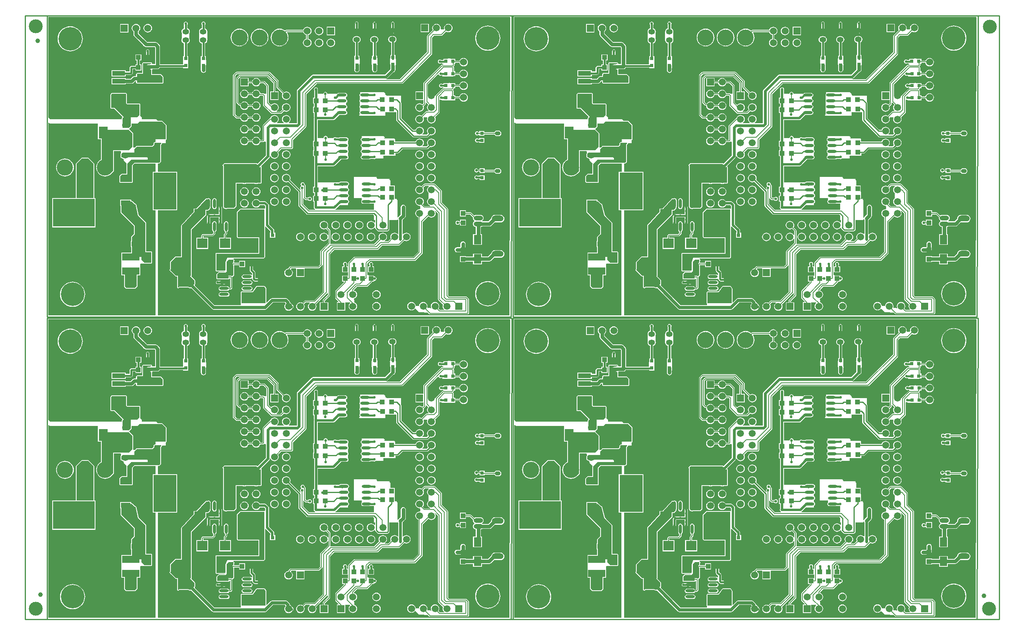
<source format=gtl>
G04*
G04 #@! TF.GenerationSoftware,Altium Limited,Altium Designer,20.0.13 (296)*
G04*
G04 Layer_Physical_Order=1*
G04 Layer_Color=255*
%FSLAX24Y24*%
%MOIN*%
G70*
G01*
G75*
%ADD10C,0.0394*%
%ADD11O,0.0787X0.0236*%
%ADD12R,0.0394X0.0394*%
%ADD13R,0.0394X0.0394*%
%ADD14R,0.0846X0.0650*%
%ADD15R,0.0650X0.0846*%
%ADD16R,0.0846X0.0886*%
%ADD17O,0.0571X0.0453*%
%ADD18R,0.3543X0.2362*%
%ADD19R,0.1969X0.3150*%
%ADD20R,0.0827X0.0413*%
%ADD21R,0.1457X0.0591*%
%ADD22R,0.0315X0.0299*%
%ADD23O,0.0453X0.0571*%
%ADD24R,0.0768X0.0984*%
%ADD25R,0.0886X0.0846*%
%ADD26O,0.0236X0.0787*%
%ADD27R,0.3307X0.4134*%
%ADD28R,0.1102X0.0413*%
%ADD29R,0.0630X0.0787*%
%ADD30R,0.0299X0.0315*%
%ADD31C,0.0060*%
%ADD32C,0.0220*%
%ADD33C,0.0300*%
%ADD34C,0.0100*%
%ADD35C,0.0150*%
%ADD36C,0.0250*%
%ADD37C,0.0200*%
%ADD38C,0.1181*%
%ADD39C,0.0230*%
%ADD40C,0.2000*%
%ADD41C,0.0591*%
%ADD42R,0.0591X0.0591*%
%ADD43C,0.0591*%
%ADD44R,0.0591X0.0591*%
%ADD45C,0.1378*%
%ADD46C,0.0600*%
%ADD47O,0.0787X0.0394*%
%ADD48O,0.0787X0.0394*%
%ADD49O,0.1000X0.0500*%
%ADD50O,0.0472X0.0354*%
%ADD51C,0.0220*%
G36*
X46149Y43850D02*
X46249Y43750D01*
X47299D01*
Y42850D01*
X47099Y42650D01*
X46549D01*
Y41900D01*
X46399Y41750D01*
X45849D01*
Y42600D01*
X45949Y42700D01*
X45199Y43450D01*
X44899D01*
Y44600D01*
X44949Y44650D01*
X46149D01*
Y43850D01*
D02*
G37*
G36*
X6600D02*
X6700Y43750D01*
X7750D01*
Y42850D01*
X7550Y42650D01*
X7000D01*
Y41900D01*
X6850Y41750D01*
X6300D01*
Y42600D01*
X6400Y42700D01*
X5650Y43450D01*
X5350D01*
Y44600D01*
X5400Y44650D01*
X6600D01*
Y43850D01*
D02*
G37*
G36*
X78777Y51172D02*
X78699Y25831D01*
X48876D01*
Y34766D01*
X50507D01*
Y38035D01*
X48876D01*
Y38736D01*
X48949D01*
X48995Y38755D01*
X49095Y38855D01*
X49114Y38900D01*
Y40324D01*
X49195Y40405D01*
X49195Y40405D01*
X49214Y40450D01*
X49260Y40451D01*
X49475D01*
X49525Y40451D01*
X49525Y40450D01*
X49525Y40450D01*
X49525Y40521D01*
X49525Y40521D01*
X49525D01*
Y40720D01*
X49552Y40747D01*
X49552Y40747D01*
X49563Y40762D01*
X49571Y40766D01*
X49590Y40812D01*
X49590Y41993D01*
X49571Y42039D01*
X49263Y42346D01*
X49217Y42365D01*
X48857D01*
X48710Y42513D01*
X47499D01*
Y42650D01*
X47345Y42805D01*
X47364Y42850D01*
Y43750D01*
X47345Y43796D01*
X47299Y43815D01*
X46276D01*
X46214Y43877D01*
Y44650D01*
X46195Y44696D01*
X46185Y44700D01*
X46149Y44715D01*
X44949D01*
X44903Y44696D01*
X44853Y44646D01*
X44834Y44600D01*
Y43450D01*
X44853Y43405D01*
X44899Y43386D01*
X45172D01*
X45857Y42700D01*
X45803Y42646D01*
X45784Y42600D01*
Y42513D01*
X39714D01*
X39553Y42674D01*
X39553Y51207D01*
X78741D01*
X78777Y51172D01*
D02*
G37*
G36*
X39228D02*
X39150Y25831D01*
X9327D01*
Y34766D01*
X10958D01*
Y38035D01*
X9327D01*
Y38736D01*
X9400D01*
X9446Y38755D01*
X9546Y38855D01*
X9565Y38900D01*
Y40324D01*
X9646Y40405D01*
X9646Y40405D01*
X9665Y40450D01*
X9711Y40451D01*
X9926D01*
X9976Y40451D01*
X9976Y40450D01*
X9976Y40450D01*
X9976Y40521D01*
X9976Y40521D01*
X9976D01*
Y40720D01*
X10003Y40747D01*
X10003Y40747D01*
X10014Y40762D01*
X10022Y40766D01*
X10041Y40812D01*
X10041Y41993D01*
X10022Y42039D01*
X9714Y42346D01*
X9668Y42365D01*
X9308D01*
X9161Y42513D01*
X7950D01*
Y42650D01*
X7796Y42805D01*
X7815Y42850D01*
Y43750D01*
X7796Y43796D01*
X7750Y43815D01*
X6727D01*
X6665Y43877D01*
Y44650D01*
X6646Y44696D01*
X6636Y44700D01*
X6600Y44715D01*
X5400D01*
X5354Y44696D01*
X5304Y44646D01*
X5285Y44600D01*
Y43450D01*
X5304Y43405D01*
X5350Y43386D01*
X5623D01*
X6308Y42700D01*
X6254Y42646D01*
X6235Y42600D01*
Y42513D01*
X165D01*
X4Y42674D01*
X4Y51207D01*
X39193D01*
X39228Y51172D01*
D02*
G37*
G36*
X47289Y42301D02*
X49217D01*
X49525Y41993D01*
X49525Y40812D01*
X48666D01*
Y40565D01*
X48599D01*
X48553Y40546D01*
X48503Y40496D01*
X48484Y40450D01*
Y40327D01*
X48372Y40215D01*
X47982D01*
Y40239D01*
X47016D01*
Y40202D01*
X47003Y40196D01*
X46947Y40140D01*
X46911Y40105D01*
X46790D01*
X46762Y40146D01*
X46764Y40150D01*
Y41300D01*
X46745Y41346D01*
X46445Y41646D01*
X46440Y41648D01*
Y41703D01*
X46445Y41705D01*
X46595Y41855D01*
X46614Y41900D01*
Y42147D01*
X47117D01*
X47280Y42309D01*
X47289Y42301D01*
D02*
G37*
G36*
X7740D02*
X9668D01*
X9976Y41993D01*
X9976Y40812D01*
X9117D01*
Y40565D01*
X9050D01*
X9004Y40546D01*
X8954Y40496D01*
X8935Y40450D01*
Y40327D01*
X8823Y40215D01*
X8433D01*
Y40239D01*
X7467D01*
Y40202D01*
X7454Y40196D01*
X7398Y40140D01*
X7362Y40105D01*
X7241D01*
X7213Y40146D01*
X7215Y40150D01*
Y41300D01*
X7196Y41346D01*
X6896Y41646D01*
X6891Y41648D01*
Y41703D01*
X6896Y41705D01*
X7046Y41855D01*
X7065Y41900D01*
Y42147D01*
X7569D01*
X7731Y42309D01*
X7740Y42301D01*
D02*
G37*
G36*
X46699Y41300D02*
Y40150D01*
X46399Y39850D01*
X45049D01*
Y38100D01*
X44899Y37950D01*
X44199D01*
Y38100D01*
X44099Y38200D01*
Y41600D01*
X46399D01*
X46699Y41300D01*
D02*
G37*
G36*
X7150D02*
Y40150D01*
X6850Y39850D01*
X5500D01*
Y38100D01*
X5350Y37950D01*
X4650D01*
Y38100D01*
X4550Y38200D01*
Y41600D01*
X6850D01*
X7150Y41300D01*
D02*
G37*
G36*
X49149Y40450D02*
X49049Y40350D01*
Y38900D01*
X48949Y38800D01*
X46849D01*
X46649Y38600D01*
X46649Y37150D01*
X45699D01*
X45649Y37200D01*
Y37650D01*
X45799Y37800D01*
X46249D01*
Y38700D01*
X46599Y39050D01*
X47999D01*
Y39200D01*
X47949Y39250D01*
X46449D01*
X46353Y39300D01*
X46349Y39296D01*
X46349Y39286D01*
X46314Y39250D01*
X45799D01*
X45749Y39300D01*
Y39550D01*
X45849Y39650D01*
X46849D01*
Y39950D01*
X47049Y40150D01*
X48399D01*
X48549Y40300D01*
Y40450D01*
X48599Y40500D01*
X49099D01*
X49149Y40450D01*
D02*
G37*
G36*
X9600D02*
X9500Y40350D01*
Y38900D01*
X9400Y38800D01*
X7300D01*
X7100Y38600D01*
X7100Y37150D01*
X6150D01*
X6100Y37200D01*
Y37650D01*
X6250Y37800D01*
X6700D01*
Y38700D01*
X7050Y39050D01*
X8450D01*
Y39200D01*
X8400Y39250D01*
X6900D01*
X6804Y39300D01*
X6800Y39296D01*
X6800Y39286D01*
X6765Y39250D01*
X6250D01*
X6200Y39300D01*
Y39550D01*
X6300Y39650D01*
X7300D01*
Y39950D01*
X7500Y40150D01*
X8850D01*
X9000Y40300D01*
Y40450D01*
X9050Y40500D01*
X9550D01*
X9600Y40450D01*
D02*
G37*
G36*
X39665Y42173D02*
X39665Y42173D01*
X39691Y42147D01*
X39713Y42147D01*
X43727D01*
X43773Y42138D01*
Y41903D01*
Y40798D01*
X44034D01*
Y39068D01*
X43956Y39026D01*
X43842Y38933D01*
X43749Y38819D01*
X43679Y38688D01*
X43636Y38547D01*
X43622Y38400D01*
X43636Y38254D01*
X43679Y38112D01*
X43749Y37982D01*
X43842Y37868D01*
X43956Y37775D01*
X44086Y37705D01*
X44227Y37662D01*
X44374Y37648D01*
X44521Y37662D01*
X44662Y37705D01*
X44792Y37775D01*
X44906Y37868D01*
X44932Y37899D01*
X44945Y37905D01*
X45095Y38055D01*
X45114Y38100D01*
Y38268D01*
X45127Y38400D01*
X45114Y38533D01*
Y39786D01*
X45678D01*
X45724Y39775D01*
Y39675D01*
X45753Y39646D01*
X45703Y39596D01*
X45684Y39550D01*
Y39300D01*
X45703Y39255D01*
X45753Y39205D01*
X45799Y39186D01*
X45831D01*
X45889Y39141D01*
X45958Y39112D01*
Y38991D01*
X46203Y38746D01*
X46184Y38700D01*
Y37865D01*
X45799D01*
X45753Y37846D01*
X45603Y37696D01*
X45584Y37650D01*
Y37200D01*
X45603Y37155D01*
X45653Y37105D01*
X45699Y37086D01*
X46649D01*
X46695Y37105D01*
X46714Y37150D01*
X46714Y38574D01*
X46876Y38736D01*
X48666D01*
Y38035D01*
X48418D01*
Y34766D01*
X48657D01*
Y25831D01*
X39553D01*
X39553Y42184D01*
X39620D01*
X39665Y42173D01*
D02*
G37*
G36*
X116D02*
X116Y42173D01*
X142Y42147D01*
X164Y42147D01*
X4178D01*
X4224Y42138D01*
Y41903D01*
Y40798D01*
X4485D01*
Y39068D01*
X4407Y39026D01*
X4293Y38933D01*
X4200Y38819D01*
X4130Y38688D01*
X4087Y38547D01*
X4073Y38400D01*
X4087Y38254D01*
X4130Y38112D01*
X4200Y37982D01*
X4293Y37868D01*
X4407Y37775D01*
X4538Y37705D01*
X4679Y37662D01*
X4826Y37648D01*
X4972Y37662D01*
X5114Y37705D01*
X5244Y37775D01*
X5358Y37868D01*
X5383Y37899D01*
X5396Y37905D01*
X5546Y38055D01*
X5565Y38100D01*
Y38268D01*
X5578Y38400D01*
X5565Y38533D01*
Y39786D01*
X6129D01*
X6175Y39775D01*
Y39675D01*
X6204Y39646D01*
X6154Y39596D01*
X6135Y39550D01*
Y39300D01*
X6154Y39255D01*
X6204Y39205D01*
X6250Y39186D01*
X6282D01*
X6340Y39141D01*
X6410Y39112D01*
Y38991D01*
X6654Y38746D01*
X6635Y38700D01*
Y37865D01*
X6250D01*
X6204Y37846D01*
X6054Y37696D01*
X6035Y37650D01*
Y37200D01*
X6054Y37155D01*
X6104Y37105D01*
X6150Y37086D01*
X7100D01*
X7146Y37105D01*
X7165Y37150D01*
X7165Y38574D01*
X7327Y38736D01*
X9117D01*
Y38035D01*
X8869D01*
Y34766D01*
X9108D01*
Y25831D01*
X4D01*
X4Y42184D01*
X71D01*
X116Y42173D01*
D02*
G37*
G36*
X46149Y18150D02*
X46249Y18050D01*
X47299D01*
Y17150D01*
X47099Y16950D01*
X46549D01*
Y16200D01*
X46399Y16050D01*
X45849D01*
Y16900D01*
X45949Y17000D01*
X45199Y17750D01*
X44899D01*
Y18900D01*
X44949Y18950D01*
X46149D01*
Y18150D01*
D02*
G37*
G36*
X6600D02*
X6700Y18050D01*
X7750D01*
Y17150D01*
X7550Y16950D01*
X7000D01*
Y16200D01*
X6850Y16050D01*
X6300D01*
Y16900D01*
X6400Y17000D01*
X5650Y17750D01*
X5350D01*
Y18900D01*
X5400Y18950D01*
X6600D01*
Y18150D01*
D02*
G37*
G36*
X78777Y25471D02*
X78699Y131D01*
X48876D01*
Y9065D01*
X50507D01*
Y12335D01*
X48876D01*
Y13035D01*
X48949D01*
X48995Y13054D01*
X49095Y13154D01*
X49114Y13200D01*
Y14623D01*
X49195Y14704D01*
X49195Y14704D01*
X49214Y14750D01*
X49260Y14750D01*
X49475D01*
X49525Y14750D01*
X49525Y14750D01*
X49525Y14750D01*
X49525Y14821D01*
X49525Y14821D01*
X49525D01*
Y15019D01*
X49552Y15046D01*
X49552Y15046D01*
X49563Y15062D01*
X49571Y15065D01*
X49590Y15111D01*
X49590Y16292D01*
X49571Y16338D01*
X49263Y16646D01*
X49217Y16665D01*
X48857D01*
X48710Y16813D01*
X47499D01*
Y16950D01*
X47345Y17104D01*
X47364Y17150D01*
Y18050D01*
X47345Y18096D01*
X47299Y18115D01*
X46276D01*
X46214Y18177D01*
Y18950D01*
X46195Y18996D01*
X46185Y19000D01*
X46149Y19015D01*
X44949D01*
X44903Y18996D01*
X44853Y18946D01*
X44834Y18900D01*
Y17750D01*
X44853Y17704D01*
X44899Y17685D01*
X45172D01*
X45857Y17000D01*
X45803Y16946D01*
X45784Y16900D01*
Y16813D01*
X39714D01*
X39553Y16974D01*
X39553Y25507D01*
X78741D01*
X78777Y25471D01*
D02*
G37*
G36*
X39228D02*
X39150Y131D01*
X9327D01*
Y9065D01*
X10958D01*
Y12335D01*
X9327D01*
Y13035D01*
X9400D01*
X9446Y13054D01*
X9546Y13154D01*
X9565Y13200D01*
Y14623D01*
X9646Y14704D01*
X9646Y14704D01*
X9665Y14750D01*
X9711Y14750D01*
X9926D01*
X9976Y14750D01*
X9976Y14750D01*
X9976Y14750D01*
X9976Y14821D01*
X9976Y14821D01*
X9976D01*
Y15019D01*
X10003Y15046D01*
X10003Y15046D01*
X10014Y15062D01*
X10022Y15065D01*
X10041Y15111D01*
X10041Y16292D01*
X10022Y16338D01*
X9714Y16646D01*
X9668Y16665D01*
X9308D01*
X9161Y16813D01*
X7950D01*
Y16950D01*
X7796Y17104D01*
X7815Y17150D01*
Y18050D01*
X7796Y18096D01*
X7750Y18115D01*
X6727D01*
X6665Y18177D01*
Y18950D01*
X6646Y18996D01*
X6636Y19000D01*
X6600Y19015D01*
X5400D01*
X5354Y18996D01*
X5304Y18946D01*
X5285Y18900D01*
Y17750D01*
X5304Y17704D01*
X5350Y17685D01*
X5623D01*
X6308Y17000D01*
X6254Y16946D01*
X6235Y16900D01*
Y16813D01*
X165D01*
X4Y16974D01*
X4Y25507D01*
X39193D01*
X39228Y25471D01*
D02*
G37*
G36*
X47289Y16600D02*
X49217D01*
X49525Y16292D01*
X49525Y15111D01*
X48666D01*
Y14865D01*
X48599D01*
X48553Y14846D01*
X48503Y14796D01*
X48484Y14750D01*
Y14627D01*
X48372Y14515D01*
X47982D01*
Y14539D01*
X47016D01*
Y14501D01*
X47003Y14496D01*
X46947Y14440D01*
X46911Y14404D01*
X46790D01*
X46762Y14446D01*
X46764Y14450D01*
Y15600D01*
X46745Y15646D01*
X46445Y15946D01*
X46440Y15948D01*
Y16002D01*
X46445Y16004D01*
X46595Y16154D01*
X46614Y16200D01*
Y16447D01*
X47117D01*
X47280Y16609D01*
X47289Y16600D01*
D02*
G37*
G36*
X7740D02*
X9668D01*
X9976Y16292D01*
X9976Y15111D01*
X9117D01*
Y14865D01*
X9050D01*
X9004Y14846D01*
X8954Y14796D01*
X8935Y14750D01*
Y14627D01*
X8823Y14515D01*
X8433D01*
Y14539D01*
X7467D01*
Y14501D01*
X7454Y14496D01*
X7398Y14440D01*
X7362Y14404D01*
X7241D01*
X7213Y14446D01*
X7215Y14450D01*
Y15600D01*
X7196Y15646D01*
X6896Y15946D01*
X6891Y15948D01*
Y16002D01*
X6896Y16004D01*
X7046Y16154D01*
X7065Y16200D01*
Y16447D01*
X7569D01*
X7731Y16609D01*
X7740Y16600D01*
D02*
G37*
G36*
X46699Y15600D02*
Y14450D01*
X46399Y14150D01*
X45049D01*
Y12400D01*
X44899Y12250D01*
X44199D01*
Y12400D01*
X44099Y12500D01*
Y15900D01*
X46399D01*
X46699Y15600D01*
D02*
G37*
G36*
X7150D02*
Y14450D01*
X6850Y14150D01*
X5500D01*
Y12400D01*
X5350Y12250D01*
X4650D01*
Y12400D01*
X4550Y12500D01*
Y15900D01*
X6850D01*
X7150Y15600D01*
D02*
G37*
G36*
X49149Y14750D02*
X49049Y14650D01*
Y13200D01*
X48949Y13100D01*
X46849D01*
X46649Y12900D01*
X46649Y11450D01*
X45699D01*
X45649Y11500D01*
Y11950D01*
X45799Y12100D01*
X46249D01*
Y13000D01*
X46599Y13350D01*
X47999D01*
Y13500D01*
X47949Y13550D01*
X46449D01*
X46353Y13600D01*
X46349Y13596D01*
X46349Y13586D01*
X46314Y13550D01*
X45799D01*
X45749Y13600D01*
Y13850D01*
X45849Y13950D01*
X46849D01*
Y14250D01*
X47049Y14450D01*
X48399D01*
X48549Y14600D01*
Y14750D01*
X48599Y14800D01*
X49099D01*
X49149Y14750D01*
D02*
G37*
G36*
X9600D02*
X9500Y14650D01*
Y13200D01*
X9400Y13100D01*
X7300D01*
X7100Y12900D01*
X7100Y11450D01*
X6150D01*
X6100Y11500D01*
Y11950D01*
X6250Y12100D01*
X6700D01*
Y13000D01*
X7050Y13350D01*
X8450D01*
Y13500D01*
X8400Y13550D01*
X6900D01*
X6804Y13600D01*
X6800Y13596D01*
X6800Y13586D01*
X6765Y13550D01*
X6250D01*
X6200Y13600D01*
Y13850D01*
X6300Y13950D01*
X7300D01*
Y14250D01*
X7500Y14450D01*
X8850D01*
X9000Y14600D01*
Y14750D01*
X9050Y14800D01*
X9550D01*
X9600Y14750D01*
D02*
G37*
G36*
X39665Y16473D02*
X39665Y16473D01*
X39691Y16447D01*
X39713Y16447D01*
X43727D01*
X43773Y16438D01*
Y16202D01*
Y15098D01*
X44034D01*
Y13367D01*
X43956Y13326D01*
X43842Y13232D01*
X43749Y13118D01*
X43679Y12988D01*
X43636Y12847D01*
X43622Y12700D01*
X43636Y12553D01*
X43679Y12412D01*
X43749Y12282D01*
X43842Y12168D01*
X43956Y12074D01*
X44086Y12005D01*
X44227Y11962D01*
X44374Y11948D01*
X44521Y11962D01*
X44662Y12005D01*
X44792Y12074D01*
X44906Y12168D01*
X44932Y12199D01*
X44945Y12204D01*
X45095Y12354D01*
X45114Y12400D01*
Y12568D01*
X45127Y12700D01*
X45114Y12833D01*
Y14085D01*
X45678D01*
X45724Y14075D01*
Y13975D01*
X45753Y13946D01*
X45703Y13896D01*
X45684Y13850D01*
Y13600D01*
X45703Y13554D01*
X45753Y13504D01*
X45799Y13485D01*
X45831D01*
X45889Y13441D01*
X45958Y13412D01*
Y13291D01*
X46203Y13046D01*
X46184Y13000D01*
Y12165D01*
X45799D01*
X45753Y12146D01*
X45603Y11996D01*
X45584Y11950D01*
Y11500D01*
X45603Y11454D01*
X45653Y11404D01*
X45699Y11385D01*
X46649D01*
X46695Y11404D01*
X46714Y11450D01*
X46714Y12873D01*
X46876Y13035D01*
X48666D01*
Y12335D01*
X48418D01*
Y9065D01*
X48657D01*
Y131D01*
X39553D01*
X39553Y16484D01*
X39620D01*
X39665Y16473D01*
D02*
G37*
G36*
X116D02*
X116Y16473D01*
X142Y16447D01*
X164Y16447D01*
X4178D01*
X4224Y16438D01*
Y16202D01*
Y15098D01*
X4485D01*
Y13367D01*
X4407Y13326D01*
X4293Y13232D01*
X4200Y13118D01*
X4130Y12988D01*
X4087Y12847D01*
X4073Y12700D01*
X4087Y12553D01*
X4130Y12412D01*
X4200Y12282D01*
X4293Y12168D01*
X4407Y12074D01*
X4538Y12005D01*
X4679Y11962D01*
X4826Y11948D01*
X4972Y11962D01*
X5114Y12005D01*
X5244Y12074D01*
X5358Y12168D01*
X5383Y12199D01*
X5396Y12204D01*
X5546Y12354D01*
X5565Y12400D01*
Y12568D01*
X5578Y12700D01*
X5565Y12833D01*
Y14085D01*
X6129D01*
X6175Y14075D01*
Y13975D01*
X6204Y13946D01*
X6154Y13896D01*
X6135Y13850D01*
Y13600D01*
X6154Y13554D01*
X6204Y13504D01*
X6250Y13485D01*
X6282D01*
X6340Y13441D01*
X6410Y13412D01*
Y13291D01*
X6654Y13046D01*
X6635Y13000D01*
Y12165D01*
X6250D01*
X6204Y12146D01*
X6054Y11996D01*
X6035Y11950D01*
Y11500D01*
X6054Y11454D01*
X6104Y11404D01*
X6150Y11385D01*
X7100D01*
X7146Y11404D01*
X7165Y11450D01*
X7165Y12873D01*
X7327Y13035D01*
X9117D01*
Y12335D01*
X8869D01*
Y9065D01*
X9108D01*
Y131D01*
X4D01*
X4Y16484D01*
X71D01*
X116Y16473D01*
D02*
G37*
%LPC*%
G36*
X73499Y50609D02*
X73406Y50597D01*
X73320Y50561D01*
X73246Y50504D01*
X73189Y50430D01*
X73153Y50343D01*
X73141Y50250D01*
X73148Y50191D01*
X73109Y50141D01*
X72889D01*
X72849Y50191D01*
X72857Y50250D01*
X72845Y50343D01*
X72809Y50430D01*
X72752Y50504D01*
X72678Y50561D01*
X72592Y50597D01*
X72499Y50609D01*
X72406Y50597D01*
X72320Y50561D01*
X72246Y50504D01*
X72189Y50430D01*
X72153Y50343D01*
X72141Y50250D01*
X72153Y50158D01*
X72189Y50071D01*
X72189Y50070D01*
X71734Y49615D01*
X71714Y49586D01*
X71707Y49550D01*
Y48219D01*
X69388Y45900D01*
X68266D01*
X68261Y45950D01*
X68279Y45954D01*
X68335Y45992D01*
X68838Y46494D01*
X68881Y46503D01*
X68950Y46549D01*
X68997Y46619D01*
X69013Y46700D01*
Y46942D01*
X69016D01*
Y47090D01*
X69045Y47102D01*
X69045Y47102D01*
Y47647D01*
X69016D01*
Y47959D01*
X68933D01*
Y49028D01*
X68952Y49036D01*
X69012Y49082D01*
X69058Y49142D01*
X69087Y49212D01*
X69097Y49286D01*
X69087Y49361D01*
X69058Y49431D01*
X69012Y49491D01*
X68952Y49536D01*
X68883Y49565D01*
X68808Y49575D01*
X68690D01*
X68615Y49565D01*
X68545Y49536D01*
X68486Y49491D01*
X68440Y49431D01*
X68411Y49361D01*
X68401Y49286D01*
X68411Y49212D01*
X68440Y49142D01*
X68486Y49082D01*
X68545Y49036D01*
X68615Y49007D01*
X68657Y49002D01*
Y47959D01*
X68581D01*
Y47696D01*
X68569Y47651D01*
X68539Y47645D01*
X68569Y47615D01*
X68569Y47599D01*
Y47169D01*
X68581D01*
Y47052D01*
X68581Y47048D01*
X68581Y47045D01*
Y46942D01*
X68585D01*
Y46731D01*
X68141Y46287D01*
X62042D01*
X61976Y46274D01*
X61920Y46237D01*
X60708Y45025D01*
X60671Y44969D01*
X60657Y44903D01*
Y42178D01*
X60630Y42150D01*
X59961D01*
X59945Y42200D01*
X60005Y42247D01*
X60062Y42321D01*
X60098Y42408D01*
X60110Y42500D01*
X60098Y42593D01*
X60062Y42680D01*
X60005Y42754D01*
X59931Y42811D01*
X59845Y42847D01*
X59752Y42859D01*
X59659Y42847D01*
X59573Y42811D01*
X59499Y42754D01*
X59442Y42680D01*
X59406Y42593D01*
X59394Y42500D01*
X59406Y42408D01*
X59442Y42321D01*
X59499Y42247D01*
X59560Y42200D01*
X59543Y42150D01*
X58961D01*
X58945Y42200D01*
X59005Y42247D01*
X59062Y42321D01*
X59098Y42408D01*
X59110Y42500D01*
X59098Y42593D01*
X59062Y42680D01*
X59005Y42754D01*
X58931Y42811D01*
X58845Y42847D01*
X58752Y42859D01*
X58659Y42847D01*
X58573Y42811D01*
X58499Y42754D01*
X58442Y42680D01*
X58406Y42593D01*
X58406Y42590D01*
X58402D01*
X58367Y42583D01*
X58337Y42564D01*
X57778Y42005D01*
X57758Y41975D01*
X57751Y41940D01*
Y40742D01*
X57545D01*
X57545Y40743D01*
X57509Y40830D01*
X57452Y40904D01*
X57378Y40961D01*
X57292Y40997D01*
X57199Y41009D01*
X57106Y40997D01*
X57020Y40961D01*
X56946Y40904D01*
X56889Y40830D01*
X56853Y40743D01*
X56853Y40742D01*
X56545D01*
X56545Y40743D01*
X56509Y40830D01*
X56452Y40904D01*
X56378Y40961D01*
X56292Y40997D01*
X56199Y41009D01*
X56106Y40997D01*
X56020Y40961D01*
X55946Y40904D01*
X55889Y40830D01*
X55853Y40743D01*
X55841Y40650D01*
X55853Y40558D01*
X55889Y40471D01*
X55946Y40397D01*
X56020Y40340D01*
X56106Y40304D01*
X56199Y40292D01*
X56292Y40304D01*
X56378Y40340D01*
X56452Y40397D01*
X56509Y40471D01*
X56545Y40558D01*
X56545Y40559D01*
X56853D01*
X56853Y40558D01*
X56889Y40471D01*
X56946Y40397D01*
X57020Y40340D01*
X57106Y40304D01*
X57199Y40292D01*
X57292Y40304D01*
X57378Y40340D01*
X57452Y40397D01*
X57509Y40471D01*
X57545Y40558D01*
X57545Y40559D01*
X57808D01*
X57843Y40566D01*
X57873Y40586D01*
X57989Y40594D01*
X58026Y40560D01*
Y39422D01*
X57336Y38732D01*
X57284Y38746D01*
X57272Y38751D01*
X57263Y38760D01*
X57250D01*
X57238Y38765D01*
X54499D01*
X54453Y38746D01*
X54353Y38646D01*
X54353Y38646D01*
X54334Y38600D01*
X54334Y38600D01*
X54353Y38555D01*
X54384Y38524D01*
Y35100D01*
X54388Y35091D01*
X54387Y35080D01*
X54437Y34930D01*
X54447Y34918D01*
X54453Y34905D01*
X54463Y34900D01*
X54470Y34892D01*
X54485Y34891D01*
X54499Y34886D01*
X54573D01*
X54579Y34881D01*
X54649Y34868D01*
X54718Y34881D01*
X54724Y34886D01*
X55299D01*
X55345Y34905D01*
X55495Y35055D01*
X55514Y35100D01*
Y37036D01*
X56031D01*
X56106Y37004D01*
X56199Y36992D01*
X56292Y37004D01*
X56367Y37036D01*
X57031D01*
X57106Y37004D01*
X57199Y36992D01*
X57292Y37004D01*
X57367Y37036D01*
X57599D01*
X57645Y37055D01*
X57664Y37100D01*
Y38435D01*
X57659Y38447D01*
Y38459D01*
X57650Y38469D01*
X57645Y38481D01*
X57625Y38532D01*
X58322Y39228D01*
X58359Y39284D01*
X58372Y39351D01*
Y39358D01*
X58422Y39368D01*
X58442Y39321D01*
X58499Y39247D01*
X58573Y39190D01*
X58659Y39154D01*
X58752Y39142D01*
X58845Y39154D01*
X58931Y39190D01*
X59005Y39247D01*
X59062Y39321D01*
X59098Y39408D01*
X59110Y39500D01*
X59098Y39593D01*
X59062Y39680D01*
X59062Y39680D01*
X59340Y39959D01*
X60205D01*
X60240Y39966D01*
X60270Y39986D01*
X60305Y40021D01*
X60325Y40050D01*
X60332Y40086D01*
Y40745D01*
X61417Y41831D01*
X61437Y41860D01*
X61444Y41896D01*
Y44616D01*
X62345Y45517D01*
X69579D01*
X69614Y45524D01*
X69644Y45544D01*
X72097Y47997D01*
X72117Y48027D01*
X72124Y48062D01*
Y49437D01*
X72278Y49591D01*
X72916D01*
X72951Y49598D01*
X72980Y49618D01*
X73310Y49948D01*
X73320Y49940D01*
X73406Y49904D01*
X73499Y49892D01*
X73592Y49904D01*
X73678Y49940D01*
X73752Y49997D01*
X73809Y50071D01*
X73845Y50158D01*
X73857Y50250D01*
X73845Y50343D01*
X73809Y50430D01*
X73752Y50504D01*
X73678Y50561D01*
X73592Y50597D01*
X73499Y50609D01*
D02*
G37*
G36*
X61534Y50354D02*
X61441Y50341D01*
X61354Y50306D01*
X61280Y50249D01*
X61223Y50174D01*
X61188Y50088D01*
X61187Y50087D01*
X59735D01*
X59700Y50080D01*
X59670Y50060D01*
X59645Y50035D01*
X59602Y50071D01*
X59472Y50141D01*
X59330Y50183D01*
X59184Y50198D01*
X59037Y50183D01*
X58896Y50141D01*
X58766Y50071D01*
X58651Y49977D01*
X58558Y49863D01*
X58488Y49733D01*
X58446Y49592D01*
X58431Y49445D01*
X58446Y49298D01*
X58488Y49157D01*
X58558Y49027D01*
X58651Y48913D01*
X58766Y48819D01*
X58896Y48750D01*
X59037Y48707D01*
X59184Y48693D01*
X59330Y48707D01*
X59472Y48750D01*
X59602Y48819D01*
X59716Y48913D01*
X59809Y49027D01*
X59879Y49157D01*
X59922Y49298D01*
X59936Y49445D01*
X59922Y49592D01*
X59879Y49733D01*
X59815Y49853D01*
X59833Y49903D01*
X61187D01*
X61188Y49902D01*
X61223Y49816D01*
X61280Y49742D01*
X61354Y49685D01*
X61441Y49649D01*
X61442Y49649D01*
Y49341D01*
X61441Y49341D01*
X61354Y49306D01*
X61280Y49249D01*
X61223Y49174D01*
X61188Y49088D01*
X61175Y48995D01*
X61188Y48902D01*
X61223Y48816D01*
X61280Y48742D01*
X61354Y48685D01*
X61441Y48649D01*
X61534Y48637D01*
X61626Y48649D01*
X61713Y48685D01*
X61787Y48742D01*
X61844Y48816D01*
X61880Y48902D01*
X61892Y48995D01*
X61880Y49088D01*
X61844Y49174D01*
X61787Y49249D01*
X61713Y49306D01*
X61626Y49341D01*
X61625Y49341D01*
Y49649D01*
X61626Y49649D01*
X61713Y49685D01*
X61787Y49742D01*
X61844Y49816D01*
X61880Y49902D01*
X61892Y49995D01*
X61880Y50088D01*
X61844Y50174D01*
X61787Y50249D01*
X61713Y50306D01*
X61626Y50341D01*
X61534Y50354D01*
D02*
G37*
G36*
X71854Y50606D02*
X71144D01*
Y49895D01*
X71854D01*
Y50606D01*
D02*
G37*
G36*
X46354Y50591D02*
X45644D01*
Y49881D01*
X46354D01*
Y50591D01*
D02*
G37*
G36*
X47999Y50594D02*
X47906Y50582D01*
X47820Y50546D01*
X47746Y50489D01*
X47689Y50415D01*
X47653Y50329D01*
X47641Y50236D01*
X47653Y50143D01*
X47689Y50057D01*
X47746Y49983D01*
X47820Y49926D01*
X47906Y49890D01*
X47999Y49878D01*
X48092Y49890D01*
X48178Y49926D01*
X48252Y49983D01*
X48309Y50057D01*
X48345Y50143D01*
X48357Y50236D01*
X48345Y50329D01*
X48309Y50415D01*
X48252Y50489D01*
X48178Y50546D01*
X48092Y50582D01*
X47999Y50594D01*
D02*
G37*
G36*
X65739Y50805D02*
X65686Y50794D01*
X65642Y50765D01*
X65612Y50720D01*
X65601Y50667D01*
Y49961D01*
X65612Y49908D01*
X65642Y49863D01*
X65686Y49834D01*
X65739Y49823D01*
X65792Y49834D01*
X65836Y49863D01*
X65866Y49908D01*
X65877Y49961D01*
Y50667D01*
X65866Y50720D01*
X65836Y50765D01*
X65792Y50794D01*
X65739Y50805D01*
D02*
G37*
G36*
X68795Y50785D02*
X68742Y50775D01*
X68698Y50745D01*
X68668Y50700D01*
X68657Y50647D01*
Y49941D01*
X68668Y49888D01*
X68698Y49844D01*
X68742Y49814D01*
X68795Y49803D01*
X68848Y49814D01*
X68892Y49844D01*
X68922Y49888D01*
X68933Y49941D01*
Y50647D01*
X68922Y50700D01*
X68892Y50745D01*
X68848Y50775D01*
X68795Y50785D01*
D02*
G37*
G36*
X67245D02*
X67192Y50775D01*
X67148Y50745D01*
X67118Y50700D01*
X67107Y50647D01*
Y49941D01*
X67118Y49888D01*
X67148Y49844D01*
X67192Y49814D01*
X67245Y49803D01*
X67298Y49814D01*
X67342Y49844D01*
X67372Y49888D01*
X67383Y49941D01*
Y50647D01*
X67372Y50700D01*
X67342Y50745D01*
X67298Y50775D01*
X67245Y50785D01*
D02*
G37*
G36*
X63889Y50351D02*
X63178D01*
Y49640D01*
X63889D01*
Y50351D01*
D02*
G37*
G36*
X62534Y50354D02*
X62441Y50341D01*
X62354Y50306D01*
X62280Y50249D01*
X62223Y50174D01*
X62188Y50088D01*
X62175Y49995D01*
X62188Y49902D01*
X62223Y49816D01*
X62280Y49742D01*
X62354Y49685D01*
X62441Y49649D01*
X62534Y49637D01*
X62626Y49649D01*
X62713Y49685D01*
X62787Y49742D01*
X62844Y49816D01*
X62880Y49902D01*
X62892Y49995D01*
X62880Y50088D01*
X62844Y50174D01*
X62787Y50249D01*
X62713Y50306D01*
X62626Y50341D01*
X62534Y50354D01*
D02*
G37*
G36*
X57484Y50198D02*
X57337Y50183D01*
X57196Y50141D01*
X57066Y50071D01*
X56951Y49977D01*
X56858Y49863D01*
X56788Y49733D01*
X56746Y49592D01*
X56731Y49445D01*
X56746Y49298D01*
X56788Y49157D01*
X56858Y49027D01*
X56951Y48913D01*
X57066Y48819D01*
X57196Y48750D01*
X57337Y48707D01*
X57484Y48693D01*
X57630Y48707D01*
X57772Y48750D01*
X57902Y48819D01*
X58016Y48913D01*
X58109Y49027D01*
X58179Y49157D01*
X58222Y49298D01*
X58236Y49445D01*
X58222Y49592D01*
X58179Y49733D01*
X58109Y49863D01*
X58016Y49977D01*
X57902Y50071D01*
X57772Y50141D01*
X57630Y50183D01*
X57484Y50198D01*
D02*
G37*
G36*
X55784D02*
X55637Y50183D01*
X55496Y50141D01*
X55366Y50071D01*
X55251Y49977D01*
X55158Y49863D01*
X55088Y49733D01*
X55046Y49592D01*
X55031Y49445D01*
X55046Y49298D01*
X55088Y49157D01*
X55158Y49027D01*
X55251Y48913D01*
X55366Y48819D01*
X55496Y48750D01*
X55637Y48707D01*
X55784Y48693D01*
X55930Y48707D01*
X56072Y48750D01*
X56202Y48819D01*
X56316Y48913D01*
X56409Y49027D01*
X56479Y49157D01*
X56522Y49298D01*
X56536Y49445D01*
X56522Y49592D01*
X56479Y49733D01*
X56409Y49863D01*
X56316Y49977D01*
X56202Y50071D01*
X56072Y50141D01*
X55930Y50183D01*
X55784Y50198D01*
D02*
G37*
G36*
X63534Y49354D02*
X63441Y49341D01*
X63354Y49306D01*
X63280Y49249D01*
X63223Y49174D01*
X63188Y49088D01*
X63175Y48995D01*
X63188Y48902D01*
X63223Y48816D01*
X63280Y48742D01*
X63354Y48685D01*
X63441Y48649D01*
X63534Y48637D01*
X63626Y48649D01*
X63713Y48685D01*
X63787Y48742D01*
X63844Y48816D01*
X63880Y48902D01*
X63892Y48995D01*
X63880Y49088D01*
X63844Y49174D01*
X63787Y49249D01*
X63713Y49306D01*
X63626Y49341D01*
X63534Y49354D01*
D02*
G37*
G36*
X62534D02*
X62441Y49341D01*
X62354Y49306D01*
X62280Y49249D01*
X62223Y49174D01*
X62188Y49088D01*
X62175Y48995D01*
X62188Y48902D01*
X62223Y48816D01*
X62280Y48742D01*
X62354Y48685D01*
X62441Y48649D01*
X62534Y48637D01*
X62626Y48649D01*
X62713Y48685D01*
X62787Y48742D01*
X62844Y48816D01*
X62880Y48902D01*
X62892Y48995D01*
X62880Y49088D01*
X62844Y49174D01*
X62787Y49249D01*
X62713Y49306D01*
X62626Y49341D01*
X62534Y49354D01*
D02*
G37*
G36*
X76857Y50449D02*
X76690Y50435D01*
X76528Y50397D01*
X76374Y50333D01*
X76232Y50245D01*
X76105Y50137D01*
X75997Y50010D01*
X75909Y49868D01*
X75846Y49714D01*
X75807Y49552D01*
X75793Y49385D01*
X75807Y49219D01*
X75846Y49057D01*
X75909Y48903D01*
X75997Y48760D01*
X76105Y48633D01*
X76232Y48525D01*
X76374Y48438D01*
X76528Y48374D01*
X76690Y48335D01*
X76857Y48322D01*
X77023Y48335D01*
X77185Y48374D01*
X77340Y48438D01*
X77482Y48525D01*
X77609Y48633D01*
X77717Y48760D01*
X77804Y48903D01*
X77868Y49057D01*
X77907Y49219D01*
X77920Y49385D01*
X77907Y49552D01*
X77868Y49714D01*
X77804Y49868D01*
X77717Y50010D01*
X77609Y50137D01*
X77482Y50245D01*
X77340Y50333D01*
X77185Y50397D01*
X77023Y50435D01*
X76857Y50449D01*
D02*
G37*
G36*
X41417Y50395D02*
X41251Y50382D01*
X41089Y50343D01*
X40935Y50279D01*
X40792Y50192D01*
X40666Y50084D01*
X40557Y49957D01*
X40470Y49815D01*
X40406Y49661D01*
X40367Y49498D01*
X40354Y49332D01*
X40367Y49166D01*
X40406Y49003D01*
X40470Y48849D01*
X40557Y48707D01*
X40666Y48580D01*
X40792Y48472D01*
X40935Y48385D01*
X41089Y48321D01*
X41251Y48282D01*
X41417Y48269D01*
X41584Y48282D01*
X41746Y48321D01*
X41900Y48385D01*
X42042Y48472D01*
X42169Y48580D01*
X42278Y48707D01*
X42365Y48849D01*
X42429Y49003D01*
X42468Y49166D01*
X42481Y49332D01*
X42468Y49498D01*
X42429Y49661D01*
X42365Y49815D01*
X42278Y49957D01*
X42169Y50084D01*
X42042Y50192D01*
X41900Y50279D01*
X41746Y50343D01*
X41584Y50382D01*
X41417Y50395D01*
D02*
G37*
G36*
X47999Y48438D02*
X47946Y48428D01*
X47902Y48398D01*
X47895Y48391D01*
X47865Y48347D01*
X47855Y48294D01*
Y47750D01*
X47865Y47698D01*
X47895Y47653D01*
X47940Y47623D01*
X47993Y47613D01*
X48045Y47623D01*
X48090Y47653D01*
X48120Y47698D01*
X48130Y47750D01*
Y48269D01*
X48137Y48300D01*
X48126Y48353D01*
X48096Y48398D01*
X48052Y48428D01*
X47999Y48438D01*
D02*
G37*
G36*
X74799Y47714D02*
X74705Y47701D01*
X74618Y47665D01*
X74543Y47607D01*
X74485Y47532D01*
X74461Y47475D01*
X74100D01*
Y47648D01*
X73688D01*
Y47651D01*
X73684Y47655D01*
X73497D01*
Y47658D01*
X73485Y47655D01*
X73437Y47648D01*
X73083D01*
Y47548D01*
X72887D01*
X72864Y47563D01*
X72798Y47576D01*
X72732Y47563D01*
X72676Y47525D01*
X72638Y47469D01*
X72625Y47403D01*
X72638Y47336D01*
X72676Y47280D01*
X72732Y47243D01*
X72798Y47229D01*
X72864Y47243D01*
X72910Y47273D01*
X72967D01*
X73002Y47238D01*
X73002Y47206D01*
X73057Y47218D01*
X73090Y47184D01*
X73077Y47137D01*
X72976D01*
X72941Y47130D01*
X72911Y47111D01*
X71425Y45625D01*
X71405Y45595D01*
X71398Y45560D01*
Y44856D01*
X70712D01*
Y44145D01*
X71398D01*
Y43851D01*
X71310Y43762D01*
X71246Y43811D01*
X71160Y43847D01*
X71067Y43859D01*
X70974Y43847D01*
X70888Y43811D01*
X70814Y43754D01*
X70757Y43680D01*
X70721Y43593D01*
X70709Y43500D01*
X70721Y43408D01*
X70757Y43321D01*
X70814Y43247D01*
X70888Y43190D01*
X70974Y43154D01*
X71067Y43142D01*
X71160Y43154D01*
X71246Y43190D01*
X71320Y43247D01*
X71377Y43321D01*
X71413Y43408D01*
X71425Y43500D01*
X71413Y43593D01*
X71409Y43602D01*
X71555Y43748D01*
X71575Y43778D01*
X71582Y43813D01*
Y43894D01*
X71632Y43915D01*
X71805Y43742D01*
X71757Y43680D01*
X71721Y43593D01*
X71709Y43500D01*
X71721Y43408D01*
X71757Y43321D01*
X71814Y43247D01*
X71827Y43237D01*
X71810Y43187D01*
X71670D01*
X71635Y43180D01*
X71605Y43160D01*
X71252Y42807D01*
X71246Y42811D01*
X71160Y42847D01*
X71067Y42859D01*
X70974Y42847D01*
X70888Y42811D01*
X70814Y42754D01*
X70757Y42680D01*
X70721Y42593D01*
X70709Y42500D01*
X70721Y42408D01*
X70757Y42321D01*
X70814Y42247D01*
X70888Y42190D01*
X70974Y42154D01*
X71067Y42142D01*
X71160Y42154D01*
X71246Y42190D01*
X71320Y42247D01*
X71377Y42321D01*
X71413Y42408D01*
X71425Y42500D01*
X71413Y42593D01*
X71401Y42621D01*
X71435Y42671D01*
X71708D01*
X71736Y42630D01*
X71721Y42593D01*
X71709Y42500D01*
X71721Y42408D01*
X71757Y42321D01*
X71814Y42247D01*
X71888Y42190D01*
X71974Y42154D01*
X72067Y42142D01*
X72160Y42154D01*
X72246Y42190D01*
X72320Y42247D01*
X72377Y42321D01*
X72413Y42408D01*
X72425Y42500D01*
X72413Y42593D01*
X72377Y42680D01*
X72377Y42680D01*
X72744Y43048D01*
X72764Y43078D01*
X72771Y43113D01*
Y44137D01*
X72821Y44164D01*
X72830Y44158D01*
X72896Y44145D01*
X72915Y44149D01*
X72965Y44108D01*
Y44101D01*
X73087D01*
Y44101D01*
X73506D01*
Y44101D01*
X73686D01*
Y44101D01*
X74105D01*
Y44252D01*
X74451D01*
X74485Y44169D01*
X74543Y44094D01*
X74618Y44036D01*
X74705Y44000D01*
X74799Y43987D01*
X74893Y44000D01*
X74981Y44036D01*
X75056Y44094D01*
X75114Y44169D01*
X75150Y44256D01*
X75162Y44350D01*
X75150Y44444D01*
X75114Y44532D01*
X75056Y44607D01*
X74981Y44665D01*
X74893Y44701D01*
X74799Y44714D01*
X74705Y44701D01*
X74618Y44665D01*
X74543Y44607D01*
X74485Y44532D01*
X74449Y44444D01*
X74447Y44435D01*
X74105D01*
Y44536D01*
X73963D01*
Y44886D01*
X73956Y44921D01*
X73936Y44951D01*
X73924Y44963D01*
X73902Y44988D01*
X73924Y45030D01*
X73954Y45060D01*
X73974Y45090D01*
X73981Y45125D01*
Y45133D01*
X74108D01*
Y45259D01*
X74448D01*
X74449Y45256D01*
X74485Y45169D01*
X74543Y45094D01*
X74618Y45036D01*
X74705Y45000D01*
X74799Y44987D01*
X74893Y45000D01*
X74981Y45036D01*
X75056Y45094D01*
X75114Y45169D01*
X75150Y45256D01*
X75162Y45350D01*
X75150Y45444D01*
X75114Y45532D01*
X75056Y45607D01*
X74981Y45665D01*
X74893Y45701D01*
X74799Y45714D01*
X74705Y45701D01*
X74618Y45665D01*
X74543Y45607D01*
X74485Y45532D01*
X74449Y45444D01*
X74448Y45442D01*
X74108D01*
Y45568D01*
X73746D01*
X73701Y45578D01*
X73699Y45580D01*
X73626Y45580D01*
X73626Y45580D01*
X73620Y45586D01*
X73553D01*
X73520Y45580D01*
X73476Y45568D01*
X73471Y45568D01*
X73090D01*
Y45488D01*
X72999D01*
X72965Y45511D01*
X72899Y45524D01*
X72833Y45511D01*
X72776Y45473D01*
X72739Y45417D01*
X72726Y45350D01*
X72739Y45284D01*
X72776Y45228D01*
X72833Y45190D01*
X72899Y45177D01*
X72965Y45190D01*
X72999Y45213D01*
X73090D01*
Y45154D01*
X73059Y45148D01*
X73029Y45128D01*
X72437Y44536D01*
X72418Y44507D01*
X72414Y44487D01*
X71771D01*
Y45461D01*
X72635Y46325D01*
X72683Y46311D01*
X72685Y46302D01*
X72722Y46246D01*
X72779Y46208D01*
X72845Y46195D01*
X72911Y46208D01*
X72942Y46229D01*
X72992Y46218D01*
Y46136D01*
X73832D01*
X73860Y46136D01*
X73870Y46126D01*
X73881Y46138D01*
X73923Y46159D01*
X74103D01*
Y46259D01*
X74448D01*
X74449Y46256D01*
X74485Y46169D01*
X74543Y46094D01*
X74618Y46036D01*
X74705Y46000D01*
X74799Y45987D01*
X74893Y46000D01*
X74981Y46036D01*
X75056Y46094D01*
X75114Y46169D01*
X75150Y46256D01*
X75162Y46350D01*
X75150Y46444D01*
X75114Y46532D01*
X75056Y46607D01*
X74981Y46665D01*
X74893Y46701D01*
X74799Y46714D01*
X74705Y46701D01*
X74618Y46665D01*
X74543Y46607D01*
X74485Y46532D01*
X74449Y46444D01*
X74448Y46442D01*
X74103D01*
Y46594D01*
X73999D01*
Y46880D01*
X73992Y46915D01*
X73978Y46937D01*
X73954Y46981D01*
X73989Y47016D01*
X74009Y47046D01*
X74016Y47081D01*
Y47213D01*
X74100D01*
Y47291D01*
X74444D01*
X74449Y47256D01*
X74485Y47169D01*
X74543Y47094D01*
X74618Y47036D01*
X74705Y47000D01*
X74799Y46987D01*
X74893Y47000D01*
X74981Y47036D01*
X75056Y47094D01*
X75114Y47169D01*
X75150Y47256D01*
X75162Y47350D01*
X75150Y47444D01*
X75114Y47532D01*
X75056Y47607D01*
X74981Y47665D01*
X74893Y47701D01*
X74799Y47714D01*
D02*
G37*
G36*
X51217Y50792D02*
X51151Y50779D01*
X51095Y50741D01*
X51057Y50685D01*
X51044Y50619D01*
X51057Y50553D01*
X51077Y50523D01*
Y50223D01*
X51011Y50196D01*
X50951Y50150D01*
X50905Y50090D01*
X50876Y50020D01*
X50866Y49946D01*
X50876Y49871D01*
X50885Y49849D01*
Y49401D01*
X50867Y49359D01*
X50867D01*
X50884Y49315D01*
X50878Y49296D01*
X50876Y49292D01*
X50866Y49217D01*
X50876Y49143D01*
X50905Y49073D01*
X50951Y49013D01*
X51011Y48967D01*
X51077Y48940D01*
Y47861D01*
X50997D01*
Y47582D01*
X50983Y47538D01*
X50983Y47538D01*
X50994Y47468D01*
Y47468D01*
X50994Y47468D01*
Y47196D01*
X50951Y47178D01*
X49041D01*
Y48675D01*
X49025Y48757D01*
X48979Y48826D01*
X48803Y49002D01*
X48733Y49048D01*
X48652Y49065D01*
X47938D01*
X47900Y49102D01*
X47213Y49789D01*
Y49953D01*
X47252Y49983D01*
X47309Y50057D01*
X47345Y50143D01*
X47357Y50236D01*
X47345Y50329D01*
X47309Y50415D01*
X47252Y50489D01*
X47178Y50546D01*
X47092Y50582D01*
X46999Y50594D01*
X46906Y50582D01*
X46820Y50546D01*
X46746Y50489D01*
X46689Y50415D01*
X46653Y50329D01*
X46641Y50236D01*
X46653Y50143D01*
X46689Y50057D01*
X46746Y49983D01*
X46785Y49953D01*
Y49700D01*
X46801Y49619D01*
X46848Y49549D01*
X47598Y48799D01*
X47598Y48799D01*
X47698Y48699D01*
X47767Y48653D01*
X47849Y48636D01*
X48563D01*
X48613Y48586D01*
Y47184D01*
X48364D01*
Y47250D01*
X48345Y47296D01*
X48299Y47315D01*
X47599D01*
X47553Y47296D01*
X47534Y47250D01*
Y46415D01*
X47099D01*
X47053Y46396D01*
X47034Y46350D01*
Y46326D01*
X47007D01*
Y46165D01*
X46849D01*
X46767Y46148D01*
X46698Y46102D01*
X46540Y45944D01*
X46138D01*
Y45997D01*
X44916D01*
Y45464D01*
X46138D01*
Y45516D01*
X46629D01*
X46711Y45533D01*
X46780Y45579D01*
X46938Y45736D01*
X47007D01*
Y45556D01*
X47052D01*
X47053Y45555D01*
X47099Y45536D01*
X49249D01*
X49295Y45555D01*
X49314Y45600D01*
Y46100D01*
X49295Y46146D01*
X49145Y46296D01*
X49099Y46315D01*
X48364D01*
Y46707D01*
X48380Y46740D01*
X48398Y46755D01*
X48399Y46755D01*
X48400Y46756D01*
X48827D01*
X48909Y46772D01*
X48979Y46818D01*
X49025Y46888D01*
X49028Y46902D01*
X50997D01*
Y46843D01*
X51432D01*
Y47169D01*
X51440Y47177D01*
Y47513D01*
X51432D01*
Y47861D01*
X51352D01*
Y48940D01*
X51418Y48967D01*
X51478Y49013D01*
X51523Y49073D01*
X51552Y49143D01*
X51562Y49217D01*
X51552Y49292D01*
X51539Y49325D01*
X51539Y49325D01*
Y49839D01*
X51552Y49871D01*
X51562Y49946D01*
X51552Y50020D01*
X51523Y50090D01*
X51478Y50150D01*
X51418Y50196D01*
X51352Y50223D01*
Y50514D01*
X51377Y50553D01*
X51391Y50619D01*
X51377Y50685D01*
X51340Y50741D01*
X51284Y50779D01*
X51217Y50792D01*
D02*
G37*
G36*
X67278Y49555D02*
X67160D01*
X67085Y49545D01*
X67015Y49516D01*
X66956Y49470D01*
X66910Y49410D01*
X66881Y49340D01*
X66871Y49266D01*
X66881Y49191D01*
X66910Y49121D01*
X66956Y49061D01*
X67015Y49015D01*
X67085Y48987D01*
X67107Y48984D01*
Y47909D01*
X67031D01*
Y47686D01*
X67031Y47686D01*
X67008Y47663D01*
Y47148D01*
X67031D01*
Y46892D01*
X67035D01*
Y46721D01*
X67031Y46700D01*
X67047Y46619D01*
X67093Y46549D01*
X67163Y46503D01*
X67245Y46486D01*
X67327Y46503D01*
X67396Y46549D01*
X67400Y46553D01*
X67447Y46623D01*
X67463Y46705D01*
Y46892D01*
X67466D01*
Y47113D01*
X67502Y47148D01*
X67502D01*
X67518Y47164D01*
X67489Y47194D01*
X67489Y47198D01*
Y47700D01*
X67466D01*
Y47909D01*
X67383D01*
Y48999D01*
X67422Y49015D01*
X67482Y49061D01*
X67528Y49121D01*
X67557Y49191D01*
X67567Y49266D01*
X67557Y49340D01*
X67528Y49410D01*
X67482Y49470D01*
X67422Y49516D01*
X67353Y49545D01*
X67278Y49555D01*
D02*
G37*
G36*
X47462Y48007D02*
X46948D01*
Y47494D01*
X47068D01*
Y47157D01*
X46948D01*
Y47038D01*
X46634D01*
X46581Y47028D01*
X46537Y46998D01*
X46523Y46977D01*
X46502Y46963D01*
X46472Y46918D01*
X46461Y46865D01*
Y46550D01*
X46138D01*
Y46666D01*
X44916D01*
Y46133D01*
X46138D01*
Y46275D01*
X46576D01*
X46629Y46286D01*
X46673Y46315D01*
X46683Y46329D01*
X46696Y46338D01*
X46726Y46383D01*
X46737Y46436D01*
Y46763D01*
X46948D01*
Y46644D01*
X47462D01*
Y47157D01*
X47343D01*
Y47494D01*
X47462D01*
Y48007D01*
D02*
G37*
G36*
X65788Y49555D02*
X65670D01*
X65595Y49545D01*
X65525Y49516D01*
X65466Y49470D01*
X65420Y49410D01*
X65391Y49340D01*
X65381Y49266D01*
X65391Y49191D01*
X65420Y49121D01*
X65466Y49061D01*
X65525Y49015D01*
X65595Y48987D01*
X65601Y48986D01*
Y47909D01*
X65531D01*
Y47669D01*
X65526Y47663D01*
X65521Y47649D01*
X65526Y47644D01*
Y47235D01*
X65531D01*
Y46892D01*
X65535D01*
Y46750D01*
X65525Y46700D01*
X65541Y46619D01*
X65588Y46549D01*
X65657Y46503D01*
X65739Y46486D01*
X65821Y46503D01*
X65890Y46549D01*
X65900Y46559D01*
X65947Y46628D01*
X65963Y46710D01*
Y46892D01*
X65966D01*
Y47182D01*
X65985Y47224D01*
X65988Y47226D01*
X65988Y47280D01*
Y47672D01*
X65966D01*
Y47909D01*
X65877D01*
Y48992D01*
X65932Y49015D01*
X65992Y49061D01*
X66038Y49121D01*
X66067Y49191D01*
X66077Y49266D01*
X66067Y49340D01*
X66038Y49410D01*
X65992Y49470D01*
X65932Y49516D01*
X65863Y49545D01*
X65788Y49555D01*
D02*
G37*
G36*
X52726Y50798D02*
X52660Y50785D01*
X52603Y50747D01*
X52566Y50691D01*
X52553Y50624D01*
X52566Y50558D01*
X52588Y50525D01*
Y50227D01*
X52570Y50225D01*
X52501Y50196D01*
X52441Y50150D01*
X52395Y50090D01*
X52366Y50020D01*
X52364Y50004D01*
X52347Y49959D01*
X52347D01*
X52347Y49959D01*
X52353Y49913D01*
Y49266D01*
X52353D01*
X52361Y49257D01*
X52356Y49217D01*
X52366Y49143D01*
X52395Y49073D01*
X52441Y49013D01*
X52501Y48967D01*
X52570Y48938D01*
X52588Y48936D01*
Y47861D01*
X52497D01*
Y47563D01*
X52490Y47560D01*
X52497Y47552D01*
X52497Y47503D01*
Y47442D01*
X52499D01*
Y47263D01*
X52497D01*
Y46843D01*
X52500D01*
Y46664D01*
X52516Y46582D01*
X52563Y46512D01*
X52575Y46501D01*
X52644Y46454D01*
X52726Y46438D01*
X52808Y46454D01*
X52877Y46501D01*
X52924Y46570D01*
X52940Y46652D01*
X52928Y46711D01*
Y46843D01*
X52932D01*
Y47095D01*
X52944Y47108D01*
Y47539D01*
X52932D01*
Y47861D01*
X52864D01*
Y48949D01*
X52908Y48967D01*
X52968Y49013D01*
X53013Y49073D01*
X53042Y49143D01*
X53052Y49217D01*
X53044Y49280D01*
X53051Y49287D01*
Y49909D01*
X53051Y49938D01*
X53052Y49946D01*
X53051Y49959D01*
X53050D01*
X53042Y50020D01*
X53013Y50090D01*
X52968Y50150D01*
X52908Y50196D01*
X52864Y50214D01*
Y50525D01*
X52886Y50558D01*
X52899Y50624D01*
X52886Y50691D01*
X52848Y50747D01*
X52792Y50785D01*
X52726Y50798D01*
D02*
G37*
G36*
X57199Y46009D02*
X57106Y45997D01*
X57020Y45961D01*
X56946Y45904D01*
X56889Y45830D01*
X56853Y45743D01*
X56853Y45742D01*
X56554D01*
Y46006D01*
X55844D01*
Y45295D01*
X56554D01*
Y45559D01*
X56853D01*
X56853Y45558D01*
X56889Y45471D01*
X56946Y45397D01*
X57020Y45340D01*
X57106Y45304D01*
X57199Y45292D01*
X57292Y45304D01*
X57378Y45340D01*
X57452Y45397D01*
X57509Y45471D01*
X57545Y45558D01*
X57545Y45559D01*
X57811D01*
X58075Y45294D01*
Y44672D01*
X58060Y44665D01*
X57977D01*
X57799Y44692D01*
X57552D01*
X57545Y44743D01*
X57509Y44830D01*
X57452Y44904D01*
X57378Y44961D01*
X57292Y44997D01*
X57199Y45009D01*
X57106Y44997D01*
X57020Y44961D01*
X56946Y44904D01*
X56889Y44830D01*
X56853Y44743D01*
X56853Y44742D01*
X56545D01*
X56545Y44743D01*
X56509Y44830D01*
X56452Y44904D01*
X56378Y44961D01*
X56292Y44997D01*
X56199Y45009D01*
X56106Y44997D01*
X56020Y44961D01*
X55946Y44904D01*
X55889Y44830D01*
X55853Y44743D01*
X55841Y44650D01*
X55853Y44558D01*
X55889Y44471D01*
X55946Y44397D01*
X56020Y44340D01*
X56106Y44304D01*
X56199Y44292D01*
X56292Y44304D01*
X56378Y44340D01*
X56452Y44397D01*
X56509Y44471D01*
X56545Y44558D01*
X56545Y44559D01*
X56853D01*
X56853Y44558D01*
X56889Y44471D01*
X56946Y44397D01*
X57020Y44340D01*
X57106Y44304D01*
X57199Y44292D01*
X57292Y44304D01*
X57378Y44340D01*
X57452Y44397D01*
X57509Y44471D01*
X57525Y44509D01*
X57761D01*
X57807Y44462D01*
Y43676D01*
X57814Y43641D01*
X57834Y43611D01*
X58459Y42986D01*
X58489Y42966D01*
X58524Y42959D01*
X59302D01*
X59337Y42966D01*
X59367Y42986D01*
X59572Y43191D01*
X59573Y43190D01*
X59659Y43154D01*
X59752Y43142D01*
X59845Y43154D01*
X59931Y43190D01*
X60005Y43247D01*
X60062Y43321D01*
X60098Y43408D01*
X60110Y43500D01*
X60098Y43593D01*
X60062Y43680D01*
X60005Y43754D01*
X59931Y43811D01*
X59845Y43847D01*
X59752Y43859D01*
X59659Y43847D01*
X59573Y43811D01*
X59499Y43754D01*
X59442Y43680D01*
X59406Y43593D01*
X59394Y43500D01*
X59406Y43408D01*
X59442Y43321D01*
X59442Y43320D01*
X59264Y43142D01*
X58956D01*
X58934Y43187D01*
X58934Y43192D01*
X59005Y43247D01*
X59062Y43321D01*
X59098Y43408D01*
X59110Y43500D01*
X59098Y43593D01*
X59062Y43680D01*
X59005Y43754D01*
X58931Y43811D01*
X58845Y43847D01*
X58752Y43859D01*
X58659Y43847D01*
X58573Y43811D01*
X58499Y43754D01*
X58490Y43742D01*
X58440Y43739D01*
X58259Y43920D01*
Y45332D01*
X58252Y45368D01*
X58232Y45397D01*
X57914Y45715D01*
X57884Y45735D01*
X57849Y45742D01*
X57545D01*
X57545Y45743D01*
X57509Y45830D01*
X57452Y45904D01*
X57378Y45961D01*
X57292Y45997D01*
X57199Y46009D01*
D02*
G37*
G36*
X58169Y46272D02*
X55806D01*
X55771Y46265D01*
X55741Y46245D01*
X55546Y46050D01*
X55546Y46050D01*
X55542Y46046D01*
X55522Y46016D01*
X55515Y45981D01*
X55519Y45961D01*
Y43918D01*
X55526Y43883D01*
X55546Y43853D01*
X55713Y43686D01*
X55743Y43666D01*
X55778Y43659D01*
X55833D01*
X55841Y43650D01*
X55853Y43558D01*
X55889Y43471D01*
X55946Y43397D01*
X56020Y43340D01*
X56106Y43304D01*
X56199Y43292D01*
X56292Y43304D01*
X56378Y43340D01*
X56452Y43397D01*
X56509Y43471D01*
X56545Y43558D01*
X56545Y43559D01*
X56853D01*
X56853Y43558D01*
X56889Y43471D01*
X56946Y43397D01*
X57020Y43340D01*
X57106Y43304D01*
X57199Y43292D01*
X57292Y43304D01*
X57378Y43340D01*
X57452Y43397D01*
X57509Y43471D01*
X57545Y43558D01*
X57557Y43650D01*
X57545Y43743D01*
X57509Y43830D01*
X57452Y43904D01*
X57378Y43961D01*
X57292Y43997D01*
X57199Y44009D01*
X57106Y43997D01*
X57020Y43961D01*
X56946Y43904D01*
X56889Y43830D01*
X56853Y43743D01*
X56853Y43742D01*
X56545D01*
X56545Y43743D01*
X56509Y43830D01*
X56452Y43904D01*
X56378Y43961D01*
X56292Y43997D01*
X56199Y44009D01*
X56106Y43997D01*
X56020Y43961D01*
X55946Y43904D01*
X55898Y43842D01*
X55816D01*
X55702Y43956D01*
Y45947D01*
X55844Y46089D01*
X58131D01*
X58657Y45562D01*
Y44856D01*
X58397D01*
Y44145D01*
X59107D01*
Y44856D01*
X58841D01*
Y45600D01*
X58834Y45636D01*
X58814Y45665D01*
X58234Y46245D01*
X58204Y46265D01*
X58169Y46272D01*
D02*
G37*
G36*
X58307Y46519D02*
X55531D01*
X55496Y46512D01*
X55466Y46492D01*
X55256Y46282D01*
X55236Y46252D01*
X55229Y46217D01*
Y42878D01*
X55236Y42843D01*
X55256Y42813D01*
X55484Y42586D01*
X55514Y42566D01*
X55549Y42559D01*
X55853D01*
X55853Y42558D01*
X55889Y42471D01*
X55946Y42397D01*
X56020Y42340D01*
X56106Y42304D01*
X56199Y42292D01*
X56292Y42304D01*
X56378Y42340D01*
X56452Y42397D01*
X56509Y42471D01*
X56545Y42558D01*
X56545Y42559D01*
X56853D01*
X56853Y42558D01*
X56889Y42471D01*
X56946Y42397D01*
X57020Y42340D01*
X57106Y42304D01*
X57199Y42292D01*
X57292Y42304D01*
X57378Y42340D01*
X57452Y42397D01*
X57509Y42471D01*
X57545Y42558D01*
X57557Y42650D01*
X57545Y42743D01*
X57509Y42830D01*
X57452Y42904D01*
X57378Y42961D01*
X57292Y42997D01*
X57199Y43009D01*
X57106Y42997D01*
X57020Y42961D01*
X56946Y42904D01*
X56889Y42830D01*
X56853Y42743D01*
X56853Y42742D01*
X56545D01*
X56545Y42743D01*
X56509Y42830D01*
X56452Y42904D01*
X56378Y42961D01*
X56292Y42997D01*
X56199Y43009D01*
X56106Y42997D01*
X56020Y42961D01*
X55946Y42904D01*
X55889Y42830D01*
X55853Y42743D01*
X55853Y42742D01*
X55587D01*
X55413Y42916D01*
Y46179D01*
X55569Y46335D01*
X58269D01*
X58922Y45682D01*
Y45239D01*
X58929Y45204D01*
X58949Y45175D01*
X59443Y44681D01*
X59442Y44680D01*
X59406Y44593D01*
X59394Y44500D01*
X59406Y44408D01*
X59442Y44321D01*
X59499Y44247D01*
X59573Y44190D01*
X59659Y44154D01*
X59752Y44142D01*
X59845Y44154D01*
X59931Y44190D01*
X60005Y44247D01*
X60062Y44321D01*
X60098Y44408D01*
X60110Y44500D01*
X60098Y44593D01*
X60062Y44680D01*
X60005Y44754D01*
X59931Y44811D01*
X59845Y44847D01*
X59752Y44859D01*
X59659Y44847D01*
X59573Y44811D01*
X59573Y44810D01*
X59106Y45278D01*
Y45720D01*
X59099Y45756D01*
X59079Y45785D01*
X58372Y46492D01*
X58342Y46512D01*
X58307Y46519D01*
D02*
G37*
G36*
X57199Y42009D02*
X57106Y41997D01*
X57020Y41961D01*
X56946Y41904D01*
X56889Y41830D01*
X56853Y41743D01*
X56853Y41742D01*
X56545D01*
X56545Y41743D01*
X56509Y41830D01*
X56452Y41904D01*
X56378Y41961D01*
X56292Y41997D01*
X56199Y42009D01*
X56106Y41997D01*
X56020Y41961D01*
X55946Y41904D01*
X55889Y41830D01*
X55853Y41743D01*
X55841Y41650D01*
X55853Y41558D01*
X55889Y41471D01*
X55946Y41397D01*
X56020Y41340D01*
X56106Y41304D01*
X56199Y41292D01*
X56292Y41304D01*
X56378Y41340D01*
X56452Y41397D01*
X56509Y41471D01*
X56545Y41558D01*
X56545Y41559D01*
X56853D01*
X56853Y41558D01*
X56889Y41471D01*
X56946Y41397D01*
X57020Y41340D01*
X57106Y41304D01*
X57199Y41292D01*
X57292Y41304D01*
X57378Y41340D01*
X57452Y41397D01*
X57509Y41471D01*
X57545Y41558D01*
X57557Y41650D01*
X57545Y41743D01*
X57509Y41830D01*
X57452Y41904D01*
X57378Y41961D01*
X57292Y41997D01*
X57199Y42009D01*
D02*
G37*
G36*
X77758Y41542D02*
X77640D01*
X77547Y41524D01*
X77469Y41471D01*
X77416Y41393D01*
X77416Y41392D01*
X76566D01*
Y41508D01*
X76131D01*
Y41423D01*
X76081Y41408D01*
X76071Y41423D01*
X76015Y41461D01*
X75949Y41474D01*
X75883Y41461D01*
X75826Y41423D01*
X75789Y41367D01*
X75776Y41300D01*
X75789Y41234D01*
X75826Y41178D01*
X75883Y41140D01*
X75949Y41127D01*
X76015Y41140D01*
X76071Y41178D01*
X76081Y41193D01*
X76131Y41178D01*
Y41089D01*
X76566D01*
Y41209D01*
X77416D01*
X77416Y41208D01*
X77469Y41129D01*
X77547Y41077D01*
X77640Y41059D01*
X77758D01*
X77851Y41077D01*
X77929Y41129D01*
X77981Y41208D01*
X78000Y41300D01*
X77981Y41393D01*
X77929Y41471D01*
X77851Y41524D01*
X77758Y41542D01*
D02*
G37*
G36*
X68052Y44795D02*
X66019D01*
Y44679D01*
X65980Y44620D01*
X65966Y44550D01*
X65980Y44481D01*
Y44120D01*
X65966Y44050D01*
X65980Y43981D01*
Y43620D01*
X65966Y43550D01*
X65980Y43481D01*
Y43120D01*
X65966Y43050D01*
X65980Y42981D01*
Y42921D01*
X65917Y42857D01*
X65988Y42786D01*
X68168D01*
Y43094D01*
X69089D01*
Y42429D01*
X69089Y42429D01*
X69098Y42386D01*
X69122Y42350D01*
X70479Y40992D01*
X70479Y40992D01*
X70516Y40968D01*
X70559Y40959D01*
X71717D01*
X71717Y40959D01*
X71760Y40968D01*
X71796Y40992D01*
X71963Y41159D01*
X71974Y41154D01*
X72067Y41142D01*
X72160Y41154D01*
X72246Y41190D01*
X72320Y41247D01*
X72377Y41321D01*
X72413Y41408D01*
X72425Y41500D01*
X72413Y41593D01*
X72377Y41680D01*
X72320Y41754D01*
X72246Y41811D01*
X72160Y41847D01*
X72067Y41859D01*
X71974Y41847D01*
X71888Y41811D01*
X71814Y41754D01*
X71757Y41680D01*
X71721Y41593D01*
X71709Y41500D01*
X71721Y41408D01*
X71757Y41321D01*
X71779Y41292D01*
X71671Y41184D01*
X71320D01*
X71303Y41234D01*
X71320Y41247D01*
X71377Y41321D01*
X71413Y41408D01*
X71425Y41500D01*
X71413Y41593D01*
X71377Y41680D01*
X71320Y41754D01*
X71246Y41811D01*
X71160Y41847D01*
X71067Y41859D01*
X70974Y41847D01*
X70888Y41811D01*
X70814Y41754D01*
X70757Y41680D01*
X70729Y41613D01*
X70509D01*
X69517Y42604D01*
Y43891D01*
X69517Y43891D01*
X69509Y43934D01*
X69484Y43970D01*
Y44500D01*
X68290D01*
X68213Y44578D01*
X68168D01*
Y44679D01*
X68052Y44795D01*
D02*
G37*
G36*
X76566Y40910D02*
X76131D01*
Y40838D01*
X76049D01*
X76015Y40861D01*
X75949Y40874D01*
X75883Y40861D01*
X75826Y40823D01*
X75789Y40767D01*
X75776Y40700D01*
X75789Y40634D01*
X75826Y40578D01*
X75883Y40540D01*
X75949Y40527D01*
X76015Y40540D01*
X76049Y40563D01*
X76131D01*
Y40491D01*
X76566D01*
Y40910D01*
D02*
G37*
G36*
X68015Y41062D02*
X66148D01*
Y40923D01*
X66119Y40904D01*
X66080Y40845D01*
X66066Y40775D01*
X66080Y40706D01*
X66119Y40647D01*
X66148Y40628D01*
Y40423D01*
X66119Y40404D01*
X66080Y40345D01*
X66066Y40275D01*
X66080Y40206D01*
X66119Y40147D01*
X66148Y40128D01*
Y39923D01*
X66119Y39904D01*
X66080Y39845D01*
X66066Y39775D01*
X66080Y39706D01*
X66119Y39647D01*
X66148Y39628D01*
Y39423D01*
X66119Y39404D01*
X66080Y39345D01*
X66066Y39275D01*
X66080Y39206D01*
X66119Y39147D01*
X66178Y39108D01*
X66248Y39094D01*
X66799D01*
X66868Y39108D01*
X66927Y39147D01*
X66928Y39148D01*
X67132D01*
X67165Y39125D01*
X67232Y39112D01*
X67298Y39125D01*
X67354Y39163D01*
X68005D01*
Y39397D01*
X68038Y39411D01*
X69012D01*
Y39588D01*
X69199D01*
X69199Y39588D01*
X69242Y39597D01*
X69278Y39621D01*
X69618Y39961D01*
X71707D01*
X71707Y39961D01*
X71750Y39970D01*
X71786Y39994D01*
X71955Y40162D01*
X71974Y40154D01*
X72067Y40142D01*
X72160Y40154D01*
X72246Y40190D01*
X72320Y40247D01*
X72377Y40321D01*
X72413Y40408D01*
X72425Y40500D01*
X72413Y40593D01*
X72377Y40680D01*
X72320Y40754D01*
X72246Y40811D01*
X72160Y40847D01*
X72067Y40859D01*
X71974Y40847D01*
X71888Y40811D01*
X71814Y40754D01*
X71757Y40680D01*
X71721Y40593D01*
X71709Y40500D01*
X71721Y40408D01*
X71757Y40321D01*
X71774Y40299D01*
X71660Y40185D01*
X71322D01*
X71305Y40235D01*
X71320Y40247D01*
X71377Y40321D01*
X71413Y40408D01*
X71425Y40500D01*
X71413Y40593D01*
X71377Y40680D01*
X71320Y40754D01*
X71246Y40811D01*
X71160Y40847D01*
X71067Y40859D01*
X70974Y40847D01*
X70888Y40811D01*
X70814Y40754D01*
X70757Y40680D01*
X70727Y40607D01*
X68987D01*
Y40808D01*
X68937Y40858D01*
X68092D01*
X68072Y40908D01*
X68120Y40957D01*
X68015Y41062D01*
D02*
G37*
G36*
X72067Y39859D02*
X71974Y39847D01*
X71888Y39811D01*
X71814Y39754D01*
X71757Y39680D01*
X71721Y39593D01*
X71709Y39500D01*
X71721Y39408D01*
X71757Y39321D01*
X71814Y39247D01*
X71888Y39190D01*
X71974Y39154D01*
X72067Y39142D01*
X72160Y39154D01*
X72246Y39190D01*
X72320Y39247D01*
X72377Y39321D01*
X72413Y39408D01*
X72425Y39500D01*
X72413Y39593D01*
X72377Y39680D01*
X72320Y39754D01*
X72246Y39811D01*
X72160Y39847D01*
X72067Y39859D01*
D02*
G37*
G36*
X71067D02*
X70974Y39847D01*
X70888Y39811D01*
X70814Y39754D01*
X70757Y39680D01*
X70721Y39593D01*
X70709Y39500D01*
X70721Y39408D01*
X70757Y39321D01*
X70814Y39247D01*
X70888Y39190D01*
X70974Y39154D01*
X71067Y39142D01*
X71160Y39154D01*
X71246Y39190D01*
X71320Y39247D01*
X71377Y39321D01*
X71413Y39408D01*
X71425Y39500D01*
X71413Y39593D01*
X71377Y39680D01*
X71320Y39754D01*
X71246Y39811D01*
X71160Y39847D01*
X71067Y39859D01*
D02*
G37*
G36*
X59752D02*
X59659Y39847D01*
X59573Y39811D01*
X59499Y39754D01*
X59442Y39680D01*
X59406Y39593D01*
X59394Y39500D01*
X59406Y39408D01*
X59442Y39321D01*
X59499Y39247D01*
X59573Y39190D01*
X59659Y39154D01*
X59752Y39142D01*
X59845Y39154D01*
X59931Y39190D01*
X60005Y39247D01*
X60062Y39321D01*
X60098Y39408D01*
X60110Y39500D01*
X60098Y39593D01*
X60062Y39680D01*
X60005Y39754D01*
X59931Y39811D01*
X59845Y39847D01*
X59752Y39859D01*
D02*
G37*
G36*
X77758Y38342D02*
X77640D01*
X77547Y38324D01*
X77469Y38271D01*
X77416Y38193D01*
X77416Y38192D01*
X76581D01*
Y38335D01*
X76146D01*
Y38244D01*
X76029D01*
X76008Y38275D01*
X75952Y38312D01*
X75886Y38326D01*
X75819Y38312D01*
X75763Y38275D01*
X75726Y38219D01*
X75712Y38152D01*
X75726Y38086D01*
X75763Y38030D01*
X75819Y37992D01*
X75886Y37979D01*
X75952Y37992D01*
X76008Y38030D01*
X76029Y38060D01*
X76146D01*
Y37916D01*
X76581D01*
Y38009D01*
X77416D01*
X77416Y38008D01*
X77469Y37929D01*
X77547Y37877D01*
X77640Y37859D01*
X77758D01*
X77851Y37877D01*
X77929Y37929D01*
X77981Y38008D01*
X78000Y38100D01*
X77981Y38193D01*
X77929Y38271D01*
X77851Y38324D01*
X77758Y38342D01*
D02*
G37*
G36*
X72067Y38859D02*
X71974Y38847D01*
X71888Y38811D01*
X71814Y38754D01*
X71757Y38680D01*
X71721Y38593D01*
X71709Y38500D01*
X71721Y38408D01*
X71757Y38321D01*
X71814Y38247D01*
X71888Y38190D01*
X71974Y38154D01*
X72067Y38142D01*
X72160Y38154D01*
X72246Y38190D01*
X72320Y38247D01*
X72377Y38321D01*
X72413Y38408D01*
X72425Y38500D01*
X72413Y38593D01*
X72377Y38680D01*
X72320Y38754D01*
X72246Y38811D01*
X72160Y38847D01*
X72067Y38859D01*
D02*
G37*
G36*
X71067D02*
X70974Y38847D01*
X70888Y38811D01*
X70814Y38754D01*
X70757Y38680D01*
X70721Y38593D01*
X70709Y38500D01*
X70721Y38408D01*
X70757Y38321D01*
X70814Y38247D01*
X70888Y38190D01*
X70974Y38154D01*
X71067Y38142D01*
X71160Y38154D01*
X71246Y38190D01*
X71320Y38247D01*
X71377Y38321D01*
X71413Y38408D01*
X71425Y38500D01*
X71413Y38593D01*
X71377Y38680D01*
X71320Y38754D01*
X71246Y38811D01*
X71160Y38847D01*
X71067Y38859D01*
D02*
G37*
G36*
X59752D02*
X59659Y38847D01*
X59573Y38811D01*
X59499Y38754D01*
X59442Y38680D01*
X59406Y38593D01*
X59394Y38500D01*
X59406Y38408D01*
X59442Y38321D01*
X59499Y38247D01*
X59573Y38190D01*
X59659Y38154D01*
X59752Y38142D01*
X59845Y38154D01*
X59931Y38190D01*
X60005Y38247D01*
X60062Y38321D01*
X60098Y38408D01*
X60110Y38500D01*
X60098Y38593D01*
X60062Y38680D01*
X60005Y38754D01*
X59931Y38811D01*
X59845Y38847D01*
X59752Y38859D01*
D02*
G37*
G36*
X58752D02*
X58659Y38847D01*
X58573Y38811D01*
X58499Y38754D01*
X58442Y38680D01*
X58406Y38593D01*
X58394Y38500D01*
X58406Y38408D01*
X58442Y38321D01*
X58499Y38247D01*
X58573Y38190D01*
X58659Y38154D01*
X58752Y38142D01*
X58845Y38154D01*
X58931Y38190D01*
X59005Y38247D01*
X59062Y38321D01*
X59098Y38408D01*
X59110Y38500D01*
X59098Y38593D01*
X59062Y38680D01*
X59005Y38754D01*
X58931Y38811D01*
X58845Y38847D01*
X58752Y38859D01*
D02*
G37*
G36*
X76581Y37737D02*
X76146D01*
Y37690D01*
X75986D01*
X75952Y37712D01*
X75886Y37726D01*
X75819Y37712D01*
X75763Y37675D01*
X75726Y37619D01*
X75712Y37552D01*
X75726Y37486D01*
X75763Y37430D01*
X75819Y37392D01*
X75886Y37379D01*
X75952Y37392D01*
X75986Y37415D01*
X76146D01*
Y37317D01*
X76581D01*
Y37737D01*
D02*
G37*
G36*
X72067Y37859D02*
X71974Y37847D01*
X71888Y37811D01*
X71814Y37754D01*
X71757Y37680D01*
X71721Y37593D01*
X71709Y37500D01*
X71721Y37408D01*
X71757Y37321D01*
X71814Y37247D01*
X71888Y37190D01*
X71974Y37154D01*
X72067Y37142D01*
X72160Y37154D01*
X72246Y37190D01*
X72320Y37247D01*
X72377Y37321D01*
X72413Y37408D01*
X72425Y37500D01*
X72413Y37593D01*
X72377Y37680D01*
X72320Y37754D01*
X72246Y37811D01*
X72160Y37847D01*
X72067Y37859D01*
D02*
G37*
G36*
X71067D02*
X70974Y37847D01*
X70888Y37811D01*
X70814Y37754D01*
X70757Y37680D01*
X70721Y37593D01*
X70709Y37500D01*
X70721Y37408D01*
X70757Y37321D01*
X70814Y37247D01*
X70888Y37190D01*
X70974Y37154D01*
X71067Y37142D01*
X71160Y37154D01*
X71246Y37190D01*
X71320Y37247D01*
X71377Y37321D01*
X71413Y37408D01*
X71425Y37500D01*
X71413Y37593D01*
X71377Y37680D01*
X71320Y37754D01*
X71246Y37811D01*
X71160Y37847D01*
X71067Y37859D01*
D02*
G37*
G36*
X58752D02*
X58659Y37847D01*
X58573Y37811D01*
X58499Y37754D01*
X58442Y37680D01*
X58406Y37593D01*
X58394Y37500D01*
X58406Y37408D01*
X58442Y37321D01*
X58499Y37247D01*
X58573Y37190D01*
X58659Y37154D01*
X58752Y37142D01*
X58845Y37154D01*
X58931Y37190D01*
X59005Y37247D01*
X59062Y37321D01*
X59098Y37408D01*
X59110Y37500D01*
X59098Y37593D01*
X59062Y37680D01*
X59005Y37754D01*
X58931Y37811D01*
X58845Y37847D01*
X58752Y37859D01*
D02*
G37*
G36*
X72341Y37018D02*
X71493D01*
X71458Y37011D01*
X71428Y36991D01*
X71247Y36810D01*
X71246Y36811D01*
X71160Y36847D01*
X71067Y36859D01*
X70974Y36847D01*
X70888Y36811D01*
X70814Y36754D01*
X70757Y36680D01*
X70721Y36593D01*
X70709Y36500D01*
X70721Y36408D01*
X70757Y36321D01*
X70814Y36247D01*
X70888Y36190D01*
X70974Y36154D01*
X71067Y36142D01*
X71160Y36154D01*
X71246Y36190D01*
X71320Y36247D01*
X71377Y36321D01*
X71413Y36408D01*
X71425Y36500D01*
X71413Y36593D01*
X71377Y36680D01*
X71377Y36680D01*
X71531Y36834D01*
X71836D01*
X71853Y36784D01*
X71814Y36754D01*
X71757Y36680D01*
X71721Y36593D01*
X71709Y36500D01*
X71721Y36408D01*
X71757Y36321D01*
X71814Y36247D01*
X71825Y36238D01*
X71827Y36228D01*
X71834Y36221D01*
Y35797D01*
X71834Y35797D01*
X71834D01*
X71815Y35755D01*
X71814Y35754D01*
X71757Y35680D01*
X71721Y35593D01*
X71709Y35500D01*
X71721Y35408D01*
X71757Y35321D01*
X71814Y35247D01*
X71888Y35190D01*
X71974Y35154D01*
X71963Y35108D01*
X71499D01*
X71338Y35269D01*
X71377Y35321D01*
X71413Y35408D01*
X71425Y35500D01*
X71413Y35593D01*
X71377Y35680D01*
X71320Y35754D01*
X71246Y35811D01*
X71160Y35847D01*
X71067Y35859D01*
X70974Y35847D01*
X70888Y35811D01*
X70814Y35754D01*
X70757Y35680D01*
X70721Y35593D01*
X70709Y35500D01*
X70721Y35408D01*
X70757Y35321D01*
X70814Y35247D01*
X70888Y35190D01*
X70974Y35154D01*
X71067Y35142D01*
X71068Y35142D01*
X71070Y35142D01*
X71122Y35099D01*
X71125Y35062D01*
X71125Y35062D01*
Y34889D01*
X71087Y34856D01*
X71067Y34859D01*
X70974Y34847D01*
X70888Y34811D01*
X70814Y34754D01*
X70757Y34680D01*
X70721Y34593D01*
X70709Y34500D01*
X70721Y34408D01*
X70757Y34321D01*
X70814Y34247D01*
X70888Y34190D01*
X70948Y34165D01*
Y31237D01*
X70525Y30813D01*
X65588D01*
X65570Y30810D01*
X65555D01*
X65520Y30803D01*
X65490Y30783D01*
X65034Y30327D01*
X65014Y30297D01*
X65007Y30262D01*
Y30050D01*
X65006Y30001D01*
X64922Y30001D01*
X64887Y30036D01*
Y30100D01*
X64909Y30134D01*
X64922Y30200D01*
X64909Y30267D01*
X64871Y30323D01*
X64815Y30361D01*
X64749Y30374D01*
X64683Y30361D01*
X64626Y30323D01*
X64589Y30267D01*
X64576Y30200D01*
X64589Y30134D01*
X64611Y30100D01*
Y30001D01*
X64492D01*
Y29487D01*
X65006Y29487D01*
X65007Y29438D01*
Y29263D01*
X65006Y29214D01*
X64492D01*
Y28700D01*
X64642D01*
X64651Y28650D01*
X63938Y27937D01*
X63918Y27907D01*
X63911Y27872D01*
Y27329D01*
X63918Y27294D01*
X63938Y27265D01*
X64198Y27005D01*
X64178Y26958D01*
X64050D01*
Y26248D01*
X64760D01*
Y26943D01*
X65155D01*
X65167Y26929D01*
X65160Y26863D01*
X65152Y26857D01*
X65095Y26782D01*
X65059Y26696D01*
X65047Y26603D01*
X65059Y26510D01*
X65095Y26424D01*
X65152Y26350D01*
X65226Y26293D01*
X65312Y26257D01*
X65405Y26245D01*
X65498Y26257D01*
X65584Y26293D01*
X65658Y26350D01*
X65715Y26424D01*
X65751Y26510D01*
X65763Y26603D01*
X65751Y26696D01*
X65715Y26782D01*
X65658Y26857D01*
X65584Y26914D01*
X65567Y26921D01*
X65524Y26943D01*
X65524D01*
X65524Y26943D01*
Y27174D01*
X65487Y27211D01*
X65508Y27261D01*
X65584Y27293D01*
X65658Y27350D01*
X65715Y27424D01*
X65751Y27510D01*
X65763Y27603D01*
X65751Y27696D01*
X65715Y27782D01*
X65658Y27857D01*
X65584Y27914D01*
X65507Y27945D01*
X65500Y27983D01*
X65502Y27999D01*
X65766Y28263D01*
X66603D01*
X66639Y28270D01*
X66668Y28290D01*
X67014Y28636D01*
X67034Y28665D01*
X67041Y28700D01*
X67206D01*
Y28746D01*
X67244Y28778D01*
X67249Y28777D01*
X67315Y28790D01*
X67371Y28828D01*
X67409Y28884D01*
X67422Y28950D01*
X67409Y29017D01*
X67371Y29073D01*
X67315Y29111D01*
X67249Y29124D01*
X67244Y29123D01*
X67206Y29155D01*
Y29214D01*
X66759D01*
X66721Y29252D01*
X66633D01*
Y30246D01*
X66851Y30463D01*
X70646D01*
X70681Y30470D01*
X70710Y30490D01*
X71297Y31077D01*
X71317Y31107D01*
X71324Y31142D01*
Y33762D01*
X71810Y34247D01*
X71814Y34247D01*
X71888Y34190D01*
X71974Y34154D01*
X72067Y34142D01*
X72160Y34154D01*
X72246Y34190D01*
X72320Y34247D01*
X72377Y34321D01*
X72413Y34408D01*
X72425Y34500D01*
X72413Y34593D01*
X72377Y34680D01*
X72370Y34689D01*
X72408Y34722D01*
X72639Y34491D01*
Y27200D01*
X72646Y27165D01*
X72666Y27135D01*
X73054Y26748D01*
X73035Y26702D01*
X73023Y26609D01*
X73035Y26517D01*
X73071Y26430D01*
X73128Y26356D01*
X73158Y26333D01*
X73141Y26283D01*
X72786D01*
X72669Y26401D01*
X72691Y26430D01*
X72727Y26517D01*
X72739Y26609D01*
X72727Y26702D01*
X72691Y26789D01*
X72634Y26863D01*
X72560Y26920D01*
X72474Y26956D01*
X72381Y26968D01*
X72288Y26956D01*
X72202Y26920D01*
X72128Y26863D01*
X72071Y26789D01*
X72035Y26702D01*
X72023Y26609D01*
X72035Y26517D01*
X72054Y26471D01*
X72012Y26442D01*
X71980Y26474D01*
X71755D01*
X71737Y26500D01*
X71728Y26524D01*
X71739Y26609D01*
X71727Y26702D01*
X71691Y26789D01*
X71634Y26863D01*
X71560Y26920D01*
X71474Y26956D01*
X71381Y26968D01*
X71288Y26956D01*
X71202Y26920D01*
X71128Y26863D01*
X71071Y26789D01*
X71035Y26702D01*
X71026Y26631D01*
X70787D01*
X70740Y26640D01*
X70729Y26685D01*
X70727Y26702D01*
X70691Y26789D01*
X70634Y26863D01*
X70560Y26920D01*
X70474Y26956D01*
X70381Y26968D01*
X70288Y26956D01*
X70202Y26920D01*
X70128Y26863D01*
X70071Y26789D01*
X70035Y26702D01*
X70023Y26609D01*
X70035Y26517D01*
X70071Y26430D01*
X70128Y26356D01*
X70202Y26299D01*
X70288Y26263D01*
X70381Y26251D01*
X70474Y26263D01*
X70560Y26299D01*
X70634Y26356D01*
X70666Y26397D01*
X70715Y26400D01*
X71019Y26096D01*
X71024Y26100D01*
X71446D01*
X71490Y26056D01*
X71768D01*
X71880Y25944D01*
X71910Y25924D01*
X71945Y25917D01*
X75137D01*
X75172Y25924D01*
X75202Y25944D01*
X75237Y25979D01*
X75257Y26008D01*
X75264Y26044D01*
Y27202D01*
X75257Y27238D01*
X75237Y27267D01*
X75101Y27404D01*
X75071Y27424D01*
X75036Y27431D01*
X73583D01*
X73478Y27536D01*
Y34877D01*
X73471Y34912D01*
X73451Y34942D01*
X72959Y35435D01*
Y36400D01*
X72952Y36435D01*
X72932Y36465D01*
X72406Y36991D01*
X72376Y37011D01*
X72341Y37018D01*
D02*
G37*
G36*
X59752Y36859D02*
X59659Y36847D01*
X59573Y36811D01*
X59499Y36754D01*
X59442Y36680D01*
X59406Y36593D01*
X59394Y36500D01*
X59406Y36408D01*
X59442Y36321D01*
X59499Y36247D01*
X59573Y36190D01*
X59659Y36154D01*
X59752Y36142D01*
X59845Y36154D01*
X59931Y36190D01*
X60005Y36247D01*
X60062Y36321D01*
X60098Y36408D01*
X60110Y36500D01*
X60098Y36593D01*
X60062Y36680D01*
X60005Y36754D01*
X59931Y36811D01*
X59845Y36847D01*
X59752Y36859D01*
D02*
G37*
G36*
X58752D02*
X58659Y36847D01*
X58573Y36811D01*
X58499Y36754D01*
X58442Y36680D01*
X58406Y36593D01*
X58394Y36500D01*
X58406Y36408D01*
X58442Y36321D01*
X58499Y36247D01*
X58573Y36190D01*
X58659Y36154D01*
X58752Y36142D01*
X58845Y36154D01*
X58931Y36190D01*
X59005Y36247D01*
X59062Y36321D01*
X59098Y36408D01*
X59110Y36500D01*
X59098Y36593D01*
X59062Y36680D01*
X59005Y36754D01*
X58931Y36811D01*
X58845Y36847D01*
X58752Y36859D01*
D02*
G37*
G36*
X57199Y36709D02*
X57106Y36697D01*
X57020Y36661D01*
X56946Y36604D01*
X56889Y36530D01*
X56853Y36443D01*
X56841Y36350D01*
X56853Y36258D01*
X56889Y36171D01*
X56946Y36097D01*
X57020Y36040D01*
X57106Y36004D01*
X57199Y35992D01*
X57292Y36004D01*
X57378Y36040D01*
X57452Y36097D01*
X57509Y36171D01*
X57545Y36258D01*
X57557Y36350D01*
X57545Y36443D01*
X57509Y36530D01*
X57452Y36604D01*
X57378Y36661D01*
X57292Y36697D01*
X57199Y36709D01*
D02*
G37*
G36*
X56199D02*
X56106Y36697D01*
X56020Y36661D01*
X55946Y36604D01*
X55889Y36530D01*
X55853Y36443D01*
X55841Y36350D01*
X55853Y36258D01*
X55889Y36171D01*
X55946Y36097D01*
X56020Y36040D01*
X56106Y36004D01*
X56199Y35992D01*
X56292Y36004D01*
X56378Y36040D01*
X56452Y36097D01*
X56509Y36171D01*
X56545Y36258D01*
X56557Y36350D01*
X56545Y36443D01*
X56509Y36530D01*
X56452Y36604D01*
X56378Y36661D01*
X56292Y36697D01*
X56199Y36709D01*
D02*
G37*
G36*
X53149Y35782D02*
X53079Y35768D01*
X53075Y35765D01*
X52949D01*
X52947Y35765D01*
X52946Y35765D01*
X52925Y35755D01*
X52903Y35746D01*
X52902Y35745D01*
X52901Y35744D01*
X52868Y35708D01*
X52868Y35708D01*
X52138Y34907D01*
X51892D01*
Y34637D01*
X50851Y33494D01*
X50843Y33472D01*
X50834Y33450D01*
Y33350D01*
Y30815D01*
X50349D01*
X50303Y30796D01*
X49903Y30396D01*
X49884Y30350D01*
Y29777D01*
X49853Y29746D01*
X49834Y29700D01*
X49853Y29655D01*
X49936Y29572D01*
Y29544D01*
X49964D01*
X50353Y29155D01*
X50399Y29136D01*
X50484D01*
Y28216D01*
X50489Y28204D01*
Y28191D01*
X50498Y28182D01*
X50503Y28170D01*
X50515Y28165D01*
X50524Y28156D01*
X50570Y28137D01*
X50583D01*
X50595Y28132D01*
X50607Y28137D01*
X50620D01*
X50629Y28146D01*
X50641Y28151D01*
X50676Y28186D01*
X51412D01*
X51498Y28150D01*
X51592Y28137D01*
X51677Y28149D01*
X53457Y26368D01*
X53519Y26328D01*
X53591Y26313D01*
X57955D01*
X58028Y26328D01*
X58089Y26368D01*
X58637Y26917D01*
X59639D01*
X59698Y26858D01*
Y26831D01*
X59646Y26763D01*
X59610Y26677D01*
X59598Y26584D01*
X59610Y26491D01*
X59646Y26405D01*
X59703Y26331D01*
X59777Y26274D01*
X59864Y26238D01*
X59956Y26226D01*
X60049Y26238D01*
X60135Y26274D01*
X60210Y26331D01*
X60267Y26405D01*
X60273Y26421D01*
X60320Y26452D01*
X60357Y26508D01*
X60370Y26574D01*
X60357Y26640D01*
X60320Y26697D01*
X60282Y26734D01*
X60277Y26737D01*
X60267Y26763D01*
X60210Y26837D01*
X60135Y26894D01*
X60076Y26919D01*
Y26936D01*
X60061Y27008D01*
X60020Y27069D01*
X59850Y27239D01*
X59789Y27280D01*
X59717Y27295D01*
X58559D01*
X58487Y27280D01*
X58426Y27239D01*
X58110Y26923D01*
X58064Y26942D01*
X58064Y28100D01*
X58057Y28118D01*
X58053Y28136D01*
X57953Y28286D01*
X57947Y28290D01*
X57945Y28296D01*
X57927Y28304D01*
X57912Y28314D01*
X57905Y28313D01*
X57899Y28315D01*
X57249D01*
X57244Y28314D01*
X57240Y28315D01*
X57222Y28304D01*
X57203Y28296D01*
X57201Y28292D01*
X57197Y28289D01*
X56879Y27865D01*
X55949D01*
X55903Y27846D01*
X55884Y27800D01*
X55884Y26894D01*
X55891Y26877D01*
X55902Y26841D01*
X55903Y26823D01*
X55904Y26792D01*
X55903Y26769D01*
X55900Y26755D01*
Y26751D01*
X55895Y26721D01*
X55864Y26690D01*
X53669D01*
X51981Y28379D01*
X51995Y28430D01*
X52000Y28442D01*
X52009Y28451D01*
Y28464D01*
X52014Y28476D01*
Y28800D01*
X51995Y28846D01*
X51691Y29150D01*
X51695Y29155D01*
X51714Y29200D01*
Y33124D01*
X52945Y34355D01*
X52964Y34400D01*
Y34736D01*
X53099D01*
X53145Y34755D01*
X53295Y34905D01*
X53314Y34950D01*
Y34976D01*
X53317Y34980D01*
X53331Y35049D01*
Y35600D01*
X53317Y35670D01*
X53314Y35674D01*
Y35700D01*
X53295Y35746D01*
X53249Y35765D01*
X53223D01*
X53218Y35768D01*
X53149Y35782D01*
D02*
G37*
G36*
X62280Y45213D02*
X62218Y45201D01*
X62165Y45166D01*
X62160Y45158D01*
X62149Y45151D01*
X62112Y45095D01*
X62098Y45029D01*
X62112Y44962D01*
X62117Y44954D01*
Y44338D01*
X62023D01*
Y43824D01*
X62110D01*
Y43557D01*
X62023D01*
Y43044D01*
X62110D01*
Y42657D01*
X62110Y42655D01*
X62106Y42636D01*
Y40668D01*
X62023D01*
Y40154D01*
X62077D01*
Y39867D01*
X62023D01*
Y39354D01*
X62117D01*
Y38737D01*
Y36757D01*
X62023D01*
Y36244D01*
X62116D01*
Y36007D01*
X62023D01*
Y35494D01*
X62109D01*
Y35076D01*
X62100Y35062D01*
X62087Y35000D01*
X62100Y34937D01*
X62135Y34884D01*
X62185Y34851D01*
X62186Y34845D01*
X62162Y34801D01*
X61682D01*
X61185Y35298D01*
Y35767D01*
X61235Y35782D01*
X61240Y35774D01*
X61351Y35663D01*
X61381Y35643D01*
X61416Y35636D01*
X61610D01*
X61631Y35606D01*
X61687Y35568D01*
X61753Y35555D01*
X61820Y35568D01*
X61876Y35606D01*
X61913Y35662D01*
X61927Y35728D01*
X61913Y35794D01*
X61876Y35851D01*
X61820Y35888D01*
X61753Y35902D01*
X61687Y35888D01*
X61631Y35851D01*
X61610Y35820D01*
X61454D01*
X61397Y35877D01*
Y36850D01*
X61390Y36885D01*
X61370Y36915D01*
X61322Y36963D01*
X61322Y36963D01*
X61308Y37030D01*
X61271Y37086D01*
X61215Y37123D01*
X61148Y37137D01*
X61082Y37123D01*
X61026Y37086D01*
X60988Y37030D01*
X60975Y36963D01*
X60988Y36897D01*
X61011Y36863D01*
X61020Y36832D01*
X60998Y36799D01*
X60968Y36779D01*
X60931Y36723D01*
X60918Y36657D01*
X60931Y36591D01*
X60968Y36534D01*
X60969Y36534D01*
X60968Y36526D01*
X60916Y36508D01*
X60074Y37350D01*
X60098Y37408D01*
X60110Y37500D01*
X60098Y37593D01*
X60062Y37680D01*
X60005Y37754D01*
X59931Y37811D01*
X59845Y37847D01*
X59752Y37859D01*
X59659Y37847D01*
X59573Y37811D01*
X59499Y37754D01*
X59442Y37680D01*
X59406Y37593D01*
X59394Y37500D01*
X59406Y37408D01*
X59442Y37321D01*
X59499Y37247D01*
X59573Y37190D01*
X59659Y37154D01*
X59752Y37142D01*
X59845Y37154D01*
X59921Y37186D01*
X60787Y36320D01*
Y35163D01*
X60787Y35163D01*
X60795Y35120D01*
X60820Y35084D01*
X61472Y34432D01*
X61508Y34407D01*
X61551Y34399D01*
X61551Y34399D01*
X67138D01*
X67197Y34340D01*
Y33971D01*
X67236Y33932D01*
X67285D01*
Y33728D01*
X67235Y33711D01*
X67202Y33754D01*
X67128Y33811D01*
X67042Y33847D01*
X66949Y33859D01*
X66856Y33847D01*
X66770Y33811D01*
X66696Y33754D01*
X66639Y33680D01*
X66603Y33593D01*
X66591Y33500D01*
X66603Y33408D01*
X66639Y33321D01*
X66696Y33247D01*
X66770Y33190D01*
X66856Y33154D01*
X66949Y33142D01*
X67042Y33154D01*
X67128Y33190D01*
X67202Y33247D01*
X67235Y33290D01*
X67240Y33289D01*
X67283Y33270D01*
X67282Y33267D01*
X67291Y33224D01*
X67315Y33188D01*
X67489Y33014D01*
X67489Y33014D01*
X67525Y32990D01*
X67568Y32981D01*
X68336D01*
X68336Y32981D01*
X68379Y32990D01*
X68415Y33014D01*
X68474Y33073D01*
X68474Y33073D01*
X68498Y33109D01*
X68507Y33152D01*
Y33932D01*
X69187D01*
Y33995D01*
X69237Y34000D01*
X69241Y33982D01*
X69265Y33945D01*
Y32754D01*
X69215Y32737D01*
X69202Y32754D01*
X69128Y32811D01*
X69042Y32847D01*
X68949Y32859D01*
X68856Y32847D01*
X68770Y32811D01*
X68696Y32754D01*
X68639Y32680D01*
X68603Y32593D01*
X68591Y32500D01*
X68603Y32408D01*
X68621Y32365D01*
X68382Y32126D01*
X68105D01*
X68095Y32176D01*
X68128Y32190D01*
X68202Y32247D01*
X68259Y32321D01*
X68295Y32408D01*
X68307Y32500D01*
X68295Y32593D01*
X68259Y32680D01*
X68202Y32754D01*
X68128Y32811D01*
X68042Y32847D01*
X67949Y32859D01*
X67856Y32847D01*
X67770Y32811D01*
X67696Y32754D01*
X67639Y32680D01*
X67603Y32593D01*
X67591Y32500D01*
X67603Y32408D01*
X67639Y32321D01*
X67639Y32320D01*
X67219Y31900D01*
X63535D01*
X63530Y31903D01*
X63496Y31944D01*
X63498Y31952D01*
Y33044D01*
X63491Y33079D01*
X63471Y33108D01*
X63259Y33320D01*
X63259Y33321D01*
X63295Y33408D01*
X63307Y33500D01*
X63295Y33593D01*
X63259Y33680D01*
X63202Y33754D01*
X63128Y33811D01*
X63042Y33847D01*
X62949Y33859D01*
X62856Y33847D01*
X62770Y33811D01*
X62696Y33754D01*
X62639Y33680D01*
X62603Y33593D01*
X62591Y33500D01*
X62603Y33408D01*
X62639Y33321D01*
X62696Y33247D01*
X62770Y33190D01*
X62856Y33154D01*
X62949Y33142D01*
X63042Y33154D01*
X63128Y33190D01*
X63129Y33191D01*
X63314Y33006D01*
Y32678D01*
X63264Y32668D01*
X63259Y32680D01*
X63202Y32754D01*
X63128Y32811D01*
X63042Y32847D01*
X62949Y32859D01*
X62856Y32847D01*
X62770Y32811D01*
X62696Y32754D01*
X62639Y32680D01*
X62603Y32593D01*
X62591Y32500D01*
X62603Y32408D01*
X62639Y32321D01*
X62696Y32247D01*
X62770Y32190D01*
X62856Y32154D01*
X62949Y32142D01*
X63042Y32154D01*
X63128Y32190D01*
X63202Y32247D01*
X63259Y32321D01*
X63264Y32333D01*
X63314Y32323D01*
Y31990D01*
X62655Y31330D01*
X62635Y31301D01*
X62628Y31265D01*
Y30176D01*
X62462Y30010D01*
X60129D01*
X60094Y30003D01*
X60064Y29983D01*
X59946Y29864D01*
X59926Y29835D01*
X59920Y29803D01*
X59859Y29795D01*
X59773Y29760D01*
X59699Y29703D01*
X59642Y29628D01*
X59606Y29542D01*
X59594Y29449D01*
X59606Y29357D01*
X59642Y29270D01*
X59699Y29196D01*
X59773Y29139D01*
X59859Y29103D01*
X59952Y29091D01*
X60045Y29103D01*
X60131Y29139D01*
X60205Y29196D01*
X60262Y29270D01*
X60298Y29357D01*
X60310Y29449D01*
X60298Y29542D01*
X60262Y29628D01*
X60205Y29703D01*
X60159Y29739D01*
X60153Y29790D01*
X60185Y29826D01*
X60556D01*
X60597Y29805D01*
X60597Y29776D01*
Y29094D01*
X61307D01*
Y29776D01*
X61307Y29805D01*
X61348Y29826D01*
X62500D01*
X62535Y29833D01*
X62565Y29853D01*
X62785Y30073D01*
X62800Y30096D01*
X62827Y30095D01*
X62850Y30088D01*
Y27820D01*
X62138Y27108D01*
X61368D01*
X61333Y27101D01*
X61303Y27081D01*
X61122Y26900D01*
X61049Y26930D01*
X60956Y26942D01*
X60864Y26930D01*
X60777Y26894D01*
X60703Y26837D01*
X60646Y26763D01*
X60610Y26677D01*
X60598Y26584D01*
X60610Y26491D01*
X60646Y26405D01*
X60703Y26331D01*
X60777Y26274D01*
X60864Y26238D01*
X60956Y26226D01*
X61049Y26238D01*
X61135Y26274D01*
X61210Y26331D01*
X61267Y26405D01*
X61302Y26491D01*
X61315Y26584D01*
X61302Y26677D01*
X61267Y26763D01*
X61257Y26776D01*
X61406Y26924D01*
X61734D01*
X61751Y26874D01*
X61703Y26837D01*
X61646Y26763D01*
X61610Y26677D01*
X61598Y26584D01*
X61610Y26491D01*
X61646Y26405D01*
X61703Y26331D01*
X61777Y26274D01*
X61864Y26238D01*
X61956Y26226D01*
X62049Y26238D01*
X62135Y26274D01*
X62210Y26331D01*
X62267Y26405D01*
X62302Y26491D01*
X62315Y26584D01*
X62302Y26677D01*
X62270Y26755D01*
X63233Y27718D01*
X63238Y27726D01*
X63288Y27711D01*
Y27570D01*
X62876Y27159D01*
X62856Y27129D01*
X62849Y27094D01*
Y26939D01*
X62601D01*
Y26229D01*
X63312D01*
Y26939D01*
X63033D01*
Y27056D01*
X63445Y27467D01*
X63464Y27497D01*
X63471Y27532D01*
Y31026D01*
X63839Y31394D01*
X67480D01*
X67515Y31401D01*
X67545Y31421D01*
X67904Y31780D01*
X69321D01*
X69356Y31787D01*
X69385Y31807D01*
X69769Y32191D01*
X69770Y32190D01*
X69856Y32154D01*
X69949Y32142D01*
X70042Y32154D01*
X70128Y32190D01*
X70202Y32247D01*
X70259Y32321D01*
X70295Y32408D01*
X70307Y32500D01*
X70295Y32593D01*
X70259Y32680D01*
X70202Y32754D01*
X70128Y32811D01*
X70042Y32847D01*
X69949Y32859D01*
X69856Y32847D01*
X69770Y32811D01*
X69696Y32754D01*
X69662Y32710D01*
X69612Y32727D01*
Y33934D01*
X69835Y34157D01*
X69881Y34226D01*
X69897Y34308D01*
Y35024D01*
X69881Y35106D01*
X69835Y35175D01*
X69765Y35222D01*
X69683Y35238D01*
X69601Y35222D01*
X69532Y35175D01*
X69486Y35106D01*
X69469Y35024D01*
Y34397D01*
X69287Y34215D01*
X69241Y34146D01*
X69237Y34127D01*
X69187Y34132D01*
Y35611D01*
X69113Y35685D01*
X69131Y35728D01*
X69149D01*
X69156Y35735D01*
X69065D01*
X69026Y35729D01*
X69017Y35728D01*
X68956D01*
Y35784D01*
X68972D01*
Y36297D01*
X68972Y36319D01*
X68956Y36340D01*
X68956Y36340D01*
Y36854D01*
X68584D01*
Y37303D01*
X68510Y37377D01*
X68528Y37420D01*
X68546D01*
X68553Y37427D01*
X68463D01*
X68424Y37421D01*
X68414Y37420D01*
X67471D01*
Y37480D01*
X67397Y37554D01*
X67414Y37597D01*
X67432D01*
X67439Y37604D01*
X67349D01*
X67310Y37598D01*
X67300Y37597D01*
X65481D01*
Y35840D01*
X65520Y35801D01*
X66169D01*
Y35629D01*
X66130Y35570D01*
X66116Y35500D01*
X66130Y35431D01*
X66169Y35372D01*
X66209Y35333D01*
X66228D01*
X66298Y35319D01*
X67197D01*
Y34801D01*
X63935D01*
X63920Y34851D01*
X63952Y34872D01*
X64280Y35201D01*
X64994D01*
Y35349D01*
X65029Y35372D01*
X65068Y35431D01*
X65082Y35500D01*
X65068Y35570D01*
X65029Y35629D01*
X64994Y35652D01*
Y35849D01*
X65029Y35872D01*
X65068Y35931D01*
X65082Y36000D01*
X65068Y36070D01*
X65029Y36129D01*
X64994Y36152D01*
Y36349D01*
X65029Y36372D01*
X65068Y36431D01*
X65082Y36500D01*
X65068Y36570D01*
X65029Y36629D01*
X64994Y36652D01*
Y36849D01*
X65029Y36872D01*
X65068Y36931D01*
X65082Y37000D01*
X65068Y37070D01*
X65029Y37129D01*
X65025Y37132D01*
X65024D01*
X64970Y37168D01*
X64900Y37182D01*
X64349D01*
X64279Y37168D01*
X64225Y37132D01*
X63962D01*
X63896Y37145D01*
X63829Y37132D01*
X62443D01*
Y38507D01*
X63775D01*
X63838Y38519D01*
X63891Y38554D01*
X64407Y39071D01*
X64423Y39094D01*
X64850D01*
X64920Y39108D01*
X64979Y39147D01*
X65018Y39206D01*
X65032Y39275D01*
X65018Y39345D01*
X64986Y39393D01*
Y39658D01*
X65018Y39706D01*
X65032Y39775D01*
X65018Y39845D01*
X64986Y39893D01*
Y40158D01*
X65018Y40206D01*
X65032Y40275D01*
X65018Y40345D01*
X64986Y40393D01*
Y40658D01*
X65018Y40706D01*
X65032Y40775D01*
X65018Y40845D01*
X64986Y40893D01*
Y40896D01*
X64979Y40904D01*
X64920Y40943D01*
X64850Y40957D01*
X64299D01*
X64229Y40943D01*
X64199Y40923D01*
X64013D01*
X63964Y40956D01*
X63898Y40969D01*
X63831Y40956D01*
X63775Y40918D01*
X63766Y40904D01*
X63269D01*
X63263Y40912D01*
X63249Y40978D01*
X63212Y41034D01*
X63156Y41072D01*
X63089Y41085D01*
X63023Y41072D01*
X62967Y41034D01*
X62929Y40978D01*
X62916Y40912D01*
X62910Y40904D01*
X62433D01*
Y42421D01*
X63733D01*
X63796Y42434D01*
X63848Y42469D01*
X64248Y42869D01*
X64750D01*
X64820Y42883D01*
X64879Y42922D01*
X64918Y42981D01*
X64932Y43050D01*
X64918Y43120D01*
X64879Y43179D01*
X64820Y43218D01*
Y43383D01*
X64879Y43422D01*
X64918Y43481D01*
X64932Y43550D01*
X64918Y43620D01*
X64879Y43679D01*
X64820Y43718D01*
Y43883D01*
X64879Y43922D01*
X64918Y43981D01*
X64932Y44050D01*
X64918Y44120D01*
X64879Y44179D01*
X64820Y44218D01*
Y44383D01*
X64879Y44422D01*
X64918Y44481D01*
X64932Y44550D01*
X64918Y44620D01*
X64879Y44679D01*
X64820Y44718D01*
X64750Y44732D01*
X64199D01*
X64129Y44718D01*
X64071Y44679D01*
X63241D01*
X63234Y44717D01*
X63196Y44773D01*
X63140Y44811D01*
X63074Y44824D01*
X63007Y44811D01*
X62951Y44773D01*
X62914Y44717D01*
X62906Y44679D01*
X62443D01*
Y45020D01*
X62445Y45029D01*
X62443Y45038D01*
Y45050D01*
X62431Y45113D01*
X62395Y45166D01*
X62343Y45201D01*
X62280Y45213D01*
D02*
G37*
G36*
X59752Y35859D02*
X59659Y35847D01*
X59573Y35811D01*
X59499Y35754D01*
X59442Y35680D01*
X59406Y35593D01*
X59394Y35500D01*
X59406Y35408D01*
X59442Y35321D01*
X59499Y35247D01*
X59573Y35190D01*
X59659Y35154D01*
X59752Y35142D01*
X59845Y35154D01*
X59931Y35190D01*
X60005Y35247D01*
X60062Y35321D01*
X60098Y35408D01*
X60110Y35500D01*
X60098Y35593D01*
X60062Y35680D01*
X60005Y35754D01*
X59931Y35811D01*
X59845Y35847D01*
X59752Y35859D01*
D02*
G37*
G36*
X58752D02*
X58659Y35847D01*
X58573Y35811D01*
X58499Y35754D01*
X58442Y35680D01*
X58406Y35593D01*
X58394Y35500D01*
X58406Y35408D01*
X58442Y35321D01*
X58499Y35247D01*
X58573Y35190D01*
X58659Y35154D01*
X58752Y35142D01*
X58845Y35154D01*
X58931Y35190D01*
X59005Y35247D01*
X59062Y35321D01*
X59098Y35408D01*
X59110Y35500D01*
X59098Y35593D01*
X59062Y35680D01*
X59005Y35754D01*
X58931Y35811D01*
X58845Y35847D01*
X58752Y35859D01*
D02*
G37*
G36*
X56199Y35709D02*
X56106Y35697D01*
X56020Y35661D01*
X55946Y35604D01*
X55889Y35530D01*
X55853Y35443D01*
X55841Y35350D01*
X55853Y35258D01*
X55889Y35171D01*
X55946Y35097D01*
X56020Y35040D01*
X56106Y35004D01*
X56199Y34992D01*
X56292Y35004D01*
X56378Y35040D01*
X56452Y35097D01*
X56509Y35171D01*
X56545Y35258D01*
X56557Y35350D01*
X56545Y35443D01*
X56509Y35530D01*
X56452Y35604D01*
X56378Y35661D01*
X56292Y35697D01*
X56199Y35709D01*
D02*
G37*
G36*
X57199D02*
X57106Y35697D01*
X57020Y35661D01*
X56946Y35604D01*
X56889Y35530D01*
X56853Y35443D01*
X56841Y35350D01*
X56853Y35258D01*
X56889Y35171D01*
X56946Y35097D01*
X57020Y35040D01*
X57106Y35004D01*
X57199Y34992D01*
X57292Y35004D01*
X57378Y35040D01*
X57452Y35097D01*
X57509Y35171D01*
X57521Y35200D01*
X57873D01*
X57953Y35120D01*
Y34917D01*
X57903Y34884D01*
X57888Y34890D01*
X55864D01*
X55818Y34871D01*
X55568Y34621D01*
X55549Y34575D01*
Y32525D01*
X55568Y32479D01*
X55618Y32429D01*
X55664Y32410D01*
X57399D01*
Y31140D01*
X53814D01*
X53768Y31121D01*
X53749Y31075D01*
Y30625D01*
Y30100D01*
X53757Y30080D01*
Y29646D01*
X53776Y29600D01*
X53822Y29581D01*
X54505D01*
X54523Y29563D01*
X54533Y29531D01*
X54525Y29523D01*
X54031D01*
X53985Y29504D01*
X53852Y29371D01*
X53852Y29370D01*
X53851Y29370D01*
X53842Y29348D01*
X53833Y29325D01*
X53833Y29325D01*
X53833Y29324D01*
X53836Y28961D01*
X53846Y28939D01*
X53855Y28916D01*
X53856Y28916D01*
X53856Y28916D01*
X53878Y28906D01*
X53901Y28897D01*
X54058Y28897D01*
X54866Y28897D01*
X54872Y28899D01*
X54878Y28898D01*
X54894Y28909D01*
X54912Y28916D01*
X54914Y28922D01*
X54920Y28926D01*
X54926Y28935D01*
X54928Y28945D01*
X54934Y28952D01*
X54975Y28974D01*
X54984Y28975D01*
X54993Y28972D01*
Y28224D01*
X54975Y28207D01*
X54903D01*
X54879Y28243D01*
X54820Y28283D01*
X54750Y28297D01*
X54199D01*
X54129Y28283D01*
X54071Y28243D01*
X54031Y28185D01*
X54017Y28115D01*
X54031Y28046D01*
X54071Y27987D01*
X54129Y27947D01*
X54199Y27933D01*
X54750D01*
X54820Y27947D01*
X54879Y27987D01*
X54903Y28023D01*
X55013D01*
X55049Y28030D01*
X55078Y28050D01*
X55149Y28121D01*
X55169Y28151D01*
X55176Y28186D01*
Y29078D01*
X55172Y29097D01*
X55181Y29100D01*
X55301Y29194D01*
X55303Y29198D01*
X55307Y29199D01*
X55315Y29219D01*
X55326Y29237D01*
X55324Y29241D01*
X55326Y29245D01*
Y30104D01*
X55747D01*
Y29939D01*
X56261D01*
Y30453D01*
X55747D01*
Y30287D01*
X55357D01*
X55344Y30297D01*
X55324Y30337D01*
X55326Y30341D01*
X55326Y30342D01*
X55326Y30344D01*
Y30458D01*
X55334Y30465D01*
X55334Y30465D01*
X55353Y30511D01*
X55352Y30511D01*
X55334Y30557D01*
X55289Y30601D01*
X55268Y30610D01*
X55278Y30660D01*
X57814D01*
X57860Y30679D01*
X57934Y30754D01*
X57953Y30800D01*
Y33370D01*
X57991Y33386D01*
X58003Y33387D01*
X58402Y32989D01*
Y32852D01*
X58376D01*
Y32433D01*
X58811D01*
Y32852D01*
X58728D01*
Y33056D01*
X58716Y33119D01*
X58680Y33172D01*
X58279Y33573D01*
Y35187D01*
X58267Y35250D01*
X58231Y35303D01*
X58055Y35478D01*
X58003Y35514D01*
X57940Y35526D01*
X57511D01*
X57509Y35530D01*
X57452Y35604D01*
X57378Y35661D01*
X57292Y35697D01*
X57199Y35709D01*
D02*
G37*
G36*
X53649Y35782D02*
X53579Y35768D01*
X53521Y35729D01*
X53481Y35670D01*
X53467Y35600D01*
Y35049D01*
X53481Y34980D01*
X53521Y34921D01*
X53579Y34881D01*
X53649Y34868D01*
X53718Y34881D01*
X53777Y34921D01*
X53817Y34980D01*
X53831Y35049D01*
Y35600D01*
X53817Y35670D01*
X53777Y35729D01*
X53718Y35768D01*
X53649Y35782D01*
D02*
G37*
G36*
X75006Y33964D02*
X74492D01*
Y33799D01*
X74438D01*
X74421Y33823D01*
X74365Y33861D01*
X74299Y33874D01*
X74233Y33861D01*
X74176Y33823D01*
X74139Y33767D01*
X74126Y33700D01*
X74139Y33634D01*
X74176Y33578D01*
X74233Y33540D01*
X74299Y33527D01*
X74365Y33540D01*
X74421Y33578D01*
X74442Y33609D01*
X74492Y33608D01*
Y33450D01*
X75006D01*
Y33964D01*
D02*
G37*
G36*
Y34751D02*
X74492D01*
Y34237D01*
X75006D01*
Y34402D01*
X75354D01*
X75600Y34156D01*
X75593Y34100D01*
X75602Y34033D01*
X75628Y33971D01*
X75669Y33917D01*
X75720Y33878D01*
X75724Y33851D01*
Y33850D01*
X75720Y33823D01*
X75669Y33784D01*
X75628Y33730D01*
X75602Y33668D01*
X75593Y33600D01*
X75602Y33533D01*
X75628Y33471D01*
X75669Y33417D01*
X75723Y33376D01*
X75785Y33350D01*
X75835Y33344D01*
Y32731D01*
X75606D01*
Y31824D01*
X76356D01*
Y32731D01*
X76263D01*
Y33344D01*
X76313Y33350D01*
X76375Y33376D01*
X76389Y33386D01*
X76999D01*
X77081Y33403D01*
X77150Y33449D01*
X77440Y33739D01*
X77449Y33738D01*
X77949D01*
X78030Y33748D01*
X78105Y33780D01*
X78170Y33829D01*
X78220Y33894D01*
X78251Y33970D01*
X78262Y34050D01*
X78251Y34131D01*
X78220Y34207D01*
X78170Y34272D01*
X78105Y34321D01*
X78030Y34352D01*
X77949Y34363D01*
X77449D01*
X77368Y34352D01*
X77293Y34321D01*
X77228Y34272D01*
X77178Y34207D01*
X77147Y34131D01*
X77136Y34050D01*
X77137Y34042D01*
X76910Y33815D01*
X76406D01*
X76375Y33859D01*
X76378Y33878D01*
X76429Y33917D01*
X76470Y33971D01*
X76496Y34033D01*
X76505Y34100D01*
X76496Y34167D01*
X76470Y34230D01*
X76429Y34284D01*
X76375Y34325D01*
X76313Y34351D01*
X76246Y34360D01*
X75852D01*
X75785Y34351D01*
X75723Y34325D01*
X75705Y34311D01*
X75457Y34559D01*
X75428Y34579D01*
X75392Y34586D01*
X75006D01*
Y34751D01*
D02*
G37*
G36*
X54149Y35188D02*
X54096Y35178D01*
X54052Y35148D01*
X54022Y35103D01*
X54011Y35050D01*
Y34700D01*
Y34438D01*
X53237D01*
X53184Y34428D01*
X53139Y34398D01*
X53052Y34310D01*
X53022Y34265D01*
X53011Y34213D01*
Y33550D01*
X53022Y33498D01*
X53052Y33453D01*
X53096Y33423D01*
X53149Y33413D01*
X53202Y33423D01*
X53246Y33453D01*
X53276Y33498D01*
X53287Y33550D01*
Y34156D01*
X53294Y34163D01*
X54011D01*
Y33950D01*
Y33600D01*
X54022Y33548D01*
X54052Y33503D01*
X54096Y33473D01*
X54149Y33463D01*
X54202Y33473D01*
X54246Y33503D01*
X54276Y33548D01*
X54287Y33600D01*
Y33950D01*
Y34300D01*
Y34700D01*
Y35050D01*
X54276Y35103D01*
X54246Y35148D01*
X54202Y35178D01*
X54149Y35188D01*
D02*
G37*
G36*
X65949Y33859D02*
X65856Y33847D01*
X65770Y33811D01*
X65696Y33754D01*
X65639Y33680D01*
X65603Y33593D01*
X65591Y33500D01*
X65603Y33408D01*
X65639Y33321D01*
X65696Y33247D01*
X65770Y33190D01*
X65856Y33154D01*
X65949Y33142D01*
X66042Y33154D01*
X66128Y33190D01*
X66202Y33247D01*
X66259Y33321D01*
X66295Y33408D01*
X66307Y33500D01*
X66295Y33593D01*
X66259Y33680D01*
X66202Y33754D01*
X66128Y33811D01*
X66042Y33847D01*
X65949Y33859D01*
D02*
G37*
G36*
X64949D02*
X64856Y33847D01*
X64770Y33811D01*
X64696Y33754D01*
X64639Y33680D01*
X64603Y33593D01*
X64591Y33500D01*
X64603Y33408D01*
X64639Y33321D01*
X64696Y33247D01*
X64770Y33190D01*
X64856Y33154D01*
X64949Y33142D01*
X65042Y33154D01*
X65128Y33190D01*
X65202Y33247D01*
X65259Y33321D01*
X65295Y33408D01*
X65307Y33500D01*
X65295Y33593D01*
X65259Y33680D01*
X65202Y33754D01*
X65128Y33811D01*
X65042Y33847D01*
X64949Y33859D01*
D02*
G37*
G36*
X63949D02*
X63856Y33847D01*
X63770Y33811D01*
X63696Y33754D01*
X63639Y33680D01*
X63603Y33593D01*
X63591Y33500D01*
X63603Y33408D01*
X63639Y33321D01*
X63696Y33247D01*
X63770Y33190D01*
X63856Y33154D01*
X63949Y33142D01*
X64042Y33154D01*
X64128Y33190D01*
X64202Y33247D01*
X64259Y33321D01*
X64295Y33408D01*
X64307Y33500D01*
X64295Y33593D01*
X64259Y33680D01*
X64202Y33754D01*
X64128Y33811D01*
X64042Y33847D01*
X63949Y33859D01*
D02*
G37*
G36*
X66949Y32859D02*
X66856Y32847D01*
X66770Y32811D01*
X66696Y32754D01*
X66639Y32680D01*
X66603Y32593D01*
X66591Y32500D01*
X66603Y32408D01*
X66639Y32321D01*
X66696Y32247D01*
X66770Y32190D01*
X66856Y32154D01*
X66949Y32142D01*
X67042Y32154D01*
X67128Y32190D01*
X67202Y32247D01*
X67259Y32321D01*
X67295Y32408D01*
X67307Y32500D01*
X67295Y32593D01*
X67259Y32680D01*
X67202Y32754D01*
X67128Y32811D01*
X67042Y32847D01*
X66949Y32859D01*
D02*
G37*
G36*
X65949D02*
X65856Y32847D01*
X65770Y32811D01*
X65696Y32754D01*
X65639Y32680D01*
X65603Y32593D01*
X65591Y32500D01*
X65603Y32408D01*
X65639Y32321D01*
X65696Y32247D01*
X65770Y32190D01*
X65856Y32154D01*
X65949Y32142D01*
X66042Y32154D01*
X66128Y32190D01*
X66202Y32247D01*
X66259Y32321D01*
X66295Y32408D01*
X66307Y32500D01*
X66295Y32593D01*
X66259Y32680D01*
X66202Y32754D01*
X66128Y32811D01*
X66042Y32847D01*
X65949Y32859D01*
D02*
G37*
G36*
X64949D02*
X64856Y32847D01*
X64770Y32811D01*
X64696Y32754D01*
X64639Y32680D01*
X64603Y32593D01*
X64591Y32500D01*
X64603Y32408D01*
X64639Y32321D01*
X64696Y32247D01*
X64770Y32190D01*
X64856Y32154D01*
X64949Y32142D01*
X65042Y32154D01*
X65128Y32190D01*
X65202Y32247D01*
X65259Y32321D01*
X65295Y32408D01*
X65307Y32500D01*
X65295Y32593D01*
X65259Y32680D01*
X65202Y32754D01*
X65128Y32811D01*
X65042Y32847D01*
X64949Y32859D01*
D02*
G37*
G36*
X63949D02*
X63856Y32847D01*
X63770Y32811D01*
X63696Y32754D01*
X63639Y32680D01*
X63603Y32593D01*
X63591Y32500D01*
X63603Y32408D01*
X63639Y32321D01*
X63696Y32247D01*
X63770Y32190D01*
X63856Y32154D01*
X63949Y32142D01*
X64042Y32154D01*
X64128Y32190D01*
X64202Y32247D01*
X64259Y32321D01*
X64295Y32408D01*
X64307Y32500D01*
X64295Y32593D01*
X64259Y32680D01*
X64202Y32754D01*
X64128Y32811D01*
X64042Y32847D01*
X63949Y32859D01*
D02*
G37*
G36*
X61949D02*
X61856Y32847D01*
X61770Y32811D01*
X61696Y32754D01*
X61639Y32680D01*
X61603Y32593D01*
X61591Y32500D01*
X61603Y32408D01*
X61639Y32321D01*
X61696Y32247D01*
X61770Y32190D01*
X61856Y32154D01*
X61949Y32142D01*
X62042Y32154D01*
X62128Y32190D01*
X62202Y32247D01*
X62259Y32321D01*
X62295Y32408D01*
X62307Y32500D01*
X62295Y32593D01*
X62259Y32680D01*
X62202Y32754D01*
X62128Y32811D01*
X62042Y32847D01*
X61949Y32859D01*
D02*
G37*
G36*
X60949D02*
X60856Y32847D01*
X60770Y32811D01*
X60696Y32754D01*
X60639Y32680D01*
X60603Y32593D01*
X60591Y32500D01*
X60603Y32408D01*
X60639Y32321D01*
X60696Y32247D01*
X60770Y32190D01*
X60856Y32154D01*
X60949Y32142D01*
X61042Y32154D01*
X61128Y32190D01*
X61202Y32247D01*
X61259Y32321D01*
X61295Y32408D01*
X61307Y32500D01*
X61295Y32593D01*
X61259Y32680D01*
X61202Y32754D01*
X61128Y32811D01*
X61042Y32847D01*
X60949Y32859D01*
D02*
G37*
G36*
X54649Y33833D02*
X54579Y33819D01*
X54521Y33780D01*
X54481Y33721D01*
X54467Y33652D01*
Y33100D01*
X54481Y33031D01*
X54521Y32972D01*
X54557Y32948D01*
Y32838D01*
X54484Y32765D01*
X54464Y32736D01*
X54457Y32700D01*
Y32434D01*
X54061D01*
Y31467D01*
X55066D01*
Y32434D01*
X54641D01*
Y32662D01*
X54714Y32736D01*
X54734Y32765D01*
X54741Y32800D01*
Y32948D01*
X54777Y32972D01*
X54817Y33031D01*
X54831Y33100D01*
Y33652D01*
X54817Y33721D01*
X54777Y33780D01*
X54718Y33819D01*
X54649Y33833D01*
D02*
G37*
G36*
X53649D02*
X53579Y33819D01*
X53521Y33780D01*
X53481Y33721D01*
X53467Y33652D01*
Y33100D01*
X53481Y33031D01*
X53521Y32972D01*
X53557Y32948D01*
Y32824D01*
X53473Y32739D01*
X52670D01*
X52634Y32732D01*
X52605Y32713D01*
X52569Y32677D01*
X52550Y32648D01*
X52543Y32613D01*
Y32434D01*
X52131D01*
Y31467D01*
X53137D01*
Y32434D01*
X52726D01*
Y32556D01*
X53511D01*
X53546Y32563D01*
X53576Y32583D01*
X53714Y32721D01*
X53734Y32750D01*
X53741Y32786D01*
Y32948D01*
X53777Y32972D01*
X53817Y33031D01*
X53831Y33100D01*
Y33652D01*
X53817Y33721D01*
X53777Y33780D01*
X53718Y33819D01*
X53649Y33833D01*
D02*
G37*
G36*
X74749Y32115D02*
X74667Y32098D01*
X74598Y32052D01*
X74551Y31982D01*
X74535Y31900D01*
Y31615D01*
X74249D01*
X74167Y31598D01*
X74098Y31552D01*
X74051Y31482D01*
X74035Y31400D01*
X74051Y31319D01*
X74098Y31249D01*
X74167Y31203D01*
X74249Y31186D01*
X74749D01*
X74831Y31203D01*
X74900Y31249D01*
X74947Y31319D01*
X74963Y31400D01*
Y31900D01*
X74947Y31982D01*
X74900Y32052D01*
X74831Y32098D01*
X74749Y32115D01*
D02*
G37*
G36*
X77949Y31363D02*
X77449D01*
X77368Y31352D01*
X77293Y31321D01*
X77228Y31272D01*
X77178Y31207D01*
X77147Y31131D01*
X77143Y31101D01*
X76879Y30838D01*
X76356D01*
Y31077D01*
X75606D01*
Y30832D01*
X75006D01*
Y30870D01*
X74492D01*
Y30356D01*
X75006D01*
Y30404D01*
X75606D01*
Y30170D01*
X76356D01*
Y30410D01*
X76968D01*
X77050Y30426D01*
X77119Y30472D01*
X77392Y30745D01*
X77449Y30738D01*
X77949D01*
X78030Y30748D01*
X78105Y30780D01*
X78170Y30829D01*
X78220Y30894D01*
X78251Y30970D01*
X78262Y31050D01*
X78251Y31131D01*
X78220Y31207D01*
X78170Y31272D01*
X78105Y31321D01*
X78030Y31352D01*
X77949Y31363D01*
D02*
G37*
G36*
X66950Y30362D02*
X66883Y30349D01*
X66827Y30312D01*
X66790Y30255D01*
X66776Y30189D01*
X66790Y30123D01*
X66812Y30089D01*
Y30001D01*
X66692D01*
Y29487D01*
X67206D01*
Y30001D01*
X67087D01*
Y30089D01*
X67110Y30123D01*
X67123Y30189D01*
X67110Y30255D01*
X67072Y30312D01*
X67016Y30349D01*
X66950Y30362D01*
D02*
G37*
G36*
X56791Y30333D02*
X56739Y30323D01*
X56694Y30293D01*
X56664Y30248D01*
X56654Y30196D01*
Y29658D01*
X56664Y29605D01*
X56694Y29561D01*
X56861Y29393D01*
Y29276D01*
X56811Y29254D01*
X56768Y29283D01*
X56699Y29297D01*
X56148D01*
X56078Y29283D01*
X56019Y29243D01*
X55980Y29185D01*
X55966Y29115D01*
X55980Y29046D01*
X56019Y28987D01*
X56078Y28947D01*
X56148Y28933D01*
X56699D01*
X56768Y28947D01*
X56811Y28976D01*
X56861Y28954D01*
Y28938D01*
X56872Y28886D01*
X56902Y28841D01*
X56989Y28753D01*
X57034Y28723D01*
X57087Y28713D01*
X57299D01*
X57352Y28723D01*
X57396Y28753D01*
X57426Y28798D01*
X57437Y28850D01*
X57426Y28903D01*
X57396Y28948D01*
X57352Y28978D01*
X57299Y28988D01*
X57144D01*
X57137Y28995D01*
Y29450D01*
X57126Y29503D01*
X57096Y29548D01*
X57096Y29548D01*
X56929Y29715D01*
Y30196D01*
X56919Y30248D01*
X56889Y30293D01*
X56844Y30323D01*
X56791Y30333D01*
D02*
G37*
G36*
X54433Y28765D02*
X53921D01*
X53868Y28755D01*
X53824Y28725D01*
X53794Y28680D01*
X53783Y28627D01*
X53794Y28575D01*
X53824Y28530D01*
X53868Y28500D01*
X53921Y28490D01*
X54383D01*
X54407Y28473D01*
X54460Y28463D01*
X54513Y28473D01*
X54557Y28503D01*
X54572Y28518D01*
X54602Y28562D01*
X54612Y28615D01*
X54602Y28668D01*
X54572Y28712D01*
X54527Y28742D01*
X54494Y28749D01*
X54486Y28755D01*
X54433Y28765D01*
D02*
G37*
G36*
X56699Y28797D02*
X56148D01*
X56078Y28783D01*
X56019Y28743D01*
X55980Y28685D01*
X55966Y28615D01*
X55980Y28546D01*
X56019Y28487D01*
X56078Y28447D01*
X56148Y28433D01*
X56699D01*
X56768Y28447D01*
X56827Y28487D01*
X56867Y28546D01*
X56881Y28615D01*
X56867Y28685D01*
X56827Y28743D01*
X56768Y28783D01*
X56699Y28797D01*
D02*
G37*
G36*
Y28297D02*
X56148D01*
X56078Y28283D01*
X56019Y28243D01*
X55980Y28185D01*
X55966Y28115D01*
X55980Y28046D01*
X56019Y27987D01*
X56078Y27947D01*
X56148Y27933D01*
X56699D01*
X56768Y27947D01*
X56827Y27987D01*
X56867Y28046D01*
X56881Y28115D01*
X56867Y28185D01*
X56827Y28243D01*
X56768Y28283D01*
X56699Y28297D01*
D02*
G37*
G36*
X54750Y27797D02*
X54199D01*
X54129Y27783D01*
X54071Y27743D01*
X54031Y27685D01*
X54017Y27615D01*
X54031Y27546D01*
X54071Y27487D01*
X54129Y27447D01*
X54199Y27433D01*
X54750D01*
X54820Y27447D01*
X54879Y27487D01*
X54918Y27546D01*
X54932Y27615D01*
X54918Y27685D01*
X54879Y27743D01*
X54820Y27783D01*
X54750Y27797D01*
D02*
G37*
G36*
X67405Y27962D02*
X67312Y27949D01*
X67226Y27914D01*
X67152Y27857D01*
X67095Y27782D01*
X67059Y27696D01*
X67047Y27603D01*
X67059Y27510D01*
X67095Y27424D01*
X67152Y27350D01*
X67226Y27293D01*
X67312Y27257D01*
X67405Y27245D01*
X67498Y27257D01*
X67584Y27293D01*
X67658Y27350D01*
X67715Y27424D01*
X67751Y27510D01*
X67763Y27603D01*
X67751Y27696D01*
X67715Y27782D01*
X67658Y27857D01*
X67584Y27914D01*
X67498Y27949D01*
X67405Y27962D01*
D02*
G37*
G36*
X76851Y28732D02*
X76684Y28719D01*
X76522Y28680D01*
X76368Y28616D01*
X76226Y28529D01*
X76099Y28421D01*
X75990Y28294D01*
X75903Y28152D01*
X75839Y27998D01*
X75800Y27835D01*
X75787Y27669D01*
X75800Y27503D01*
X75839Y27340D01*
X75903Y27186D01*
X75990Y27044D01*
X76099Y26917D01*
X76226Y26809D01*
X76368Y26722D01*
X76522Y26658D01*
X76684Y26619D01*
X76851Y26606D01*
X77017Y26619D01*
X77179Y26658D01*
X77333Y26722D01*
X77475Y26809D01*
X77602Y26917D01*
X77711Y27044D01*
X77798Y27186D01*
X77862Y27340D01*
X77901Y27503D01*
X77914Y27669D01*
X77901Y27835D01*
X77862Y27998D01*
X77798Y28152D01*
X77711Y28294D01*
X77602Y28421D01*
X77475Y28529D01*
X77333Y28616D01*
X77179Y28680D01*
X77017Y28719D01*
X76851Y28732D01*
D02*
G37*
G36*
X67405Y26962D02*
X67312Y26949D01*
X67226Y26914D01*
X67152Y26857D01*
X67095Y26782D01*
X67059Y26696D01*
X67047Y26603D01*
X67059Y26510D01*
X67095Y26424D01*
X67152Y26350D01*
X67226Y26293D01*
X67312Y26257D01*
X67405Y26245D01*
X67498Y26257D01*
X67584Y26293D01*
X67658Y26350D01*
X67715Y26424D01*
X67751Y26510D01*
X67763Y26603D01*
X67751Y26696D01*
X67715Y26782D01*
X67658Y26857D01*
X67584Y26914D01*
X67498Y26949D01*
X67405Y26962D01*
D02*
G37*
%LPD*%
G36*
X57258Y38654D02*
X57076Y38473D01*
X57039Y38417D01*
X57026Y38350D01*
X57039Y38284D01*
X57076Y38228D01*
X57133Y38190D01*
X57199Y38177D01*
X57265Y38190D01*
X57321Y38228D01*
X57549Y38455D01*
X57599Y38435D01*
Y37100D01*
X55499D01*
X55449Y37150D01*
Y35100D01*
X55299Y34950D01*
X54499D01*
X54449Y35100D01*
Y38550D01*
X54399Y38600D01*
X54499Y38700D01*
X57238D01*
X57258Y38654D01*
D02*
G37*
G36*
X48299Y47184D02*
X48215D01*
X48133Y47168D01*
X48124Y47161D01*
X48039D01*
X47958Y47145D01*
X47888Y47099D01*
X47841Y47052D01*
X47795Y46982D01*
X47779Y46900D01*
X47795Y46819D01*
X47841Y46749D01*
X47911Y46703D01*
X47993Y46686D01*
X48075Y46703D01*
X48120Y46733D01*
X48193D01*
X48249Y46744D01*
X48296Y46712D01*
X48299Y46707D01*
Y46250D01*
X49099D01*
X49249Y46100D01*
Y45600D01*
X47099D01*
Y45736D01*
X47199D01*
X47281Y45753D01*
X47350Y45799D01*
X47397Y45869D01*
X47413Y45950D01*
X47397Y46032D01*
X47350Y46102D01*
X47281Y46148D01*
X47199Y46165D01*
X47099D01*
Y46350D01*
X47599D01*
Y47250D01*
X48299D01*
Y47184D01*
D02*
G37*
G36*
X53249Y34950D02*
X53099Y34800D01*
X52899D01*
Y34400D01*
X51649Y33150D01*
Y29200D01*
X51599Y29150D01*
X51949Y28800D01*
Y28476D01*
X51903Y28457D01*
X51771Y28588D01*
X51710Y28629D01*
X51638Y28644D01*
X51592D01*
X51520Y28629D01*
X51459Y28588D01*
X51418Y28527D01*
X51403Y28455D01*
X51418Y28383D01*
X51459Y28322D01*
X51490Y28300D01*
X51475Y28250D01*
X50649D01*
X50595Y28197D01*
X50549Y28216D01*
Y29200D01*
X50399D01*
X49899Y29700D01*
X49949Y29750D01*
Y30350D01*
X50349Y30750D01*
X50899D01*
Y33350D01*
Y33450D01*
X52916Y35664D01*
X52949Y35700D01*
X53249D01*
Y34950D01*
D02*
G37*
G36*
X57999Y28100D02*
X57999Y26850D01*
X55989Y26850D01*
X55949Y26894D01*
X55949Y27800D01*
X56911D01*
X57249Y28250D01*
X57899D01*
X57999Y28100D01*
D02*
G37*
G36*
X55288Y30511D02*
X55261Y30485D01*
Y30344D01*
X55216Y30302D01*
X55209D01*
X55174Y30295D01*
X55144Y30275D01*
X55114Y30252D01*
X55085Y30270D01*
X55083Y30271D01*
X55048Y30278D01*
X55013Y30271D01*
X54983Y30251D01*
X54927Y30195D01*
X54907Y30165D01*
X54900Y30130D01*
X54907Y30095D01*
X54927Y30065D01*
X54957Y30045D01*
X54992Y30038D01*
X55027Y30045D01*
X55057Y30065D01*
X55106Y30115D01*
X55142Y30143D01*
X55175Y30125D01*
X55195Y30111D01*
X55230Y30104D01*
X55261D01*
Y29245D01*
X55141Y29151D01*
X55114Y29178D01*
X55084Y29198D01*
X55049Y29205D01*
X54821D01*
X54786Y29198D01*
X54756Y29178D01*
X54736Y29148D01*
X54729Y29113D01*
X54736Y29078D01*
X54756Y29048D01*
X54786Y29028D01*
X54821Y29021D01*
X54845D01*
X54872Y28971D01*
X54866Y28962D01*
X54058Y28962D01*
X53901Y28962D01*
X53898Y29325D01*
X54031Y29458D01*
X54588D01*
X54712Y29582D01*
X54703Y29590D01*
Y30396D01*
X54863Y30555D01*
X55243D01*
X55288Y30511D01*
D02*
G37*
G36*
X57888Y30800D02*
X57814Y30725D01*
X54759D01*
X54607Y30371D01*
Y29696D01*
X54557Y29646D01*
X53822D01*
Y30092D01*
X53814Y30100D01*
Y30100D01*
X53814Y30100D01*
Y30625D01*
Y31075D01*
X57464D01*
Y32475D01*
X55664D01*
X55614Y32525D01*
Y34575D01*
X55864Y34825D01*
X57888D01*
Y30800D01*
D02*
G37*
%LPC*%
G36*
X54475Y29208D02*
X54440Y29201D01*
X54411Y29181D01*
X54410Y29180D01*
X54390Y29150D01*
X54383Y29115D01*
X54390Y29080D01*
X54410Y29050D01*
X54439Y29030D01*
X54475Y29023D01*
X54510Y29030D01*
X54539Y29050D01*
X54540Y29051D01*
X54560Y29081D01*
X54567Y29116D01*
X54560Y29151D01*
X54540Y29181D01*
X54511Y29201D01*
X54475Y29208D01*
D02*
G37*
G36*
X33950Y50609D02*
X33857Y50597D01*
X33771Y50561D01*
X33697Y50504D01*
X33640Y50430D01*
X33604Y50343D01*
X33592Y50250D01*
X33600Y50191D01*
X33560Y50141D01*
X33340D01*
X33301Y50191D01*
X33308Y50250D01*
X33296Y50343D01*
X33260Y50430D01*
X33204Y50504D01*
X33129Y50561D01*
X33043Y50597D01*
X32950Y50609D01*
X32857Y50597D01*
X32771Y50561D01*
X32697Y50504D01*
X32640Y50430D01*
X32604Y50343D01*
X32592Y50250D01*
X32604Y50158D01*
X32640Y50071D01*
X32640Y50070D01*
X32185Y49615D01*
X32165Y49586D01*
X32158Y49550D01*
Y48219D01*
X29839Y45900D01*
X28717D01*
X28713Y45950D01*
X28730Y45954D01*
X28786Y45992D01*
X29289Y46494D01*
X29332Y46503D01*
X29402Y46549D01*
X29448Y46619D01*
X29464Y46700D01*
Y46942D01*
X29468D01*
Y47090D01*
X29496Y47102D01*
X29496Y47102D01*
Y47647D01*
X29468D01*
Y47959D01*
X29384D01*
Y49028D01*
X29404Y49036D01*
X29463Y49082D01*
X29509Y49142D01*
X29538Y49212D01*
X29548Y49286D01*
X29538Y49361D01*
X29509Y49431D01*
X29463Y49491D01*
X29404Y49536D01*
X29334Y49565D01*
X29259Y49575D01*
X29141D01*
X29066Y49565D01*
X28997Y49536D01*
X28937Y49491D01*
X28891Y49431D01*
X28862Y49361D01*
X28852Y49286D01*
X28862Y49212D01*
X28891Y49142D01*
X28937Y49082D01*
X28997Y49036D01*
X29066Y49007D01*
X29108Y49002D01*
Y47959D01*
X29033D01*
Y47696D01*
X29020Y47651D01*
X28990Y47645D01*
X29020Y47615D01*
X29020Y47599D01*
Y47169D01*
X29033D01*
Y47052D01*
X29032Y47048D01*
X29033Y47045D01*
Y46942D01*
X29036D01*
Y46731D01*
X28592Y46287D01*
X22493D01*
X22427Y46274D01*
X22371Y46237D01*
X21159Y45025D01*
X21122Y44969D01*
X21109Y44903D01*
Y42178D01*
X21081Y42150D01*
X20413D01*
X20396Y42200D01*
X20457Y42247D01*
X20514Y42321D01*
X20549Y42408D01*
X20562Y42500D01*
X20549Y42593D01*
X20514Y42680D01*
X20457Y42754D01*
X20382Y42811D01*
X20296Y42847D01*
X20203Y42859D01*
X20111Y42847D01*
X20024Y42811D01*
X19950Y42754D01*
X19893Y42680D01*
X19857Y42593D01*
X19845Y42500D01*
X19857Y42408D01*
X19893Y42321D01*
X19950Y42247D01*
X20011Y42200D01*
X19994Y42150D01*
X19413D01*
X19396Y42200D01*
X19457Y42247D01*
X19514Y42321D01*
X19549Y42408D01*
X19562Y42500D01*
X19549Y42593D01*
X19514Y42680D01*
X19457Y42754D01*
X19382Y42811D01*
X19296Y42847D01*
X19203Y42859D01*
X19111Y42847D01*
X19024Y42811D01*
X18950Y42754D01*
X18893Y42680D01*
X18857Y42593D01*
X18857Y42590D01*
X18853D01*
X18818Y42583D01*
X18788Y42564D01*
X18229Y42005D01*
X18210Y41975D01*
X18203Y41940D01*
Y40742D01*
X17996D01*
X17996Y40743D01*
X17960Y40830D01*
X17904Y40904D01*
X17829Y40961D01*
X17743Y40997D01*
X17650Y41009D01*
X17557Y40997D01*
X17471Y40961D01*
X17397Y40904D01*
X17340Y40830D01*
X17304Y40743D01*
X17304Y40742D01*
X16996D01*
X16996Y40743D01*
X16960Y40830D01*
X16904Y40904D01*
X16829Y40961D01*
X16743Y40997D01*
X16650Y41009D01*
X16557Y40997D01*
X16471Y40961D01*
X16397Y40904D01*
X16340Y40830D01*
X16304Y40743D01*
X16292Y40650D01*
X16304Y40558D01*
X16340Y40471D01*
X16397Y40397D01*
X16471Y40340D01*
X16557Y40304D01*
X16650Y40292D01*
X16743Y40304D01*
X16829Y40340D01*
X16904Y40397D01*
X16960Y40471D01*
X16996Y40558D01*
X16996Y40559D01*
X17304D01*
X17304Y40558D01*
X17340Y40471D01*
X17397Y40397D01*
X17471Y40340D01*
X17557Y40304D01*
X17650Y40292D01*
X17743Y40304D01*
X17829Y40340D01*
X17904Y40397D01*
X17960Y40471D01*
X17996Y40558D01*
X17996Y40559D01*
X18259D01*
X18294Y40566D01*
X18324Y40586D01*
X18440Y40594D01*
X18477Y40560D01*
Y39422D01*
X17787Y38732D01*
X17736Y38746D01*
X17724Y38751D01*
X17715Y38760D01*
X17702D01*
X17690Y38765D01*
X14950D01*
X14904Y38746D01*
X14804Y38646D01*
X14804Y38646D01*
X14785Y38600D01*
X14785Y38600D01*
X14804Y38555D01*
X14835Y38524D01*
Y35100D01*
X14839Y35091D01*
X14839Y35080D01*
X14889Y34930D01*
X14898Y34918D01*
X14904Y34905D01*
X14914Y34900D01*
X14921Y34892D01*
X14936Y34891D01*
X14950Y34886D01*
X15025D01*
X15031Y34881D01*
X15100Y34868D01*
X15170Y34881D01*
X15176Y34886D01*
X15750D01*
X15796Y34905D01*
X15946Y35055D01*
X15965Y35100D01*
Y37036D01*
X16482D01*
X16557Y37004D01*
X16650Y36992D01*
X16743Y37004D01*
X16818Y37036D01*
X17482D01*
X17557Y37004D01*
X17650Y36992D01*
X17743Y37004D01*
X17818Y37036D01*
X18050D01*
X18096Y37055D01*
X18115Y37100D01*
Y38435D01*
X18110Y38447D01*
Y38459D01*
X18101Y38469D01*
X18096Y38481D01*
X18076Y38532D01*
X18773Y39228D01*
X18810Y39284D01*
X18824Y39351D01*
Y39358D01*
X18874Y39368D01*
X18893Y39321D01*
X18950Y39247D01*
X19024Y39190D01*
X19111Y39154D01*
X19203Y39142D01*
X19296Y39154D01*
X19382Y39190D01*
X19457Y39247D01*
X19514Y39321D01*
X19549Y39408D01*
X19562Y39500D01*
X19549Y39593D01*
X19514Y39680D01*
X19513Y39680D01*
X19791Y39959D01*
X20656D01*
X20691Y39966D01*
X20721Y39986D01*
X20756Y40021D01*
X20776Y40050D01*
X20783Y40086D01*
Y40745D01*
X21868Y41831D01*
X21888Y41860D01*
X21895Y41896D01*
Y44616D01*
X22796Y45517D01*
X30030D01*
X30065Y45524D01*
X30095Y45544D01*
X32548Y47997D01*
X32568Y48027D01*
X32575Y48062D01*
Y49437D01*
X32729Y49591D01*
X33367D01*
X33402Y49598D01*
X33432Y49618D01*
X33761Y49948D01*
X33771Y49940D01*
X33857Y49904D01*
X33950Y49892D01*
X34043Y49904D01*
X34129Y49940D01*
X34204Y49997D01*
X34260Y50071D01*
X34296Y50158D01*
X34309Y50250D01*
X34296Y50343D01*
X34260Y50430D01*
X34204Y50504D01*
X34129Y50561D01*
X34043Y50597D01*
X33950Y50609D01*
D02*
G37*
G36*
X21985Y50354D02*
X21892Y50341D01*
X21806Y50306D01*
X21731Y50249D01*
X21675Y50174D01*
X21639Y50088D01*
X21639Y50087D01*
X20187D01*
X20151Y50080D01*
X20122Y50060D01*
X20097Y50035D01*
X20053Y50071D01*
X19923Y50141D01*
X19782Y50183D01*
X19635Y50198D01*
X19488Y50183D01*
X19347Y50141D01*
X19217Y50071D01*
X19103Y49977D01*
X19009Y49863D01*
X18940Y49733D01*
X18897Y49592D01*
X18882Y49445D01*
X18897Y49298D01*
X18940Y49157D01*
X19009Y49027D01*
X19103Y48913D01*
X19217Y48819D01*
X19347Y48750D01*
X19488Y48707D01*
X19635Y48693D01*
X19782Y48707D01*
X19923Y48750D01*
X20053Y48819D01*
X20167Y48913D01*
X20261Y49027D01*
X20330Y49157D01*
X20373Y49298D01*
X20387Y49445D01*
X20373Y49592D01*
X20330Y49733D01*
X20266Y49853D01*
X20285Y49903D01*
X21639D01*
X21639Y49902D01*
X21675Y49816D01*
X21731Y49742D01*
X21806Y49685D01*
X21892Y49649D01*
X21893Y49649D01*
Y49341D01*
X21892Y49341D01*
X21806Y49306D01*
X21731Y49249D01*
X21675Y49174D01*
X21639Y49088D01*
X21627Y48995D01*
X21639Y48902D01*
X21675Y48816D01*
X21731Y48742D01*
X21806Y48685D01*
X21892Y48649D01*
X21985Y48637D01*
X22078Y48649D01*
X22164Y48685D01*
X22238Y48742D01*
X22295Y48816D01*
X22331Y48902D01*
X22343Y48995D01*
X22331Y49088D01*
X22295Y49174D01*
X22238Y49249D01*
X22164Y49306D01*
X22078Y49341D01*
X22077Y49341D01*
Y49649D01*
X22078Y49649D01*
X22164Y49685D01*
X22238Y49742D01*
X22295Y49816D01*
X22331Y49902D01*
X22343Y49995D01*
X22331Y50088D01*
X22295Y50174D01*
X22238Y50249D01*
X22164Y50306D01*
X22078Y50341D01*
X21985Y50354D01*
D02*
G37*
G36*
X32305Y50606D02*
X31595D01*
Y49895D01*
X32305D01*
Y50606D01*
D02*
G37*
G36*
X6805Y50591D02*
X6095D01*
Y49881D01*
X6805D01*
Y50591D01*
D02*
G37*
G36*
X8450Y50594D02*
X8357Y50582D01*
X8271Y50546D01*
X8197Y50489D01*
X8140Y50415D01*
X8104Y50329D01*
X8092Y50236D01*
X8104Y50143D01*
X8140Y50057D01*
X8197Y49983D01*
X8271Y49926D01*
X8357Y49890D01*
X8450Y49878D01*
X8543Y49890D01*
X8629Y49926D01*
X8704Y49983D01*
X8760Y50057D01*
X8796Y50143D01*
X8809Y50236D01*
X8796Y50329D01*
X8760Y50415D01*
X8704Y50489D01*
X8629Y50546D01*
X8543Y50582D01*
X8450Y50594D01*
D02*
G37*
G36*
X26190Y50805D02*
X26138Y50794D01*
X26093Y50765D01*
X26063Y50720D01*
X26053Y50667D01*
Y49961D01*
X26063Y49908D01*
X26093Y49863D01*
X26138Y49834D01*
X26190Y49823D01*
X26243Y49834D01*
X26288Y49863D01*
X26317Y49908D01*
X26328Y49961D01*
Y50667D01*
X26317Y50720D01*
X26288Y50765D01*
X26243Y50794D01*
X26190Y50805D01*
D02*
G37*
G36*
X29246Y50785D02*
X29193Y50775D01*
X29149Y50745D01*
X29119Y50700D01*
X29108Y50647D01*
Y49941D01*
X29119Y49888D01*
X29149Y49844D01*
X29193Y49814D01*
X29246Y49803D01*
X29299Y49814D01*
X29343Y49844D01*
X29373Y49888D01*
X29384Y49941D01*
Y50647D01*
X29373Y50700D01*
X29343Y50745D01*
X29299Y50775D01*
X29246Y50785D01*
D02*
G37*
G36*
X27696D02*
X27643Y50775D01*
X27599Y50745D01*
X27569Y50700D01*
X27558Y50647D01*
Y49941D01*
X27569Y49888D01*
X27599Y49844D01*
X27643Y49814D01*
X27696Y49803D01*
X27749Y49814D01*
X27793Y49844D01*
X27823Y49888D01*
X27834Y49941D01*
Y50647D01*
X27823Y50700D01*
X27793Y50745D01*
X27749Y50775D01*
X27696Y50785D01*
D02*
G37*
G36*
X24340Y50351D02*
X23630D01*
Y49640D01*
X24340D01*
Y50351D01*
D02*
G37*
G36*
X22985Y50354D02*
X22892Y50341D01*
X22806Y50306D01*
X22731Y50249D01*
X22675Y50174D01*
X22639Y50088D01*
X22627Y49995D01*
X22639Y49902D01*
X22675Y49816D01*
X22731Y49742D01*
X22806Y49685D01*
X22892Y49649D01*
X22985Y49637D01*
X23078Y49649D01*
X23164Y49685D01*
X23238Y49742D01*
X23295Y49816D01*
X23331Y49902D01*
X23343Y49995D01*
X23331Y50088D01*
X23295Y50174D01*
X23238Y50249D01*
X23164Y50306D01*
X23078Y50341D01*
X22985Y50354D01*
D02*
G37*
G36*
X17935Y50198D02*
X17788Y50183D01*
X17647Y50141D01*
X17517Y50071D01*
X17403Y49977D01*
X17309Y49863D01*
X17240Y49733D01*
X17197Y49592D01*
X17182Y49445D01*
X17197Y49298D01*
X17240Y49157D01*
X17309Y49027D01*
X17403Y48913D01*
X17517Y48819D01*
X17647Y48750D01*
X17788Y48707D01*
X17935Y48693D01*
X18082Y48707D01*
X18223Y48750D01*
X18353Y48819D01*
X18467Y48913D01*
X18561Y49027D01*
X18630Y49157D01*
X18673Y49298D01*
X18687Y49445D01*
X18673Y49592D01*
X18630Y49733D01*
X18561Y49863D01*
X18467Y49977D01*
X18353Y50071D01*
X18223Y50141D01*
X18082Y50183D01*
X17935Y50198D01*
D02*
G37*
G36*
X16235D02*
X16088Y50183D01*
X15947Y50141D01*
X15817Y50071D01*
X15703Y49977D01*
X15609Y49863D01*
X15540Y49733D01*
X15497Y49592D01*
X15482Y49445D01*
X15497Y49298D01*
X15540Y49157D01*
X15609Y49027D01*
X15703Y48913D01*
X15817Y48819D01*
X15947Y48750D01*
X16088Y48707D01*
X16235Y48693D01*
X16382Y48707D01*
X16523Y48750D01*
X16653Y48819D01*
X16767Y48913D01*
X16861Y49027D01*
X16930Y49157D01*
X16973Y49298D01*
X16987Y49445D01*
X16973Y49592D01*
X16930Y49733D01*
X16861Y49863D01*
X16767Y49977D01*
X16653Y50071D01*
X16523Y50141D01*
X16382Y50183D01*
X16235Y50198D01*
D02*
G37*
G36*
X23985Y49354D02*
X23892Y49341D01*
X23806Y49306D01*
X23731Y49249D01*
X23675Y49174D01*
X23639Y49088D01*
X23627Y48995D01*
X23639Y48902D01*
X23675Y48816D01*
X23731Y48742D01*
X23806Y48685D01*
X23892Y48649D01*
X23985Y48637D01*
X24078Y48649D01*
X24164Y48685D01*
X24238Y48742D01*
X24295Y48816D01*
X24331Y48902D01*
X24343Y48995D01*
X24331Y49088D01*
X24295Y49174D01*
X24238Y49249D01*
X24164Y49306D01*
X24078Y49341D01*
X23985Y49354D01*
D02*
G37*
G36*
X22985D02*
X22892Y49341D01*
X22806Y49306D01*
X22731Y49249D01*
X22675Y49174D01*
X22639Y49088D01*
X22627Y48995D01*
X22639Y48902D01*
X22675Y48816D01*
X22731Y48742D01*
X22806Y48685D01*
X22892Y48649D01*
X22985Y48637D01*
X23078Y48649D01*
X23164Y48685D01*
X23238Y48742D01*
X23295Y48816D01*
X23331Y48902D01*
X23343Y48995D01*
X23331Y49088D01*
X23295Y49174D01*
X23238Y49249D01*
X23164Y49306D01*
X23078Y49341D01*
X22985Y49354D01*
D02*
G37*
G36*
X37308Y50449D02*
X37142Y50435D01*
X36979Y50397D01*
X36825Y50333D01*
X36683Y50245D01*
X36556Y50137D01*
X36448Y50010D01*
X36361Y49868D01*
X36297Y49714D01*
X36258Y49552D01*
X36245Y49385D01*
X36258Y49219D01*
X36297Y49057D01*
X36361Y48903D01*
X36448Y48760D01*
X36556Y48633D01*
X36683Y48525D01*
X36825Y48438D01*
X36979Y48374D01*
X37142Y48335D01*
X37308Y48322D01*
X37474Y48335D01*
X37637Y48374D01*
X37791Y48438D01*
X37933Y48525D01*
X38060Y48633D01*
X38168Y48760D01*
X38255Y48903D01*
X38319Y49057D01*
X38358Y49219D01*
X38371Y49385D01*
X38358Y49552D01*
X38319Y49714D01*
X38255Y49868D01*
X38168Y50010D01*
X38060Y50137D01*
X37933Y50245D01*
X37791Y50333D01*
X37637Y50397D01*
X37474Y50435D01*
X37308Y50449D01*
D02*
G37*
G36*
X1869Y50395D02*
X1702Y50382D01*
X1540Y50343D01*
X1386Y50279D01*
X1244Y50192D01*
X1117Y50084D01*
X1008Y49957D01*
X921Y49815D01*
X857Y49661D01*
X818Y49498D01*
X805Y49332D01*
X818Y49166D01*
X857Y49003D01*
X921Y48849D01*
X1008Y48707D01*
X1117Y48580D01*
X1244Y48472D01*
X1386Y48385D01*
X1540Y48321D01*
X1702Y48282D01*
X1869Y48269D01*
X2035Y48282D01*
X2197Y48321D01*
X2351Y48385D01*
X2494Y48472D01*
X2621Y48580D01*
X2729Y48707D01*
X2816Y48849D01*
X2880Y49003D01*
X2919Y49166D01*
X2932Y49332D01*
X2919Y49498D01*
X2880Y49661D01*
X2816Y49815D01*
X2729Y49957D01*
X2621Y50084D01*
X2494Y50192D01*
X2351Y50279D01*
X2197Y50343D01*
X2035Y50382D01*
X1869Y50395D01*
D02*
G37*
G36*
X8450Y48438D02*
X8397Y48428D01*
X8353Y48398D01*
X8347Y48391D01*
X8317Y48347D01*
X8306Y48294D01*
Y47750D01*
X8317Y47698D01*
X8347Y47653D01*
X8391Y47623D01*
X8444Y47613D01*
X8497Y47623D01*
X8541Y47653D01*
X8571Y47698D01*
X8582Y47750D01*
Y48269D01*
X8588Y48300D01*
X8577Y48353D01*
X8547Y48398D01*
X8503Y48428D01*
X8450Y48438D01*
D02*
G37*
G36*
X35251Y47714D02*
X35157Y47701D01*
X35069Y47665D01*
X34994Y47607D01*
X34936Y47532D01*
X34912Y47475D01*
X34552D01*
Y47648D01*
X34139D01*
Y47651D01*
X34136Y47655D01*
X33948D01*
Y47658D01*
X33936Y47655D01*
X33889Y47648D01*
X33534D01*
Y47548D01*
X33338D01*
X33316Y47563D01*
X33249Y47576D01*
X33183Y47563D01*
X33127Y47525D01*
X33089Y47469D01*
X33076Y47403D01*
X33089Y47336D01*
X33127Y47280D01*
X33183Y47243D01*
X33249Y47229D01*
X33316Y47243D01*
X33361Y47273D01*
X33418D01*
X33453Y47238D01*
X33453Y47206D01*
X33508Y47218D01*
X33541Y47184D01*
X33528Y47137D01*
X33427D01*
X33392Y47130D01*
X33362Y47111D01*
X31876Y45625D01*
X31857Y45595D01*
X31850Y45560D01*
Y44856D01*
X31163D01*
Y44145D01*
X31850D01*
Y43851D01*
X31761Y43762D01*
X31697Y43811D01*
X31611Y43847D01*
X31518Y43859D01*
X31426Y43847D01*
X31339Y43811D01*
X31265Y43754D01*
X31208Y43680D01*
X31172Y43593D01*
X31160Y43500D01*
X31172Y43408D01*
X31208Y43321D01*
X31265Y43247D01*
X31339Y43190D01*
X31426Y43154D01*
X31518Y43142D01*
X31611Y43154D01*
X31697Y43190D01*
X31772Y43247D01*
X31829Y43321D01*
X31864Y43408D01*
X31877Y43500D01*
X31864Y43593D01*
X31861Y43602D01*
X32006Y43748D01*
X32026Y43778D01*
X32033Y43813D01*
Y43894D01*
X32083Y43915D01*
X32256Y43742D01*
X32208Y43680D01*
X32172Y43593D01*
X32160Y43500D01*
X32172Y43408D01*
X32208Y43321D01*
X32265Y43247D01*
X32278Y43237D01*
X32261Y43187D01*
X32121D01*
X32086Y43180D01*
X32056Y43160D01*
X31703Y42807D01*
X31697Y42811D01*
X31611Y42847D01*
X31518Y42859D01*
X31426Y42847D01*
X31339Y42811D01*
X31265Y42754D01*
X31208Y42680D01*
X31172Y42593D01*
X31160Y42500D01*
X31172Y42408D01*
X31208Y42321D01*
X31265Y42247D01*
X31339Y42190D01*
X31426Y42154D01*
X31518Y42142D01*
X31611Y42154D01*
X31697Y42190D01*
X31772Y42247D01*
X31829Y42321D01*
X31864Y42408D01*
X31877Y42500D01*
X31864Y42593D01*
X31853Y42621D01*
X31886Y42671D01*
X32160D01*
X32187Y42630D01*
X32172Y42593D01*
X32160Y42500D01*
X32172Y42408D01*
X32208Y42321D01*
X32265Y42247D01*
X32339Y42190D01*
X32426Y42154D01*
X32518Y42142D01*
X32611Y42154D01*
X32697Y42190D01*
X32772Y42247D01*
X32829Y42321D01*
X32864Y42408D01*
X32877Y42500D01*
X32864Y42593D01*
X32829Y42680D01*
X32828Y42680D01*
X33195Y43048D01*
X33215Y43078D01*
X33222Y43113D01*
Y44137D01*
X33272Y44164D01*
X33281Y44158D01*
X33347Y44145D01*
X33366Y44149D01*
X33416Y44108D01*
Y44101D01*
X33538D01*
Y44101D01*
X33958D01*
Y44101D01*
X34137D01*
Y44101D01*
X34556D01*
Y44252D01*
X34902D01*
X34936Y44169D01*
X34994Y44094D01*
X35069Y44036D01*
X35157Y44000D01*
X35251Y43987D01*
X35345Y44000D01*
X35432Y44036D01*
X35507Y44094D01*
X35565Y44169D01*
X35601Y44256D01*
X35614Y44350D01*
X35601Y44444D01*
X35565Y44532D01*
X35507Y44607D01*
X35432Y44665D01*
X35345Y44701D01*
X35251Y44714D01*
X35157Y44701D01*
X35069Y44665D01*
X34994Y44607D01*
X34936Y44532D01*
X34900Y44444D01*
X34899Y44435D01*
X34556D01*
Y44536D01*
X34414D01*
Y44886D01*
X34407Y44921D01*
X34387Y44951D01*
X34375Y44963D01*
X34353Y44988D01*
X34376Y45030D01*
X34405Y45060D01*
X34425Y45090D01*
X34432Y45125D01*
Y45133D01*
X34559D01*
Y45259D01*
X34900D01*
X34900Y45256D01*
X34936Y45169D01*
X34994Y45094D01*
X35069Y45036D01*
X35157Y45000D01*
X35251Y44987D01*
X35345Y45000D01*
X35432Y45036D01*
X35507Y45094D01*
X35565Y45169D01*
X35601Y45256D01*
X35614Y45350D01*
X35601Y45444D01*
X35565Y45532D01*
X35507Y45607D01*
X35432Y45665D01*
X35345Y45701D01*
X35251Y45714D01*
X35157Y45701D01*
X35069Y45665D01*
X34994Y45607D01*
X34936Y45532D01*
X34900Y45444D01*
X34900Y45442D01*
X34559D01*
Y45568D01*
X34198D01*
X34152Y45578D01*
X34150Y45580D01*
X34077Y45580D01*
X34077Y45580D01*
X34071Y45586D01*
X34004D01*
X33972Y45580D01*
X33927Y45568D01*
X33922Y45568D01*
X33541D01*
Y45488D01*
X33450D01*
X33416Y45511D01*
X33350Y45524D01*
X33284Y45511D01*
X33228Y45473D01*
X33190Y45417D01*
X33177Y45350D01*
X33190Y45284D01*
X33228Y45228D01*
X33284Y45190D01*
X33350Y45177D01*
X33416Y45190D01*
X33450Y45213D01*
X33541D01*
Y45154D01*
X33510Y45148D01*
X33480Y45128D01*
X32889Y44536D01*
X32869Y44507D01*
X32865Y44487D01*
X32222D01*
Y45461D01*
X33086Y46325D01*
X33134Y46311D01*
X33136Y46302D01*
X33174Y46246D01*
X33230Y46208D01*
X33296Y46195D01*
X33362Y46208D01*
X33393Y46229D01*
X33443Y46218D01*
Y46136D01*
X34284D01*
X34312Y46136D01*
X34321Y46126D01*
X34333Y46138D01*
X34374Y46159D01*
X34554D01*
Y46259D01*
X34900D01*
X34900Y46256D01*
X34936Y46169D01*
X34994Y46094D01*
X35069Y46036D01*
X35157Y46000D01*
X35251Y45987D01*
X35345Y46000D01*
X35432Y46036D01*
X35507Y46094D01*
X35565Y46169D01*
X35601Y46256D01*
X35614Y46350D01*
X35601Y46444D01*
X35565Y46532D01*
X35507Y46607D01*
X35432Y46665D01*
X35345Y46701D01*
X35251Y46714D01*
X35157Y46701D01*
X35069Y46665D01*
X34994Y46607D01*
X34936Y46532D01*
X34900Y46444D01*
X34900Y46442D01*
X34554D01*
Y46594D01*
X34450D01*
Y46880D01*
X34443Y46915D01*
X34429Y46937D01*
X34405Y46981D01*
X34440Y47016D01*
X34460Y47046D01*
X34467Y47081D01*
Y47213D01*
X34552D01*
Y47291D01*
X34895D01*
X34900Y47256D01*
X34936Y47169D01*
X34994Y47094D01*
X35069Y47036D01*
X35157Y47000D01*
X35251Y46987D01*
X35345Y47000D01*
X35432Y47036D01*
X35507Y47094D01*
X35565Y47169D01*
X35601Y47256D01*
X35614Y47350D01*
X35601Y47444D01*
X35565Y47532D01*
X35507Y47607D01*
X35432Y47665D01*
X35345Y47701D01*
X35251Y47714D01*
D02*
G37*
G36*
X11668Y50792D02*
X11602Y50779D01*
X11546Y50741D01*
X11508Y50685D01*
X11495Y50619D01*
X11508Y50553D01*
X11528Y50523D01*
Y50223D01*
X11462Y50196D01*
X11402Y50150D01*
X11356Y50090D01*
X11327Y50020D01*
X11318Y49946D01*
X11327Y49871D01*
X11337Y49849D01*
Y49401D01*
X11318Y49359D01*
X11318D01*
X11336Y49315D01*
X11329Y49296D01*
X11327Y49292D01*
X11318Y49217D01*
X11327Y49143D01*
X11356Y49073D01*
X11402Y49013D01*
X11462Y48967D01*
X11528Y48940D01*
Y47861D01*
X11448D01*
Y47582D01*
X11434Y47538D01*
X11434Y47538D01*
X11445Y47468D01*
Y47468D01*
X11445Y47468D01*
Y47196D01*
X11403Y47178D01*
X9493D01*
Y48675D01*
X9476Y48757D01*
X9430Y48826D01*
X9254Y49002D01*
X9185Y49048D01*
X9103Y49065D01*
X8389D01*
X8352Y49102D01*
X7664Y49789D01*
Y49953D01*
X7704Y49983D01*
X7760Y50057D01*
X7796Y50143D01*
X7808Y50236D01*
X7796Y50329D01*
X7760Y50415D01*
X7704Y50489D01*
X7629Y50546D01*
X7543Y50582D01*
X7450Y50594D01*
X7357Y50582D01*
X7271Y50546D01*
X7197Y50489D01*
X7140Y50415D01*
X7104Y50329D01*
X7092Y50236D01*
X7104Y50143D01*
X7140Y50057D01*
X7197Y49983D01*
X7236Y49953D01*
Y49700D01*
X7252Y49619D01*
X7299Y49549D01*
X8049Y48799D01*
X8049Y48799D01*
X8149Y48699D01*
X8218Y48653D01*
X8300Y48636D01*
X9014D01*
X9064Y48586D01*
Y47184D01*
X8815D01*
Y47250D01*
X8796Y47296D01*
X8750Y47315D01*
X8050D01*
X8004Y47296D01*
X7985Y47250D01*
Y46415D01*
X7550D01*
X7504Y46396D01*
X7485Y46350D01*
Y46326D01*
X7459D01*
Y46165D01*
X7300D01*
X7218Y46148D01*
X7149Y46102D01*
X6991Y45944D01*
X6589D01*
Y45997D01*
X5367D01*
Y45464D01*
X6589D01*
Y45516D01*
X7080D01*
X7162Y45533D01*
X7231Y45579D01*
X7389Y45736D01*
X7459D01*
Y45556D01*
X7504D01*
X7504Y45555D01*
X7550Y45536D01*
X9700D01*
X9746Y45555D01*
X9765Y45600D01*
Y46100D01*
X9746Y46146D01*
X9596Y46296D01*
X9550Y46315D01*
X8815D01*
Y46707D01*
X8831Y46740D01*
X8850Y46755D01*
X8850Y46755D01*
X8851Y46756D01*
X9278D01*
X9360Y46772D01*
X9430Y46818D01*
X9476Y46888D01*
X9479Y46902D01*
X11448D01*
Y46843D01*
X11883D01*
Y47169D01*
X11891Y47177D01*
Y47513D01*
X11883D01*
Y47861D01*
X11803D01*
Y48940D01*
X11869Y48967D01*
X11929Y49013D01*
X11975Y49073D01*
X12004Y49143D01*
X12013Y49217D01*
X12004Y49292D01*
X11990Y49325D01*
X11990Y49325D01*
Y49839D01*
X12004Y49871D01*
X12013Y49946D01*
X12004Y50020D01*
X11975Y50090D01*
X11929Y50150D01*
X11869Y50196D01*
X11803Y50223D01*
Y50514D01*
X11829Y50553D01*
X11842Y50619D01*
X11829Y50685D01*
X11791Y50741D01*
X11735Y50779D01*
X11668Y50792D01*
D02*
G37*
G36*
X27729Y49555D02*
X27611D01*
X27536Y49545D01*
X27467Y49516D01*
X27407Y49470D01*
X27361Y49410D01*
X27332Y49340D01*
X27322Y49266D01*
X27332Y49191D01*
X27361Y49121D01*
X27407Y49061D01*
X27467Y49015D01*
X27536Y48987D01*
X27558Y48984D01*
Y47909D01*
X27483D01*
Y47686D01*
X27482Y47686D01*
X27459Y47663D01*
Y47148D01*
X27483D01*
Y46892D01*
X27486D01*
Y46721D01*
X27482Y46700D01*
X27498Y46619D01*
X27545Y46549D01*
X27614Y46503D01*
X27696Y46486D01*
X27778Y46503D01*
X27848Y46549D01*
X27852Y46553D01*
X27898Y46623D01*
X27914Y46705D01*
Y46892D01*
X27918D01*
Y47113D01*
X27953Y47148D01*
X27954D01*
X27970Y47164D01*
X27940Y47194D01*
X27940Y47198D01*
Y47700D01*
X27918D01*
Y47909D01*
X27834D01*
Y48999D01*
X27874Y49015D01*
X27933Y49061D01*
X27979Y49121D01*
X28008Y49191D01*
X28018Y49266D01*
X28008Y49340D01*
X27979Y49410D01*
X27933Y49470D01*
X27874Y49516D01*
X27804Y49545D01*
X27729Y49555D01*
D02*
G37*
G36*
X7913Y48007D02*
X7400D01*
Y47494D01*
X7519D01*
Y47157D01*
X7400D01*
Y47038D01*
X7085D01*
X7033Y47028D01*
X6988Y46998D01*
X6974Y46977D01*
X6953Y46963D01*
X6923Y46918D01*
X6913Y46865D01*
Y46550D01*
X6589D01*
Y46666D01*
X5367D01*
Y46133D01*
X6589D01*
Y46275D01*
X7027D01*
X7080Y46286D01*
X7125Y46315D01*
X7134Y46329D01*
X7147Y46338D01*
X7177Y46383D01*
X7188Y46436D01*
Y46763D01*
X7400D01*
Y46644D01*
X7913D01*
Y47157D01*
X7794D01*
Y47494D01*
X7913D01*
Y48007D01*
D02*
G37*
G36*
X26239Y49555D02*
X26121D01*
X26046Y49545D01*
X25977Y49516D01*
X25917Y49470D01*
X25871Y49410D01*
X25842Y49340D01*
X25832Y49266D01*
X25842Y49191D01*
X25871Y49121D01*
X25917Y49061D01*
X25977Y49015D01*
X26046Y48987D01*
X26053Y48986D01*
Y47909D01*
X25983D01*
Y47669D01*
X25977Y47663D01*
X25972Y47649D01*
X25977Y47644D01*
Y47235D01*
X25983D01*
Y46892D01*
X25986D01*
Y46750D01*
X25976Y46700D01*
X25992Y46619D01*
X26039Y46549D01*
X26108Y46503D01*
X26190Y46486D01*
X26272Y46503D01*
X26342Y46549D01*
X26352Y46559D01*
X26398Y46628D01*
X26414Y46710D01*
Y46892D01*
X26418D01*
Y47182D01*
X26436Y47224D01*
X26439Y47226D01*
X26439Y47280D01*
Y47672D01*
X26418D01*
Y47909D01*
X26328D01*
Y48992D01*
X26384Y49015D01*
X26443Y49061D01*
X26489Y49121D01*
X26518Y49191D01*
X26528Y49266D01*
X26518Y49340D01*
X26489Y49410D01*
X26443Y49470D01*
X26384Y49516D01*
X26314Y49545D01*
X26239Y49555D01*
D02*
G37*
G36*
X13177Y50798D02*
X13111Y50785D01*
X13055Y50747D01*
X13017Y50691D01*
X13004Y50624D01*
X13017Y50558D01*
X13039Y50525D01*
Y50227D01*
X13022Y50225D01*
X12952Y50196D01*
X12892Y50150D01*
X12846Y50090D01*
X12817Y50020D01*
X12815Y50004D01*
X12798Y49959D01*
X12798D01*
X12798Y49959D01*
X12804Y49913D01*
Y49266D01*
X12804D01*
X12813Y49257D01*
X12808Y49217D01*
X12817Y49143D01*
X12846Y49073D01*
X12892Y49013D01*
X12952Y48967D01*
X13022Y48938D01*
X13039Y48936D01*
Y47861D01*
X12948D01*
Y47563D01*
X12941Y47560D01*
X12948Y47552D01*
X12948Y47503D01*
Y47442D01*
X12950D01*
Y47263D01*
X12948D01*
Y46843D01*
X12951D01*
Y46664D01*
X12968Y46582D01*
X13014Y46512D01*
X13026Y46501D01*
X13095Y46454D01*
X13177Y46438D01*
X13259Y46454D01*
X13329Y46501D01*
X13375Y46570D01*
X13391Y46652D01*
X13380Y46711D01*
Y46843D01*
X13383D01*
Y47095D01*
X13395Y47108D01*
Y47539D01*
X13383D01*
Y47861D01*
X13315D01*
Y48949D01*
X13359Y48967D01*
X13419Y49013D01*
X13465Y49073D01*
X13493Y49143D01*
X13503Y49217D01*
X13495Y49280D01*
X13502Y49287D01*
Y49909D01*
X13502Y49938D01*
X13503Y49946D01*
X13502Y49959D01*
X13502D01*
X13493Y50020D01*
X13465Y50090D01*
X13419Y50150D01*
X13359Y50196D01*
X13315Y50214D01*
Y50525D01*
X13337Y50558D01*
X13350Y50624D01*
X13337Y50691D01*
X13300Y50747D01*
X13243Y50785D01*
X13177Y50798D01*
D02*
G37*
G36*
X17650Y46009D02*
X17557Y45997D01*
X17471Y45961D01*
X17397Y45904D01*
X17340Y45830D01*
X17304Y45743D01*
X17304Y45742D01*
X17005D01*
Y46006D01*
X16295D01*
Y45295D01*
X17005D01*
Y45559D01*
X17304D01*
X17304Y45558D01*
X17340Y45471D01*
X17397Y45397D01*
X17471Y45340D01*
X17557Y45304D01*
X17650Y45292D01*
X17743Y45304D01*
X17829Y45340D01*
X17904Y45397D01*
X17960Y45471D01*
X17996Y45558D01*
X17996Y45559D01*
X18262D01*
X18526Y45294D01*
Y44672D01*
X18511Y44665D01*
X18428D01*
X18250Y44692D01*
X18003D01*
X17996Y44743D01*
X17960Y44830D01*
X17904Y44904D01*
X17829Y44961D01*
X17743Y44997D01*
X17650Y45009D01*
X17557Y44997D01*
X17471Y44961D01*
X17397Y44904D01*
X17340Y44830D01*
X17304Y44743D01*
X17304Y44742D01*
X16996D01*
X16996Y44743D01*
X16960Y44830D01*
X16904Y44904D01*
X16829Y44961D01*
X16743Y44997D01*
X16650Y45009D01*
X16557Y44997D01*
X16471Y44961D01*
X16397Y44904D01*
X16340Y44830D01*
X16304Y44743D01*
X16292Y44650D01*
X16304Y44558D01*
X16340Y44471D01*
X16397Y44397D01*
X16471Y44340D01*
X16557Y44304D01*
X16650Y44292D01*
X16743Y44304D01*
X16829Y44340D01*
X16904Y44397D01*
X16960Y44471D01*
X16996Y44558D01*
X16996Y44559D01*
X17304D01*
X17304Y44558D01*
X17340Y44471D01*
X17397Y44397D01*
X17471Y44340D01*
X17557Y44304D01*
X17650Y44292D01*
X17743Y44304D01*
X17829Y44340D01*
X17904Y44397D01*
X17960Y44471D01*
X17976Y44509D01*
X18212D01*
X18258Y44462D01*
Y43676D01*
X18265Y43641D01*
X18285Y43611D01*
X18911Y42986D01*
X18940Y42966D01*
X18975Y42959D01*
X19753D01*
X19788Y42966D01*
X19818Y42986D01*
X20023Y43191D01*
X20024Y43190D01*
X20111Y43154D01*
X20203Y43142D01*
X20296Y43154D01*
X20382Y43190D01*
X20457Y43247D01*
X20514Y43321D01*
X20549Y43408D01*
X20562Y43500D01*
X20549Y43593D01*
X20514Y43680D01*
X20457Y43754D01*
X20382Y43811D01*
X20296Y43847D01*
X20203Y43859D01*
X20111Y43847D01*
X20024Y43811D01*
X19950Y43754D01*
X19893Y43680D01*
X19857Y43593D01*
X19845Y43500D01*
X19857Y43408D01*
X19893Y43321D01*
X19894Y43320D01*
X19715Y43142D01*
X19408D01*
X19385Y43187D01*
X19385Y43192D01*
X19457Y43247D01*
X19514Y43321D01*
X19549Y43408D01*
X19562Y43500D01*
X19549Y43593D01*
X19514Y43680D01*
X19457Y43754D01*
X19382Y43811D01*
X19296Y43847D01*
X19203Y43859D01*
X19111Y43847D01*
X19024Y43811D01*
X18950Y43754D01*
X18941Y43742D01*
X18891Y43739D01*
X18710Y43920D01*
Y45332D01*
X18703Y45368D01*
X18683Y45397D01*
X18365Y45715D01*
X18335Y45735D01*
X18300Y45742D01*
X17996D01*
X17996Y45743D01*
X17960Y45830D01*
X17904Y45904D01*
X17829Y45961D01*
X17743Y45997D01*
X17650Y46009D01*
D02*
G37*
G36*
X18620Y46272D02*
X16257D01*
X16222Y46265D01*
X16192Y46245D01*
X15997Y46050D01*
X15997Y46050D01*
X15993Y46046D01*
X15973Y46016D01*
X15966Y45981D01*
X15970Y45961D01*
Y43918D01*
X15977Y43883D01*
X15997Y43853D01*
X16164Y43686D01*
X16194Y43666D01*
X16229Y43659D01*
X16285D01*
X16292Y43650D01*
X16304Y43558D01*
X16340Y43471D01*
X16397Y43397D01*
X16471Y43340D01*
X16557Y43304D01*
X16650Y43292D01*
X16743Y43304D01*
X16829Y43340D01*
X16904Y43397D01*
X16960Y43471D01*
X16996Y43558D01*
X16996Y43559D01*
X17304D01*
X17304Y43558D01*
X17340Y43471D01*
X17397Y43397D01*
X17471Y43340D01*
X17557Y43304D01*
X17650Y43292D01*
X17743Y43304D01*
X17829Y43340D01*
X17904Y43397D01*
X17960Y43471D01*
X17996Y43558D01*
X18009Y43650D01*
X17996Y43743D01*
X17960Y43830D01*
X17904Y43904D01*
X17829Y43961D01*
X17743Y43997D01*
X17650Y44009D01*
X17557Y43997D01*
X17471Y43961D01*
X17397Y43904D01*
X17340Y43830D01*
X17304Y43743D01*
X17304Y43742D01*
X16996D01*
X16996Y43743D01*
X16960Y43830D01*
X16904Y43904D01*
X16829Y43961D01*
X16743Y43997D01*
X16650Y44009D01*
X16557Y43997D01*
X16471Y43961D01*
X16397Y43904D01*
X16349Y43842D01*
X16267D01*
X16153Y43956D01*
Y45947D01*
X16295Y46089D01*
X18582D01*
X19108Y45562D01*
Y44856D01*
X18848D01*
Y44145D01*
X19559D01*
Y44856D01*
X19292D01*
Y45600D01*
X19285Y45636D01*
X19265Y45665D01*
X18685Y46245D01*
X18655Y46265D01*
X18620Y46272D01*
D02*
G37*
G36*
X18758Y46519D02*
X15983D01*
X15947Y46512D01*
X15918Y46492D01*
X15707Y46282D01*
X15687Y46252D01*
X15680Y46217D01*
Y42878D01*
X15687Y42843D01*
X15707Y42813D01*
X15935Y42586D01*
X15965Y42566D01*
X16000Y42559D01*
X16304D01*
X16304Y42558D01*
X16340Y42471D01*
X16397Y42397D01*
X16471Y42340D01*
X16557Y42304D01*
X16650Y42292D01*
X16743Y42304D01*
X16829Y42340D01*
X16904Y42397D01*
X16960Y42471D01*
X16996Y42558D01*
X16996Y42559D01*
X17304D01*
X17304Y42558D01*
X17340Y42471D01*
X17397Y42397D01*
X17471Y42340D01*
X17557Y42304D01*
X17650Y42292D01*
X17743Y42304D01*
X17829Y42340D01*
X17904Y42397D01*
X17960Y42471D01*
X17996Y42558D01*
X18009Y42650D01*
X17996Y42743D01*
X17960Y42830D01*
X17904Y42904D01*
X17829Y42961D01*
X17743Y42997D01*
X17650Y43009D01*
X17557Y42997D01*
X17471Y42961D01*
X17397Y42904D01*
X17340Y42830D01*
X17304Y42743D01*
X17304Y42742D01*
X16996D01*
X16996Y42743D01*
X16960Y42830D01*
X16904Y42904D01*
X16829Y42961D01*
X16743Y42997D01*
X16650Y43009D01*
X16557Y42997D01*
X16471Y42961D01*
X16397Y42904D01*
X16340Y42830D01*
X16304Y42743D01*
X16304Y42742D01*
X16038D01*
X15864Y42916D01*
Y46179D01*
X16021Y46335D01*
X18720D01*
X19373Y45682D01*
Y45239D01*
X19380Y45204D01*
X19400Y45175D01*
X19894Y44681D01*
X19893Y44680D01*
X19857Y44593D01*
X19845Y44500D01*
X19857Y44408D01*
X19893Y44321D01*
X19950Y44247D01*
X20024Y44190D01*
X20111Y44154D01*
X20203Y44142D01*
X20296Y44154D01*
X20382Y44190D01*
X20457Y44247D01*
X20514Y44321D01*
X20549Y44408D01*
X20562Y44500D01*
X20549Y44593D01*
X20514Y44680D01*
X20457Y44754D01*
X20382Y44811D01*
X20296Y44847D01*
X20203Y44859D01*
X20111Y44847D01*
X20024Y44811D01*
X20024Y44810D01*
X19557Y45278D01*
Y45720D01*
X19550Y45756D01*
X19530Y45785D01*
X18823Y46492D01*
X18793Y46512D01*
X18758Y46519D01*
D02*
G37*
G36*
X17650Y42009D02*
X17557Y41997D01*
X17471Y41961D01*
X17397Y41904D01*
X17340Y41830D01*
X17304Y41743D01*
X17304Y41742D01*
X16996D01*
X16996Y41743D01*
X16960Y41830D01*
X16904Y41904D01*
X16829Y41961D01*
X16743Y41997D01*
X16650Y42009D01*
X16557Y41997D01*
X16471Y41961D01*
X16397Y41904D01*
X16340Y41830D01*
X16304Y41743D01*
X16292Y41650D01*
X16304Y41558D01*
X16340Y41471D01*
X16397Y41397D01*
X16471Y41340D01*
X16557Y41304D01*
X16650Y41292D01*
X16743Y41304D01*
X16829Y41340D01*
X16904Y41397D01*
X16960Y41471D01*
X16996Y41558D01*
X16996Y41559D01*
X17304D01*
X17304Y41558D01*
X17340Y41471D01*
X17397Y41397D01*
X17471Y41340D01*
X17557Y41304D01*
X17650Y41292D01*
X17743Y41304D01*
X17829Y41340D01*
X17904Y41397D01*
X17960Y41471D01*
X17996Y41558D01*
X18009Y41650D01*
X17996Y41743D01*
X17960Y41830D01*
X17904Y41904D01*
X17829Y41961D01*
X17743Y41997D01*
X17650Y42009D01*
D02*
G37*
G36*
X38209Y41542D02*
X38091D01*
X37999Y41524D01*
X37920Y41471D01*
X37868Y41393D01*
X37868Y41392D01*
X37018D01*
Y41508D01*
X36583D01*
Y41423D01*
X36533Y41408D01*
X36523Y41423D01*
X36466Y41461D01*
X36400Y41474D01*
X36334Y41461D01*
X36278Y41423D01*
X36240Y41367D01*
X36227Y41300D01*
X36240Y41234D01*
X36278Y41178D01*
X36334Y41140D01*
X36400Y41127D01*
X36466Y41140D01*
X36523Y41178D01*
X36533Y41193D01*
X36583Y41178D01*
Y41089D01*
X37018D01*
Y41209D01*
X37868D01*
X37868Y41208D01*
X37920Y41129D01*
X37999Y41077D01*
X38091Y41059D01*
X38209D01*
X38302Y41077D01*
X38380Y41129D01*
X38433Y41208D01*
X38451Y41300D01*
X38433Y41393D01*
X38380Y41471D01*
X38302Y41524D01*
X38209Y41542D01*
D02*
G37*
G36*
X28503Y44795D02*
X26471D01*
Y44679D01*
X26431Y44620D01*
X26417Y44550D01*
X26431Y44481D01*
Y44120D01*
X26417Y44050D01*
X26431Y43981D01*
Y43620D01*
X26417Y43550D01*
X26431Y43481D01*
Y43120D01*
X26417Y43050D01*
X26431Y42981D01*
Y42921D01*
X26368Y42857D01*
X26439Y42786D01*
X28620D01*
Y43094D01*
X29540D01*
Y42429D01*
X29540Y42429D01*
X29549Y42386D01*
X29573Y42350D01*
X30931Y40992D01*
X30931Y40992D01*
X30967Y40968D01*
X31010Y40959D01*
X32168D01*
X32168Y40959D01*
X32211Y40968D01*
X32248Y40992D01*
X32414Y41159D01*
X32426Y41154D01*
X32518Y41142D01*
X32611Y41154D01*
X32697Y41190D01*
X32772Y41247D01*
X32829Y41321D01*
X32864Y41408D01*
X32877Y41500D01*
X32864Y41593D01*
X32829Y41680D01*
X32772Y41754D01*
X32697Y41811D01*
X32611Y41847D01*
X32518Y41859D01*
X32426Y41847D01*
X32339Y41811D01*
X32265Y41754D01*
X32208Y41680D01*
X32172Y41593D01*
X32160Y41500D01*
X32172Y41408D01*
X32208Y41321D01*
X32230Y41292D01*
X32122Y41184D01*
X31771D01*
X31754Y41234D01*
X31772Y41247D01*
X31829Y41321D01*
X31864Y41408D01*
X31877Y41500D01*
X31864Y41593D01*
X31829Y41680D01*
X31772Y41754D01*
X31697Y41811D01*
X31611Y41847D01*
X31518Y41859D01*
X31426Y41847D01*
X31339Y41811D01*
X31265Y41754D01*
X31208Y41680D01*
X31180Y41613D01*
X30960D01*
X29968Y42604D01*
Y43891D01*
X29968Y43891D01*
X29960Y43934D01*
X29936Y43970D01*
Y44500D01*
X28741D01*
X28664Y44578D01*
X28620D01*
Y44679D01*
X28503Y44795D01*
D02*
G37*
G36*
X37018Y40910D02*
X36583D01*
Y40838D01*
X36500D01*
X36466Y40861D01*
X36400Y40874D01*
X36334Y40861D01*
X36278Y40823D01*
X36240Y40767D01*
X36227Y40700D01*
X36240Y40634D01*
X36278Y40578D01*
X36334Y40540D01*
X36400Y40527D01*
X36466Y40540D01*
X36500Y40563D01*
X36583D01*
Y40491D01*
X37018D01*
Y40910D01*
D02*
G37*
G36*
X28467Y41062D02*
X26599D01*
Y40923D01*
X26571Y40904D01*
X26531Y40845D01*
X26517Y40775D01*
X26531Y40706D01*
X26571Y40647D01*
X26599Y40628D01*
Y40423D01*
X26571Y40404D01*
X26531Y40345D01*
X26517Y40275D01*
X26531Y40206D01*
X26571Y40147D01*
X26599Y40128D01*
Y39923D01*
X26571Y39904D01*
X26531Y39845D01*
X26517Y39775D01*
X26531Y39706D01*
X26571Y39647D01*
X26599Y39628D01*
Y39423D01*
X26571Y39404D01*
X26531Y39345D01*
X26517Y39275D01*
X26531Y39206D01*
X26571Y39147D01*
X26629Y39108D01*
X26699Y39094D01*
X27250D01*
X27320Y39108D01*
X27379Y39147D01*
X27379Y39148D01*
X27583D01*
X27617Y39125D01*
X27683Y39112D01*
X27749Y39125D01*
X27805Y39163D01*
X28456D01*
Y39397D01*
X28489Y39411D01*
X29464D01*
Y39588D01*
X29650D01*
X29650Y39588D01*
X29693Y39597D01*
X29729Y39621D01*
X30069Y39961D01*
X32158D01*
X32158Y39961D01*
X32201Y39970D01*
X32237Y39994D01*
X32406Y40162D01*
X32426Y40154D01*
X32518Y40142D01*
X32611Y40154D01*
X32697Y40190D01*
X32772Y40247D01*
X32829Y40321D01*
X32864Y40408D01*
X32877Y40500D01*
X32864Y40593D01*
X32829Y40680D01*
X32772Y40754D01*
X32697Y40811D01*
X32611Y40847D01*
X32518Y40859D01*
X32426Y40847D01*
X32339Y40811D01*
X32265Y40754D01*
X32208Y40680D01*
X32172Y40593D01*
X32160Y40500D01*
X32172Y40408D01*
X32208Y40321D01*
X32225Y40299D01*
X32111Y40185D01*
X31773D01*
X31756Y40235D01*
X31772Y40247D01*
X31829Y40321D01*
X31864Y40408D01*
X31877Y40500D01*
X31864Y40593D01*
X31829Y40680D01*
X31772Y40754D01*
X31697Y40811D01*
X31611Y40847D01*
X31518Y40859D01*
X31426Y40847D01*
X31339Y40811D01*
X31265Y40754D01*
X31208Y40680D01*
X31178Y40607D01*
X29438D01*
Y40808D01*
X29388Y40858D01*
X28544D01*
X28523Y40908D01*
X28572Y40957D01*
X28467Y41062D01*
D02*
G37*
G36*
X32518Y39859D02*
X32426Y39847D01*
X32339Y39811D01*
X32265Y39754D01*
X32208Y39680D01*
X32172Y39593D01*
X32160Y39500D01*
X32172Y39408D01*
X32208Y39321D01*
X32265Y39247D01*
X32339Y39190D01*
X32426Y39154D01*
X32518Y39142D01*
X32611Y39154D01*
X32697Y39190D01*
X32772Y39247D01*
X32829Y39321D01*
X32864Y39408D01*
X32877Y39500D01*
X32864Y39593D01*
X32829Y39680D01*
X32772Y39754D01*
X32697Y39811D01*
X32611Y39847D01*
X32518Y39859D01*
D02*
G37*
G36*
X31518D02*
X31426Y39847D01*
X31339Y39811D01*
X31265Y39754D01*
X31208Y39680D01*
X31172Y39593D01*
X31160Y39500D01*
X31172Y39408D01*
X31208Y39321D01*
X31265Y39247D01*
X31339Y39190D01*
X31426Y39154D01*
X31518Y39142D01*
X31611Y39154D01*
X31697Y39190D01*
X31772Y39247D01*
X31829Y39321D01*
X31864Y39408D01*
X31877Y39500D01*
X31864Y39593D01*
X31829Y39680D01*
X31772Y39754D01*
X31697Y39811D01*
X31611Y39847D01*
X31518Y39859D01*
D02*
G37*
G36*
X20203D02*
X20111Y39847D01*
X20024Y39811D01*
X19950Y39754D01*
X19893Y39680D01*
X19857Y39593D01*
X19845Y39500D01*
X19857Y39408D01*
X19893Y39321D01*
X19950Y39247D01*
X20024Y39190D01*
X20111Y39154D01*
X20203Y39142D01*
X20296Y39154D01*
X20382Y39190D01*
X20457Y39247D01*
X20514Y39321D01*
X20549Y39408D01*
X20562Y39500D01*
X20549Y39593D01*
X20514Y39680D01*
X20457Y39754D01*
X20382Y39811D01*
X20296Y39847D01*
X20203Y39859D01*
D02*
G37*
G36*
X38209Y38342D02*
X38091D01*
X37999Y38324D01*
X37920Y38271D01*
X37868Y38193D01*
X37868Y38192D01*
X37032D01*
Y38335D01*
X36597D01*
Y38244D01*
X36480D01*
X36459Y38275D01*
X36403Y38312D01*
X36337Y38326D01*
X36271Y38312D01*
X36214Y38275D01*
X36177Y38219D01*
X36164Y38152D01*
X36177Y38086D01*
X36214Y38030D01*
X36271Y37992D01*
X36337Y37979D01*
X36403Y37992D01*
X36459Y38030D01*
X36480Y38060D01*
X36597D01*
Y37916D01*
X37032D01*
Y38009D01*
X37868D01*
X37868Y38008D01*
X37920Y37929D01*
X37999Y37877D01*
X38091Y37859D01*
X38209D01*
X38302Y37877D01*
X38380Y37929D01*
X38433Y38008D01*
X38451Y38100D01*
X38433Y38193D01*
X38380Y38271D01*
X38302Y38324D01*
X38209Y38342D01*
D02*
G37*
G36*
X32518Y38859D02*
X32426Y38847D01*
X32339Y38811D01*
X32265Y38754D01*
X32208Y38680D01*
X32172Y38593D01*
X32160Y38500D01*
X32172Y38408D01*
X32208Y38321D01*
X32265Y38247D01*
X32339Y38190D01*
X32426Y38154D01*
X32518Y38142D01*
X32611Y38154D01*
X32697Y38190D01*
X32772Y38247D01*
X32829Y38321D01*
X32864Y38408D01*
X32877Y38500D01*
X32864Y38593D01*
X32829Y38680D01*
X32772Y38754D01*
X32697Y38811D01*
X32611Y38847D01*
X32518Y38859D01*
D02*
G37*
G36*
X31518D02*
X31426Y38847D01*
X31339Y38811D01*
X31265Y38754D01*
X31208Y38680D01*
X31172Y38593D01*
X31160Y38500D01*
X31172Y38408D01*
X31208Y38321D01*
X31265Y38247D01*
X31339Y38190D01*
X31426Y38154D01*
X31518Y38142D01*
X31611Y38154D01*
X31697Y38190D01*
X31772Y38247D01*
X31829Y38321D01*
X31864Y38408D01*
X31877Y38500D01*
X31864Y38593D01*
X31829Y38680D01*
X31772Y38754D01*
X31697Y38811D01*
X31611Y38847D01*
X31518Y38859D01*
D02*
G37*
G36*
X20203D02*
X20111Y38847D01*
X20024Y38811D01*
X19950Y38754D01*
X19893Y38680D01*
X19857Y38593D01*
X19845Y38500D01*
X19857Y38408D01*
X19893Y38321D01*
X19950Y38247D01*
X20024Y38190D01*
X20111Y38154D01*
X20203Y38142D01*
X20296Y38154D01*
X20382Y38190D01*
X20457Y38247D01*
X20514Y38321D01*
X20549Y38408D01*
X20562Y38500D01*
X20549Y38593D01*
X20514Y38680D01*
X20457Y38754D01*
X20382Y38811D01*
X20296Y38847D01*
X20203Y38859D01*
D02*
G37*
G36*
X19203D02*
X19111Y38847D01*
X19024Y38811D01*
X18950Y38754D01*
X18893Y38680D01*
X18857Y38593D01*
X18845Y38500D01*
X18857Y38408D01*
X18893Y38321D01*
X18950Y38247D01*
X19024Y38190D01*
X19111Y38154D01*
X19203Y38142D01*
X19296Y38154D01*
X19382Y38190D01*
X19457Y38247D01*
X19514Y38321D01*
X19549Y38408D01*
X19562Y38500D01*
X19549Y38593D01*
X19514Y38680D01*
X19457Y38754D01*
X19382Y38811D01*
X19296Y38847D01*
X19203Y38859D01*
D02*
G37*
G36*
X37032Y37737D02*
X36597D01*
Y37690D01*
X36437D01*
X36403Y37712D01*
X36337Y37726D01*
X36271Y37712D01*
X36214Y37675D01*
X36177Y37619D01*
X36164Y37552D01*
X36177Y37486D01*
X36214Y37430D01*
X36271Y37392D01*
X36337Y37379D01*
X36403Y37392D01*
X36437Y37415D01*
X36597D01*
Y37317D01*
X37032D01*
Y37737D01*
D02*
G37*
G36*
X32518Y37859D02*
X32426Y37847D01*
X32339Y37811D01*
X32265Y37754D01*
X32208Y37680D01*
X32172Y37593D01*
X32160Y37500D01*
X32172Y37408D01*
X32208Y37321D01*
X32265Y37247D01*
X32339Y37190D01*
X32426Y37154D01*
X32518Y37142D01*
X32611Y37154D01*
X32697Y37190D01*
X32772Y37247D01*
X32829Y37321D01*
X32864Y37408D01*
X32877Y37500D01*
X32864Y37593D01*
X32829Y37680D01*
X32772Y37754D01*
X32697Y37811D01*
X32611Y37847D01*
X32518Y37859D01*
D02*
G37*
G36*
X31518D02*
X31426Y37847D01*
X31339Y37811D01*
X31265Y37754D01*
X31208Y37680D01*
X31172Y37593D01*
X31160Y37500D01*
X31172Y37408D01*
X31208Y37321D01*
X31265Y37247D01*
X31339Y37190D01*
X31426Y37154D01*
X31518Y37142D01*
X31611Y37154D01*
X31697Y37190D01*
X31772Y37247D01*
X31829Y37321D01*
X31864Y37408D01*
X31877Y37500D01*
X31864Y37593D01*
X31829Y37680D01*
X31772Y37754D01*
X31697Y37811D01*
X31611Y37847D01*
X31518Y37859D01*
D02*
G37*
G36*
X19203D02*
X19111Y37847D01*
X19024Y37811D01*
X18950Y37754D01*
X18893Y37680D01*
X18857Y37593D01*
X18845Y37500D01*
X18857Y37408D01*
X18893Y37321D01*
X18950Y37247D01*
X19024Y37190D01*
X19111Y37154D01*
X19203Y37142D01*
X19296Y37154D01*
X19382Y37190D01*
X19457Y37247D01*
X19514Y37321D01*
X19549Y37408D01*
X19562Y37500D01*
X19549Y37593D01*
X19514Y37680D01*
X19457Y37754D01*
X19382Y37811D01*
X19296Y37847D01*
X19203Y37859D01*
D02*
G37*
G36*
X32792Y37018D02*
X31944D01*
X31909Y37011D01*
X31879Y36991D01*
X31698Y36810D01*
X31697Y36811D01*
X31611Y36847D01*
X31518Y36859D01*
X31426Y36847D01*
X31339Y36811D01*
X31265Y36754D01*
X31208Y36680D01*
X31172Y36593D01*
X31160Y36500D01*
X31172Y36408D01*
X31208Y36321D01*
X31265Y36247D01*
X31339Y36190D01*
X31426Y36154D01*
X31518Y36142D01*
X31611Y36154D01*
X31697Y36190D01*
X31772Y36247D01*
X31829Y36321D01*
X31864Y36408D01*
X31877Y36500D01*
X31864Y36593D01*
X31829Y36680D01*
X31828Y36680D01*
X31982Y36834D01*
X32288D01*
X32305Y36784D01*
X32265Y36754D01*
X32208Y36680D01*
X32172Y36593D01*
X32160Y36500D01*
X32172Y36408D01*
X32208Y36321D01*
X32265Y36247D01*
X32277Y36238D01*
X32278Y36228D01*
X32285Y36221D01*
Y35797D01*
X32285Y35797D01*
X32285D01*
X32266Y35755D01*
X32265Y35754D01*
X32208Y35680D01*
X32172Y35593D01*
X32160Y35500D01*
X32172Y35408D01*
X32208Y35321D01*
X32265Y35247D01*
X32339Y35190D01*
X32426Y35154D01*
X32414Y35108D01*
X31950D01*
X31789Y35269D01*
X31829Y35321D01*
X31864Y35408D01*
X31877Y35500D01*
X31864Y35593D01*
X31829Y35680D01*
X31772Y35754D01*
X31697Y35811D01*
X31611Y35847D01*
X31518Y35859D01*
X31426Y35847D01*
X31339Y35811D01*
X31265Y35754D01*
X31208Y35680D01*
X31172Y35593D01*
X31160Y35500D01*
X31172Y35408D01*
X31208Y35321D01*
X31265Y35247D01*
X31339Y35190D01*
X31426Y35154D01*
X31518Y35142D01*
X31519Y35142D01*
X31521Y35142D01*
X31573Y35099D01*
X31576Y35062D01*
X31576Y35062D01*
Y34889D01*
X31538Y34856D01*
X31518Y34859D01*
X31426Y34847D01*
X31339Y34811D01*
X31265Y34754D01*
X31208Y34680D01*
X31172Y34593D01*
X31160Y34500D01*
X31172Y34408D01*
X31208Y34321D01*
X31265Y34247D01*
X31339Y34190D01*
X31399Y34165D01*
Y31237D01*
X30976Y30813D01*
X26039D01*
X26021Y30810D01*
X26006D01*
X25971Y30803D01*
X25941Y30783D01*
X25485Y30327D01*
X25465Y30297D01*
X25458Y30262D01*
Y30050D01*
X25457Y30001D01*
X25373Y30001D01*
X25338Y30036D01*
Y30100D01*
X25360Y30134D01*
X25373Y30200D01*
X25360Y30267D01*
X25323Y30323D01*
X25266Y30361D01*
X25200Y30374D01*
X25134Y30361D01*
X25078Y30323D01*
X25040Y30267D01*
X25027Y30200D01*
X25040Y30134D01*
X25063Y30100D01*
Y30001D01*
X24943D01*
Y29487D01*
X25457Y29487D01*
X25458Y29438D01*
Y29263D01*
X25457Y29214D01*
X24943D01*
Y28700D01*
X25093D01*
X25102Y28650D01*
X24389Y27937D01*
X24369Y27907D01*
X24362Y27872D01*
Y27329D01*
X24369Y27294D01*
X24389Y27265D01*
X24649Y27005D01*
X24630Y26958D01*
X24501D01*
Y26248D01*
X25211D01*
Y26943D01*
X25606D01*
X25618Y26929D01*
X25611Y26863D01*
X25603Y26857D01*
X25546Y26782D01*
X25510Y26696D01*
X25498Y26603D01*
X25510Y26510D01*
X25546Y26424D01*
X25603Y26350D01*
X25677Y26293D01*
X25763Y26257D01*
X25856Y26245D01*
X25949Y26257D01*
X26035Y26293D01*
X26110Y26350D01*
X26167Y26424D01*
X26202Y26510D01*
X26215Y26603D01*
X26202Y26696D01*
X26167Y26782D01*
X26110Y26857D01*
X26035Y26914D01*
X26018Y26921D01*
X25975Y26943D01*
X25975D01*
X25975Y26943D01*
Y27174D01*
X25938Y27211D01*
X25959Y27261D01*
X26035Y27293D01*
X26110Y27350D01*
X26167Y27424D01*
X26202Y27510D01*
X26215Y27603D01*
X26202Y27696D01*
X26167Y27782D01*
X26110Y27857D01*
X26035Y27914D01*
X25959Y27945D01*
X25952Y27983D01*
X25953Y27999D01*
X26217Y28263D01*
X27055D01*
X27090Y28270D01*
X27120Y28290D01*
X27465Y28636D01*
X27485Y28665D01*
X27492Y28700D01*
X27657D01*
Y28746D01*
X27696Y28778D01*
X27700Y28777D01*
X27766Y28790D01*
X27823Y28828D01*
X27860Y28884D01*
X27873Y28950D01*
X27860Y29017D01*
X27823Y29073D01*
X27766Y29111D01*
X27700Y29124D01*
X27696Y29123D01*
X27657Y29155D01*
Y29214D01*
X27211D01*
X27172Y29252D01*
X27084D01*
Y30246D01*
X27302Y30463D01*
X31097D01*
X31132Y30470D01*
X31162Y30490D01*
X31749Y31077D01*
X31768Y31107D01*
X31775Y31142D01*
Y33762D01*
X32261Y34247D01*
X32265Y34247D01*
X32339Y34190D01*
X32426Y34154D01*
X32518Y34142D01*
X32611Y34154D01*
X32697Y34190D01*
X32772Y34247D01*
X32829Y34321D01*
X32864Y34408D01*
X32877Y34500D01*
X32864Y34593D01*
X32829Y34680D01*
X32821Y34689D01*
X32859Y34722D01*
X33091Y34491D01*
Y27200D01*
X33098Y27165D01*
X33117Y27135D01*
X33505Y26748D01*
X33486Y26702D01*
X33474Y26609D01*
X33486Y26517D01*
X33522Y26430D01*
X33579Y26356D01*
X33609Y26333D01*
X33592Y26283D01*
X33238D01*
X33120Y26401D01*
X33143Y26430D01*
X33178Y26517D01*
X33191Y26609D01*
X33178Y26702D01*
X33143Y26789D01*
X33086Y26863D01*
X33011Y26920D01*
X32925Y26956D01*
X32832Y26968D01*
X32739Y26956D01*
X32653Y26920D01*
X32579Y26863D01*
X32522Y26789D01*
X32486Y26702D01*
X32474Y26609D01*
X32486Y26517D01*
X32505Y26471D01*
X32463Y26442D01*
X32431Y26474D01*
X32206D01*
X32188Y26500D01*
X32179Y26524D01*
X32191Y26609D01*
X32178Y26702D01*
X32143Y26789D01*
X32086Y26863D01*
X32011Y26920D01*
X31925Y26956D01*
X31832Y26968D01*
X31739Y26956D01*
X31653Y26920D01*
X31579Y26863D01*
X31522Y26789D01*
X31486Y26702D01*
X31477Y26631D01*
X31238D01*
X31192Y26640D01*
X31181Y26685D01*
X31178Y26702D01*
X31143Y26789D01*
X31086Y26863D01*
X31011Y26920D01*
X30925Y26956D01*
X30832Y26968D01*
X30739Y26956D01*
X30653Y26920D01*
X30579Y26863D01*
X30522Y26789D01*
X30486Y26702D01*
X30474Y26609D01*
X30486Y26517D01*
X30522Y26430D01*
X30579Y26356D01*
X30653Y26299D01*
X30739Y26263D01*
X30832Y26251D01*
X30925Y26263D01*
X31011Y26299D01*
X31086Y26356D01*
X31117Y26397D01*
X31167Y26400D01*
X31471Y26096D01*
X31475Y26100D01*
X31897D01*
X31942Y26056D01*
X32219D01*
X32331Y25944D01*
X32361Y25924D01*
X32396Y25917D01*
X35589D01*
X35624Y25924D01*
X35653Y25944D01*
X35689Y25979D01*
X35708Y26008D01*
X35715Y26044D01*
Y27202D01*
X35708Y27238D01*
X35689Y27267D01*
X35552Y27404D01*
X35522Y27424D01*
X35487Y27431D01*
X34035D01*
X33930Y27536D01*
Y34877D01*
X33923Y34912D01*
X33903Y34942D01*
X33410Y35435D01*
Y36400D01*
X33403Y36435D01*
X33383Y36465D01*
X32857Y36991D01*
X32827Y37011D01*
X32792Y37018D01*
D02*
G37*
G36*
X20203Y36859D02*
X20111Y36847D01*
X20024Y36811D01*
X19950Y36754D01*
X19893Y36680D01*
X19857Y36593D01*
X19845Y36500D01*
X19857Y36408D01*
X19893Y36321D01*
X19950Y36247D01*
X20024Y36190D01*
X20111Y36154D01*
X20203Y36142D01*
X20296Y36154D01*
X20382Y36190D01*
X20457Y36247D01*
X20514Y36321D01*
X20549Y36408D01*
X20562Y36500D01*
X20549Y36593D01*
X20514Y36680D01*
X20457Y36754D01*
X20382Y36811D01*
X20296Y36847D01*
X20203Y36859D01*
D02*
G37*
G36*
X19203D02*
X19111Y36847D01*
X19024Y36811D01*
X18950Y36754D01*
X18893Y36680D01*
X18857Y36593D01*
X18845Y36500D01*
X18857Y36408D01*
X18893Y36321D01*
X18950Y36247D01*
X19024Y36190D01*
X19111Y36154D01*
X19203Y36142D01*
X19296Y36154D01*
X19382Y36190D01*
X19457Y36247D01*
X19514Y36321D01*
X19549Y36408D01*
X19562Y36500D01*
X19549Y36593D01*
X19514Y36680D01*
X19457Y36754D01*
X19382Y36811D01*
X19296Y36847D01*
X19203Y36859D01*
D02*
G37*
G36*
X17650Y36709D02*
X17557Y36697D01*
X17471Y36661D01*
X17397Y36604D01*
X17340Y36530D01*
X17304Y36443D01*
X17292Y36350D01*
X17304Y36258D01*
X17340Y36171D01*
X17397Y36097D01*
X17471Y36040D01*
X17557Y36004D01*
X17650Y35992D01*
X17743Y36004D01*
X17829Y36040D01*
X17904Y36097D01*
X17960Y36171D01*
X17996Y36258D01*
X18009Y36350D01*
X17996Y36443D01*
X17960Y36530D01*
X17904Y36604D01*
X17829Y36661D01*
X17743Y36697D01*
X17650Y36709D01*
D02*
G37*
G36*
X16650D02*
X16557Y36697D01*
X16471Y36661D01*
X16397Y36604D01*
X16340Y36530D01*
X16304Y36443D01*
X16292Y36350D01*
X16304Y36258D01*
X16340Y36171D01*
X16397Y36097D01*
X16471Y36040D01*
X16557Y36004D01*
X16650Y35992D01*
X16743Y36004D01*
X16829Y36040D01*
X16904Y36097D01*
X16960Y36171D01*
X16996Y36258D01*
X17009Y36350D01*
X16996Y36443D01*
X16960Y36530D01*
X16904Y36604D01*
X16829Y36661D01*
X16743Y36697D01*
X16650Y36709D01*
D02*
G37*
G36*
X13600Y35782D02*
X13531Y35768D01*
X13526Y35765D01*
X13400D01*
X13399Y35765D01*
X13397Y35765D01*
X13376Y35755D01*
X13354Y35746D01*
X13354Y35745D01*
X13352Y35744D01*
X13319Y35708D01*
X13319Y35708D01*
X12590Y34907D01*
X12343D01*
Y34637D01*
X11302Y33494D01*
X11294Y33472D01*
X11285Y33450D01*
Y33350D01*
Y30815D01*
X10800D01*
X10754Y30796D01*
X10354Y30396D01*
X10335Y30350D01*
Y29777D01*
X10304Y29746D01*
X10285Y29700D01*
X10304Y29655D01*
X10387Y29572D01*
Y29544D01*
X10415D01*
X10804Y29155D01*
X10850Y29136D01*
X10935D01*
Y28216D01*
X10940Y28204D01*
Y28191D01*
X10949Y28182D01*
X10954Y28170D01*
X10966Y28165D01*
X10975Y28156D01*
X11021Y28137D01*
X11034D01*
X11046Y28132D01*
X11058Y28137D01*
X11071D01*
X11080Y28146D01*
X11092Y28151D01*
X11127Y28186D01*
X11863D01*
X11949Y28150D01*
X12043Y28137D01*
X12129Y28149D01*
X13909Y26368D01*
X13970Y26328D01*
X14042Y26313D01*
X18407D01*
X18479Y26328D01*
X18540Y26368D01*
X19089Y26917D01*
X20090D01*
X20150Y26858D01*
Y26831D01*
X20097Y26763D01*
X20061Y26677D01*
X20049Y26584D01*
X20061Y26491D01*
X20097Y26405D01*
X20154Y26331D01*
X20228Y26274D01*
X20315Y26238D01*
X20408Y26226D01*
X20500Y26238D01*
X20587Y26274D01*
X20661Y26331D01*
X20718Y26405D01*
X20724Y26421D01*
X20771Y26452D01*
X20808Y26508D01*
X20822Y26574D01*
X20808Y26640D01*
X20771Y26697D01*
X20734Y26734D01*
X20729Y26737D01*
X20718Y26763D01*
X20661Y26837D01*
X20587Y26894D01*
X20527Y26919D01*
Y26936D01*
X20512Y27008D01*
X20472Y27069D01*
X20301Y27239D01*
X20240Y27280D01*
X20168Y27295D01*
X19011D01*
X18938Y27280D01*
X18877Y27239D01*
X18561Y26923D01*
X18515Y26942D01*
X18515Y28100D01*
X18508Y28118D01*
X18504Y28136D01*
X18404Y28286D01*
X18399Y28290D01*
X18396Y28296D01*
X18379Y28304D01*
X18363Y28314D01*
X18356Y28313D01*
X18350Y28315D01*
X17700D01*
X17696Y28314D01*
X17691Y28315D01*
X17673Y28304D01*
X17654Y28296D01*
X17652Y28292D01*
X17648Y28289D01*
X17330Y27865D01*
X16400D01*
X16354Y27846D01*
X16335Y27800D01*
X16335Y26894D01*
X16342Y26877D01*
X16353Y26841D01*
X16354Y26823D01*
X16355Y26792D01*
X16354Y26769D01*
X16351Y26755D01*
Y26751D01*
X16346Y26721D01*
X16316Y26690D01*
X14120D01*
X12432Y28379D01*
X12446Y28430D01*
X12451Y28442D01*
X12460Y28451D01*
Y28464D01*
X12465Y28476D01*
Y28800D01*
X12446Y28846D01*
X12142Y29150D01*
X12146Y29155D01*
X12165Y29200D01*
Y33124D01*
X13396Y34355D01*
X13415Y34400D01*
Y34736D01*
X13550D01*
X13596Y34755D01*
X13746Y34905D01*
X13765Y34950D01*
Y34976D01*
X13768Y34980D01*
X13782Y35049D01*
Y35600D01*
X13768Y35670D01*
X13765Y35674D01*
Y35700D01*
X13746Y35746D01*
X13700Y35765D01*
X13674D01*
X13670Y35768D01*
X13600Y35782D01*
D02*
G37*
G36*
X22731Y45213D02*
X22669Y45201D01*
X22616Y45166D01*
X22611Y45158D01*
X22600Y45151D01*
X22563Y45095D01*
X22550Y45029D01*
X22563Y44962D01*
X22568Y44954D01*
Y44338D01*
X22474D01*
Y43824D01*
X22561D01*
Y43557D01*
X22474D01*
Y43044D01*
X22561D01*
Y42657D01*
X22562Y42655D01*
X22558Y42636D01*
Y40668D01*
X22474D01*
Y40154D01*
X22528D01*
Y39867D01*
X22474D01*
Y39354D01*
X22568D01*
Y38737D01*
Y36757D01*
X22474D01*
Y36244D01*
X22567D01*
Y36007D01*
X22474D01*
Y35494D01*
X22560D01*
Y35076D01*
X22551Y35062D01*
X22538Y35000D01*
X22551Y34937D01*
X22586Y34884D01*
X22636Y34851D01*
X22637Y34845D01*
X22613Y34801D01*
X22133D01*
X21636Y35298D01*
Y35767D01*
X21686Y35782D01*
X21691Y35774D01*
X21802Y35663D01*
X21832Y35643D01*
X21867Y35636D01*
X22061D01*
X22082Y35606D01*
X22138Y35568D01*
X22204Y35555D01*
X22271Y35568D01*
X22327Y35606D01*
X22365Y35662D01*
X22378Y35728D01*
X22365Y35794D01*
X22327Y35851D01*
X22271Y35888D01*
X22204Y35902D01*
X22138Y35888D01*
X22082Y35851D01*
X22061Y35820D01*
X21905D01*
X21848Y35877D01*
Y36850D01*
X21841Y36885D01*
X21821Y36915D01*
X21773Y36963D01*
X21773Y36963D01*
X21760Y37030D01*
X21722Y37086D01*
X21666Y37123D01*
X21600Y37137D01*
X21533Y37123D01*
X21477Y37086D01*
X21439Y37030D01*
X21426Y36963D01*
X21439Y36897D01*
X21462Y36863D01*
X21471Y36832D01*
X21449Y36799D01*
X21420Y36779D01*
X21382Y36723D01*
X21369Y36657D01*
X21382Y36591D01*
X21420Y36534D01*
X21420Y36534D01*
X21420Y36526D01*
X21367Y36508D01*
X20525Y37350D01*
X20549Y37408D01*
X20562Y37500D01*
X20549Y37593D01*
X20514Y37680D01*
X20457Y37754D01*
X20382Y37811D01*
X20296Y37847D01*
X20203Y37859D01*
X20111Y37847D01*
X20024Y37811D01*
X19950Y37754D01*
X19893Y37680D01*
X19857Y37593D01*
X19845Y37500D01*
X19857Y37408D01*
X19893Y37321D01*
X19950Y37247D01*
X20024Y37190D01*
X20111Y37154D01*
X20203Y37142D01*
X20296Y37154D01*
X20372Y37186D01*
X21238Y36320D01*
Y35163D01*
X21238Y35163D01*
X21247Y35120D01*
X21271Y35084D01*
X21923Y34432D01*
X21959Y34407D01*
X22002Y34399D01*
X22002Y34399D01*
X27589D01*
X27648Y34340D01*
Y33971D01*
X27688Y33932D01*
X27736D01*
Y33728D01*
X27686Y33711D01*
X27654Y33754D01*
X27579Y33811D01*
X27493Y33847D01*
X27400Y33859D01*
X27307Y33847D01*
X27221Y33811D01*
X27147Y33754D01*
X27090Y33680D01*
X27054Y33593D01*
X27042Y33500D01*
X27054Y33408D01*
X27090Y33321D01*
X27147Y33247D01*
X27221Y33190D01*
X27307Y33154D01*
X27400Y33142D01*
X27493Y33154D01*
X27579Y33190D01*
X27654Y33247D01*
X27686Y33290D01*
X27691Y33289D01*
X27734Y33270D01*
X27733Y33267D01*
X27742Y33224D01*
X27766Y33188D01*
X27940Y33014D01*
X27940Y33014D01*
X27977Y32990D01*
X28020Y32981D01*
X28787D01*
X28787Y32981D01*
X28830Y32990D01*
X28866Y33014D01*
X28925Y33073D01*
X28925Y33073D01*
X28949Y33109D01*
X28958Y33152D01*
Y33932D01*
X29638D01*
Y33995D01*
X29688Y34000D01*
X29692Y33982D01*
X29717Y33945D01*
Y32754D01*
X29667Y32737D01*
X29654Y32754D01*
X29579Y32811D01*
X29493Y32847D01*
X29400Y32859D01*
X29307Y32847D01*
X29221Y32811D01*
X29147Y32754D01*
X29090Y32680D01*
X29054Y32593D01*
X29042Y32500D01*
X29054Y32408D01*
X29072Y32365D01*
X28833Y32126D01*
X28556D01*
X28546Y32176D01*
X28579Y32190D01*
X28654Y32247D01*
X28710Y32321D01*
X28746Y32408D01*
X28758Y32500D01*
X28746Y32593D01*
X28710Y32680D01*
X28654Y32754D01*
X28579Y32811D01*
X28493Y32847D01*
X28400Y32859D01*
X28307Y32847D01*
X28221Y32811D01*
X28147Y32754D01*
X28090Y32680D01*
X28054Y32593D01*
X28042Y32500D01*
X28054Y32408D01*
X28090Y32321D01*
X28090Y32320D01*
X27670Y31900D01*
X23986D01*
X23981Y31903D01*
X23947Y31944D01*
X23949Y31952D01*
Y33044D01*
X23942Y33079D01*
X23922Y33108D01*
X23710Y33320D01*
X23710Y33321D01*
X23746Y33408D01*
X23758Y33500D01*
X23746Y33593D01*
X23710Y33680D01*
X23654Y33754D01*
X23579Y33811D01*
X23493Y33847D01*
X23400Y33859D01*
X23307Y33847D01*
X23221Y33811D01*
X23147Y33754D01*
X23090Y33680D01*
X23054Y33593D01*
X23042Y33500D01*
X23054Y33408D01*
X23090Y33321D01*
X23147Y33247D01*
X23221Y33190D01*
X23307Y33154D01*
X23400Y33142D01*
X23493Y33154D01*
X23579Y33190D01*
X23580Y33191D01*
X23765Y33006D01*
Y32678D01*
X23715Y32668D01*
X23710Y32680D01*
X23654Y32754D01*
X23579Y32811D01*
X23493Y32847D01*
X23400Y32859D01*
X23307Y32847D01*
X23221Y32811D01*
X23147Y32754D01*
X23090Y32680D01*
X23054Y32593D01*
X23042Y32500D01*
X23054Y32408D01*
X23090Y32321D01*
X23147Y32247D01*
X23221Y32190D01*
X23307Y32154D01*
X23400Y32142D01*
X23493Y32154D01*
X23579Y32190D01*
X23654Y32247D01*
X23710Y32321D01*
X23715Y32333D01*
X23765Y32323D01*
Y31990D01*
X23106Y31330D01*
X23086Y31301D01*
X23079Y31265D01*
Y30176D01*
X22913Y30010D01*
X20581D01*
X20545Y30003D01*
X20516Y29983D01*
X20397Y29864D01*
X20377Y29835D01*
X20371Y29803D01*
X20311Y29795D01*
X20224Y29760D01*
X20150Y29703D01*
X20093Y29628D01*
X20057Y29542D01*
X20045Y29449D01*
X20057Y29357D01*
X20093Y29270D01*
X20150Y29196D01*
X20224Y29139D01*
X20311Y29103D01*
X20403Y29091D01*
X20496Y29103D01*
X20582Y29139D01*
X20657Y29196D01*
X20714Y29270D01*
X20749Y29357D01*
X20762Y29449D01*
X20749Y29542D01*
X20714Y29628D01*
X20657Y29703D01*
X20610Y29739D01*
X20604Y29790D01*
X20636Y29826D01*
X21007D01*
X21048Y29805D01*
X21048Y29776D01*
Y29094D01*
X21759D01*
Y29776D01*
X21759Y29805D01*
X21800Y29826D01*
X22951D01*
X22986Y29833D01*
X23016Y29853D01*
X23236Y30073D01*
X23251Y30096D01*
X23278Y30095D01*
X23301Y30088D01*
Y27820D01*
X22589Y27108D01*
X21819D01*
X21784Y27101D01*
X21754Y27081D01*
X21573Y26900D01*
X21500Y26930D01*
X21408Y26942D01*
X21315Y26930D01*
X21228Y26894D01*
X21154Y26837D01*
X21097Y26763D01*
X21061Y26677D01*
X21049Y26584D01*
X21061Y26491D01*
X21097Y26405D01*
X21154Y26331D01*
X21228Y26274D01*
X21315Y26238D01*
X21408Y26226D01*
X21500Y26238D01*
X21587Y26274D01*
X21661Y26331D01*
X21718Y26405D01*
X21754Y26491D01*
X21766Y26584D01*
X21754Y26677D01*
X21718Y26763D01*
X21708Y26776D01*
X21857Y26924D01*
X22185D01*
X22202Y26874D01*
X22154Y26837D01*
X22097Y26763D01*
X22061Y26677D01*
X22049Y26584D01*
X22061Y26491D01*
X22097Y26405D01*
X22154Y26331D01*
X22228Y26274D01*
X22315Y26238D01*
X22408Y26226D01*
X22500Y26238D01*
X22587Y26274D01*
X22661Y26331D01*
X22718Y26405D01*
X22754Y26491D01*
X22766Y26584D01*
X22754Y26677D01*
X22721Y26755D01*
X23684Y27718D01*
X23689Y27726D01*
X23739Y27711D01*
Y27570D01*
X23328Y27159D01*
X23308Y27129D01*
X23301Y27094D01*
Y26939D01*
X23052D01*
Y26229D01*
X23763D01*
Y26939D01*
X23484D01*
Y27056D01*
X23896Y27467D01*
X23916Y27497D01*
X23923Y27532D01*
Y31026D01*
X24290Y31394D01*
X27931D01*
X27966Y31401D01*
X27996Y31421D01*
X28356Y31780D01*
X29772D01*
X29807Y31787D01*
X29837Y31807D01*
X30220Y32191D01*
X30221Y32190D01*
X30307Y32154D01*
X30400Y32142D01*
X30493Y32154D01*
X30579Y32190D01*
X30654Y32247D01*
X30710Y32321D01*
X30746Y32408D01*
X30759Y32500D01*
X30746Y32593D01*
X30710Y32680D01*
X30654Y32754D01*
X30579Y32811D01*
X30493Y32847D01*
X30400Y32859D01*
X30307Y32847D01*
X30221Y32811D01*
X30147Y32754D01*
X30113Y32710D01*
X30063Y32727D01*
Y33934D01*
X30286Y34157D01*
X30332Y34226D01*
X30349Y34308D01*
Y35024D01*
X30332Y35106D01*
X30286Y35175D01*
X30217Y35222D01*
X30135Y35238D01*
X30053Y35222D01*
X29983Y35175D01*
X29937Y35106D01*
X29920Y35024D01*
Y34397D01*
X29738Y34215D01*
X29692Y34146D01*
X29688Y34127D01*
X29638Y34132D01*
Y35611D01*
X29564Y35685D01*
X29582Y35728D01*
X29600D01*
X29607Y35735D01*
X29516D01*
X29477Y35729D01*
X29468Y35728D01*
X29407D01*
Y35784D01*
X29423D01*
Y36297D01*
X29423Y36319D01*
X29407Y36340D01*
X29407Y36340D01*
Y36854D01*
X29036D01*
Y37303D01*
X28961Y37377D01*
X28979Y37420D01*
X28997D01*
X29004Y37427D01*
X28914D01*
X28875Y37421D01*
X28865Y37420D01*
X27922D01*
Y37480D01*
X27848Y37554D01*
X27866Y37597D01*
X27884D01*
X27891Y37604D01*
X27800D01*
X27761Y37598D01*
X27751Y37597D01*
X25932D01*
Y35840D01*
X25971Y35801D01*
X26621D01*
Y35629D01*
X26581Y35570D01*
X26567Y35500D01*
X26581Y35431D01*
X26621Y35372D01*
X26660Y35333D01*
X26679D01*
X26749Y35319D01*
X27648D01*
Y34801D01*
X24386D01*
X24371Y34851D01*
X24403Y34872D01*
X24731Y35201D01*
X25445D01*
Y35349D01*
X25480Y35372D01*
X25519Y35431D01*
X25533Y35500D01*
X25519Y35570D01*
X25480Y35629D01*
X25445Y35652D01*
Y35849D01*
X25480Y35872D01*
X25519Y35931D01*
X25533Y36000D01*
X25519Y36070D01*
X25480Y36129D01*
X25445Y36152D01*
Y36349D01*
X25480Y36372D01*
X25519Y36431D01*
X25533Y36500D01*
X25519Y36570D01*
X25480Y36629D01*
X25445Y36652D01*
Y36849D01*
X25480Y36872D01*
X25519Y36931D01*
X25533Y37000D01*
X25519Y37070D01*
X25480Y37129D01*
X25477Y37132D01*
X25475D01*
X25421Y37168D01*
X25351Y37182D01*
X24800D01*
X24731Y37168D01*
X24676Y37132D01*
X24413D01*
X24347Y37145D01*
X24281Y37132D01*
X22894D01*
Y38507D01*
X24226D01*
X24289Y38519D01*
X24342Y38554D01*
X24859Y39071D01*
X24874Y39094D01*
X25301D01*
X25371Y39108D01*
X25430Y39147D01*
X25469Y39206D01*
X25483Y39275D01*
X25469Y39345D01*
X25437Y39393D01*
Y39658D01*
X25469Y39706D01*
X25483Y39775D01*
X25469Y39845D01*
X25437Y39893D01*
Y40158D01*
X25469Y40206D01*
X25483Y40275D01*
X25469Y40345D01*
X25437Y40393D01*
Y40658D01*
X25469Y40706D01*
X25483Y40775D01*
X25469Y40845D01*
X25437Y40893D01*
Y40896D01*
X25430Y40904D01*
X25371Y40943D01*
X25301Y40957D01*
X24750D01*
X24681Y40943D01*
X24651Y40923D01*
X24464D01*
X24415Y40956D01*
X24349Y40969D01*
X24282Y40956D01*
X24226Y40918D01*
X24217Y40904D01*
X23720D01*
X23714Y40912D01*
X23701Y40978D01*
X23663Y41034D01*
X23607Y41072D01*
X23540Y41085D01*
X23474Y41072D01*
X23418Y41034D01*
X23380Y40978D01*
X23367Y40912D01*
X23361Y40904D01*
X22884D01*
Y42421D01*
X24184D01*
X24247Y42434D01*
X24300Y42469D01*
X24699Y42869D01*
X25201D01*
X25271Y42883D01*
X25330Y42922D01*
X25369Y42981D01*
X25383Y43050D01*
X25369Y43120D01*
X25330Y43179D01*
X25271Y43218D01*
Y43383D01*
X25330Y43422D01*
X25369Y43481D01*
X25383Y43550D01*
X25369Y43620D01*
X25330Y43679D01*
X25271Y43718D01*
Y43883D01*
X25330Y43922D01*
X25369Y43981D01*
X25383Y44050D01*
X25369Y44120D01*
X25330Y44179D01*
X25271Y44218D01*
Y44383D01*
X25330Y44422D01*
X25369Y44481D01*
X25383Y44550D01*
X25369Y44620D01*
X25330Y44679D01*
X25271Y44718D01*
X25201Y44732D01*
X24650D01*
X24581Y44718D01*
X24522Y44679D01*
X23693D01*
X23685Y44717D01*
X23648Y44773D01*
X23591Y44811D01*
X23525Y44824D01*
X23459Y44811D01*
X23402Y44773D01*
X23365Y44717D01*
X23357Y44679D01*
X22894D01*
Y45020D01*
X22896Y45029D01*
X22894Y45038D01*
Y45050D01*
X22882Y45113D01*
X22847Y45166D01*
X22794Y45201D01*
X22731Y45213D01*
D02*
G37*
G36*
X20203Y35859D02*
X20111Y35847D01*
X20024Y35811D01*
X19950Y35754D01*
X19893Y35680D01*
X19857Y35593D01*
X19845Y35500D01*
X19857Y35408D01*
X19893Y35321D01*
X19950Y35247D01*
X20024Y35190D01*
X20111Y35154D01*
X20203Y35142D01*
X20296Y35154D01*
X20382Y35190D01*
X20457Y35247D01*
X20514Y35321D01*
X20549Y35408D01*
X20562Y35500D01*
X20549Y35593D01*
X20514Y35680D01*
X20457Y35754D01*
X20382Y35811D01*
X20296Y35847D01*
X20203Y35859D01*
D02*
G37*
G36*
X19203D02*
X19111Y35847D01*
X19024Y35811D01*
X18950Y35754D01*
X18893Y35680D01*
X18857Y35593D01*
X18845Y35500D01*
X18857Y35408D01*
X18893Y35321D01*
X18950Y35247D01*
X19024Y35190D01*
X19111Y35154D01*
X19203Y35142D01*
X19296Y35154D01*
X19382Y35190D01*
X19457Y35247D01*
X19514Y35321D01*
X19549Y35408D01*
X19562Y35500D01*
X19549Y35593D01*
X19514Y35680D01*
X19457Y35754D01*
X19382Y35811D01*
X19296Y35847D01*
X19203Y35859D01*
D02*
G37*
G36*
X16650Y35709D02*
X16557Y35697D01*
X16471Y35661D01*
X16397Y35604D01*
X16340Y35530D01*
X16304Y35443D01*
X16292Y35350D01*
X16304Y35258D01*
X16340Y35171D01*
X16397Y35097D01*
X16471Y35040D01*
X16557Y35004D01*
X16650Y34992D01*
X16743Y35004D01*
X16829Y35040D01*
X16904Y35097D01*
X16960Y35171D01*
X16996Y35258D01*
X17009Y35350D01*
X16996Y35443D01*
X16960Y35530D01*
X16904Y35604D01*
X16829Y35661D01*
X16743Y35697D01*
X16650Y35709D01*
D02*
G37*
G36*
X17650D02*
X17557Y35697D01*
X17471Y35661D01*
X17397Y35604D01*
X17340Y35530D01*
X17304Y35443D01*
X17292Y35350D01*
X17304Y35258D01*
X17340Y35171D01*
X17397Y35097D01*
X17471Y35040D01*
X17557Y35004D01*
X17650Y34992D01*
X17743Y35004D01*
X17829Y35040D01*
X17904Y35097D01*
X17960Y35171D01*
X17972Y35200D01*
X18324D01*
X18404Y35120D01*
Y34917D01*
X18354Y34884D01*
X18340Y34890D01*
X16315D01*
X16269Y34871D01*
X16019Y34621D01*
X16000Y34575D01*
Y32525D01*
X16019Y32479D01*
X16069Y32429D01*
X16115Y32410D01*
X17850D01*
Y31140D01*
X14265D01*
X14219Y31121D01*
X14200Y31075D01*
Y30625D01*
Y30100D01*
X14208Y30080D01*
Y29646D01*
X14227Y29600D01*
X14273Y29581D01*
X14957D01*
X14975Y29563D01*
X14985Y29531D01*
X14976Y29523D01*
X14482D01*
X14436Y29504D01*
X14303Y29371D01*
X14303Y29370D01*
X14303Y29370D01*
X14293Y29348D01*
X14284Y29325D01*
X14284Y29325D01*
X14284Y29324D01*
X14288Y28961D01*
X14297Y28939D01*
X14307Y28916D01*
X14307Y28916D01*
X14307Y28916D01*
X14330Y28906D01*
X14352Y28897D01*
X14509Y28897D01*
X15317Y28897D01*
X15323Y28899D01*
X15330Y28898D01*
X15345Y28909D01*
X15363Y28916D01*
X15366Y28922D01*
X15371Y28926D01*
X15377Y28935D01*
X15379Y28945D01*
X15385Y28952D01*
X15426Y28974D01*
X15436Y28975D01*
X15444Y28972D01*
Y28224D01*
X15427Y28207D01*
X15354D01*
X15330Y28243D01*
X15271Y28283D01*
X15201Y28297D01*
X14650D01*
X14581Y28283D01*
X14522Y28243D01*
X14482Y28185D01*
X14469Y28115D01*
X14482Y28046D01*
X14522Y27987D01*
X14581Y27947D01*
X14650Y27933D01*
X15201D01*
X15271Y27947D01*
X15330Y27987D01*
X15354Y28023D01*
X15465D01*
X15500Y28030D01*
X15530Y28050D01*
X15600Y28121D01*
X15620Y28151D01*
X15627Y28186D01*
Y29078D01*
X15623Y29097D01*
X15632Y29100D01*
X15752Y29194D01*
X15754Y29198D01*
X15758Y29199D01*
X15766Y29219D01*
X15777Y29237D01*
X15776Y29241D01*
X15777Y29245D01*
Y30104D01*
X16198D01*
Y29939D01*
X16712D01*
Y30453D01*
X16198D01*
Y30287D01*
X15808D01*
X15796Y30297D01*
X15775Y30337D01*
X15777Y30341D01*
X15777Y30342D01*
X15777Y30344D01*
Y30458D01*
X15785Y30465D01*
X15785Y30465D01*
X15804Y30511D01*
X15804Y30511D01*
X15785Y30557D01*
X15740Y30601D01*
X15719Y30610D01*
X15729Y30660D01*
X18265D01*
X18311Y30679D01*
X18386Y30754D01*
X18405Y30800D01*
Y33370D01*
X18442Y33386D01*
X18455Y33387D01*
X18853Y32989D01*
Y32852D01*
X18827D01*
Y32433D01*
X19262D01*
Y32852D01*
X19179D01*
Y33056D01*
X19167Y33119D01*
X19132Y33172D01*
X18730Y33573D01*
Y35187D01*
X18718Y35250D01*
X18682Y35303D01*
X18507Y35478D01*
X18454Y35514D01*
X18391Y35526D01*
X17962D01*
X17960Y35530D01*
X17904Y35604D01*
X17829Y35661D01*
X17743Y35697D01*
X17650Y35709D01*
D02*
G37*
G36*
X14100Y35782D02*
X14031Y35768D01*
X13972Y35729D01*
X13932Y35670D01*
X13919Y35600D01*
Y35049D01*
X13932Y34980D01*
X13972Y34921D01*
X14031Y34881D01*
X14100Y34868D01*
X14170Y34881D01*
X14229Y34921D01*
X14268Y34980D01*
X14282Y35049D01*
Y35600D01*
X14268Y35670D01*
X14229Y35729D01*
X14170Y35768D01*
X14100Y35782D01*
D02*
G37*
G36*
X35457Y33964D02*
X34943D01*
Y33799D01*
X34889D01*
X34873Y33823D01*
X34816Y33861D01*
X34750Y33874D01*
X34684Y33861D01*
X34628Y33823D01*
X34590Y33767D01*
X34577Y33700D01*
X34590Y33634D01*
X34628Y33578D01*
X34684Y33540D01*
X34750Y33527D01*
X34816Y33540D01*
X34873Y33578D01*
X34893Y33609D01*
X34943Y33608D01*
Y33450D01*
X35457D01*
Y33964D01*
D02*
G37*
G36*
Y34751D02*
X34943D01*
Y34237D01*
X35457D01*
Y34402D01*
X35806D01*
X36052Y34156D01*
X36044Y34100D01*
X36053Y34033D01*
X36079Y33971D01*
X36120Y33917D01*
X36171Y33878D01*
X36175Y33851D01*
Y33850D01*
X36171Y33823D01*
X36120Y33784D01*
X36079Y33730D01*
X36053Y33668D01*
X36044Y33600D01*
X36053Y33533D01*
X36079Y33471D01*
X36120Y33417D01*
X36174Y33376D01*
X36236Y33350D01*
X36286Y33344D01*
Y32731D01*
X36057D01*
Y31824D01*
X36807D01*
Y32731D01*
X36714D01*
Y33344D01*
X36764Y33350D01*
X36827Y33376D01*
X36840Y33386D01*
X37450D01*
X37532Y33403D01*
X37602Y33449D01*
X37891Y33739D01*
X37900Y33738D01*
X38400D01*
X38481Y33748D01*
X38556Y33780D01*
X38621Y33829D01*
X38671Y33894D01*
X38702Y33970D01*
X38713Y34050D01*
X38702Y34131D01*
X38671Y34207D01*
X38621Y34272D01*
X38556Y34321D01*
X38481Y34352D01*
X38400Y34363D01*
X37900D01*
X37819Y34352D01*
X37744Y34321D01*
X37679Y34272D01*
X37629Y34207D01*
X37598Y34131D01*
X37587Y34050D01*
X37589Y34042D01*
X37361Y33815D01*
X36857D01*
X36826Y33859D01*
X36829Y33878D01*
X36880Y33917D01*
X36921Y33971D01*
X36947Y34033D01*
X36956Y34100D01*
X36947Y34167D01*
X36921Y34230D01*
X36880Y34284D01*
X36827Y34325D01*
X36764Y34351D01*
X36697Y34360D01*
X36303D01*
X36236Y34351D01*
X36174Y34325D01*
X36156Y34311D01*
X35909Y34559D01*
X35879Y34579D01*
X35844Y34586D01*
X35457D01*
Y34751D01*
D02*
G37*
G36*
X14600Y35188D02*
X14547Y35178D01*
X14503Y35148D01*
X14473Y35103D01*
X14463Y35050D01*
Y34700D01*
Y34438D01*
X13688D01*
X13635Y34428D01*
X13591Y34398D01*
X13503Y34310D01*
X13473Y34265D01*
X13463Y34213D01*
Y33550D01*
X13473Y33498D01*
X13503Y33453D01*
X13547Y33423D01*
X13600Y33413D01*
X13653Y33423D01*
X13697Y33453D01*
X13727Y33498D01*
X13738Y33550D01*
Y34156D01*
X13745Y34163D01*
X14463D01*
Y33950D01*
Y33600D01*
X14473Y33548D01*
X14503Y33503D01*
X14547Y33473D01*
X14600Y33463D01*
X14653Y33473D01*
X14697Y33503D01*
X14727Y33548D01*
X14738Y33600D01*
Y33950D01*
Y34300D01*
Y34700D01*
Y35050D01*
X14727Y35103D01*
X14697Y35148D01*
X14653Y35178D01*
X14600Y35188D01*
D02*
G37*
G36*
X26400Y33859D02*
X26307Y33847D01*
X26221Y33811D01*
X26147Y33754D01*
X26090Y33680D01*
X26054Y33593D01*
X26042Y33500D01*
X26054Y33408D01*
X26090Y33321D01*
X26147Y33247D01*
X26221Y33190D01*
X26307Y33154D01*
X26400Y33142D01*
X26493Y33154D01*
X26579Y33190D01*
X26654Y33247D01*
X26710Y33321D01*
X26746Y33408D01*
X26758Y33500D01*
X26746Y33593D01*
X26710Y33680D01*
X26654Y33754D01*
X26579Y33811D01*
X26493Y33847D01*
X26400Y33859D01*
D02*
G37*
G36*
X25400D02*
X25307Y33847D01*
X25221Y33811D01*
X25147Y33754D01*
X25090Y33680D01*
X25054Y33593D01*
X25042Y33500D01*
X25054Y33408D01*
X25090Y33321D01*
X25147Y33247D01*
X25221Y33190D01*
X25307Y33154D01*
X25400Y33142D01*
X25493Y33154D01*
X25579Y33190D01*
X25654Y33247D01*
X25710Y33321D01*
X25746Y33408D01*
X25759Y33500D01*
X25746Y33593D01*
X25710Y33680D01*
X25654Y33754D01*
X25579Y33811D01*
X25493Y33847D01*
X25400Y33859D01*
D02*
G37*
G36*
X24400D02*
X24307Y33847D01*
X24221Y33811D01*
X24147Y33754D01*
X24090Y33680D01*
X24054Y33593D01*
X24042Y33500D01*
X24054Y33408D01*
X24090Y33321D01*
X24147Y33247D01*
X24221Y33190D01*
X24307Y33154D01*
X24400Y33142D01*
X24493Y33154D01*
X24579Y33190D01*
X24654Y33247D01*
X24710Y33321D01*
X24746Y33408D01*
X24759Y33500D01*
X24746Y33593D01*
X24710Y33680D01*
X24654Y33754D01*
X24579Y33811D01*
X24493Y33847D01*
X24400Y33859D01*
D02*
G37*
G36*
X27400Y32859D02*
X27307Y32847D01*
X27221Y32811D01*
X27147Y32754D01*
X27090Y32680D01*
X27054Y32593D01*
X27042Y32500D01*
X27054Y32408D01*
X27090Y32321D01*
X27147Y32247D01*
X27221Y32190D01*
X27307Y32154D01*
X27400Y32142D01*
X27493Y32154D01*
X27579Y32190D01*
X27654Y32247D01*
X27710Y32321D01*
X27746Y32408D01*
X27759Y32500D01*
X27746Y32593D01*
X27710Y32680D01*
X27654Y32754D01*
X27579Y32811D01*
X27493Y32847D01*
X27400Y32859D01*
D02*
G37*
G36*
X26400D02*
X26307Y32847D01*
X26221Y32811D01*
X26147Y32754D01*
X26090Y32680D01*
X26054Y32593D01*
X26042Y32500D01*
X26054Y32408D01*
X26090Y32321D01*
X26147Y32247D01*
X26221Y32190D01*
X26307Y32154D01*
X26400Y32142D01*
X26493Y32154D01*
X26579Y32190D01*
X26654Y32247D01*
X26710Y32321D01*
X26746Y32408D01*
X26758Y32500D01*
X26746Y32593D01*
X26710Y32680D01*
X26654Y32754D01*
X26579Y32811D01*
X26493Y32847D01*
X26400Y32859D01*
D02*
G37*
G36*
X25400D02*
X25307Y32847D01*
X25221Y32811D01*
X25147Y32754D01*
X25090Y32680D01*
X25054Y32593D01*
X25042Y32500D01*
X25054Y32408D01*
X25090Y32321D01*
X25147Y32247D01*
X25221Y32190D01*
X25307Y32154D01*
X25400Y32142D01*
X25493Y32154D01*
X25579Y32190D01*
X25654Y32247D01*
X25710Y32321D01*
X25746Y32408D01*
X25759Y32500D01*
X25746Y32593D01*
X25710Y32680D01*
X25654Y32754D01*
X25579Y32811D01*
X25493Y32847D01*
X25400Y32859D01*
D02*
G37*
G36*
X24400D02*
X24307Y32847D01*
X24221Y32811D01*
X24147Y32754D01*
X24090Y32680D01*
X24054Y32593D01*
X24042Y32500D01*
X24054Y32408D01*
X24090Y32321D01*
X24147Y32247D01*
X24221Y32190D01*
X24307Y32154D01*
X24400Y32142D01*
X24493Y32154D01*
X24579Y32190D01*
X24654Y32247D01*
X24710Y32321D01*
X24746Y32408D01*
X24759Y32500D01*
X24746Y32593D01*
X24710Y32680D01*
X24654Y32754D01*
X24579Y32811D01*
X24493Y32847D01*
X24400Y32859D01*
D02*
G37*
G36*
X22400D02*
X22307Y32847D01*
X22221Y32811D01*
X22147Y32754D01*
X22090Y32680D01*
X22054Y32593D01*
X22042Y32500D01*
X22054Y32408D01*
X22090Y32321D01*
X22147Y32247D01*
X22221Y32190D01*
X22307Y32154D01*
X22400Y32142D01*
X22493Y32154D01*
X22579Y32190D01*
X22654Y32247D01*
X22710Y32321D01*
X22746Y32408D01*
X22759Y32500D01*
X22746Y32593D01*
X22710Y32680D01*
X22654Y32754D01*
X22579Y32811D01*
X22493Y32847D01*
X22400Y32859D01*
D02*
G37*
G36*
X21400D02*
X21307Y32847D01*
X21221Y32811D01*
X21147Y32754D01*
X21090Y32680D01*
X21054Y32593D01*
X21042Y32500D01*
X21054Y32408D01*
X21090Y32321D01*
X21147Y32247D01*
X21221Y32190D01*
X21307Y32154D01*
X21400Y32142D01*
X21493Y32154D01*
X21579Y32190D01*
X21654Y32247D01*
X21710Y32321D01*
X21746Y32408D01*
X21758Y32500D01*
X21746Y32593D01*
X21710Y32680D01*
X21654Y32754D01*
X21579Y32811D01*
X21493Y32847D01*
X21400Y32859D01*
D02*
G37*
G36*
X15100Y33833D02*
X15031Y33819D01*
X14972Y33780D01*
X14932Y33721D01*
X14919Y33652D01*
Y33100D01*
X14932Y33031D01*
X14972Y32972D01*
X15008Y32948D01*
Y32838D01*
X14935Y32765D01*
X14915Y32736D01*
X14908Y32700D01*
Y32434D01*
X14512D01*
Y31467D01*
X15518D01*
Y32434D01*
X15092D01*
Y32662D01*
X15165Y32736D01*
X15185Y32765D01*
X15192Y32800D01*
Y32948D01*
X15229Y32972D01*
X15268Y33031D01*
X15282Y33100D01*
Y33652D01*
X15268Y33721D01*
X15229Y33780D01*
X15170Y33819D01*
X15100Y33833D01*
D02*
G37*
G36*
X14100D02*
X14031Y33819D01*
X13972Y33780D01*
X13932Y33721D01*
X13919Y33652D01*
Y33100D01*
X13932Y33031D01*
X13972Y32972D01*
X14008Y32948D01*
Y32824D01*
X13924Y32739D01*
X13121D01*
X13086Y32732D01*
X13056Y32713D01*
X13021Y32677D01*
X13001Y32648D01*
X12994Y32613D01*
Y32434D01*
X12583D01*
Y31467D01*
X13589D01*
Y32434D01*
X13177D01*
Y32556D01*
X13962D01*
X13997Y32563D01*
X14027Y32583D01*
X14165Y32721D01*
X14185Y32750D01*
X14192Y32786D01*
Y32948D01*
X14229Y32972D01*
X14268Y33031D01*
X14282Y33100D01*
Y33652D01*
X14268Y33721D01*
X14229Y33780D01*
X14170Y33819D01*
X14100Y33833D01*
D02*
G37*
G36*
X35200Y32115D02*
X35118Y32098D01*
X35049Y32052D01*
X35002Y31982D01*
X34986Y31900D01*
Y31615D01*
X34700D01*
X34618Y31598D01*
X34549Y31552D01*
X34502Y31482D01*
X34486Y31400D01*
X34502Y31319D01*
X34549Y31249D01*
X34618Y31203D01*
X34700Y31186D01*
X35200D01*
X35282Y31203D01*
X35352Y31249D01*
X35398Y31319D01*
X35414Y31400D01*
Y31900D01*
X35398Y31982D01*
X35352Y32052D01*
X35282Y32098D01*
X35200Y32115D01*
D02*
G37*
G36*
X38400Y31363D02*
X37900D01*
X37819Y31352D01*
X37744Y31321D01*
X37679Y31272D01*
X37629Y31207D01*
X37598Y31131D01*
X37594Y31101D01*
X37331Y30838D01*
X36807D01*
Y31077D01*
X36057D01*
Y30832D01*
X35457D01*
Y30870D01*
X34943D01*
Y30356D01*
X35457D01*
Y30404D01*
X36057D01*
Y30170D01*
X36807D01*
Y30410D01*
X37419D01*
X37501Y30426D01*
X37571Y30472D01*
X37844Y30745D01*
X37900Y30738D01*
X38400D01*
X38481Y30748D01*
X38556Y30780D01*
X38621Y30829D01*
X38671Y30894D01*
X38702Y30970D01*
X38713Y31050D01*
X38702Y31131D01*
X38671Y31207D01*
X38621Y31272D01*
X38556Y31321D01*
X38481Y31352D01*
X38400Y31363D01*
D02*
G37*
G36*
X27401Y30362D02*
X27335Y30349D01*
X27278Y30312D01*
X27241Y30255D01*
X27228Y30189D01*
X27241Y30123D01*
X27263Y30089D01*
Y30001D01*
X27143D01*
Y29487D01*
X27657D01*
Y30001D01*
X27539D01*
Y30089D01*
X27561Y30123D01*
X27574Y30189D01*
X27561Y30255D01*
X27524Y30312D01*
X27467Y30349D01*
X27401Y30362D01*
D02*
G37*
G36*
X17243Y30333D02*
X17190Y30323D01*
X17145Y30293D01*
X17116Y30248D01*
X17105Y30196D01*
Y29658D01*
X17116Y29605D01*
X17145Y29561D01*
X17313Y29393D01*
Y29276D01*
X17263Y29254D01*
X17220Y29283D01*
X17150Y29297D01*
X16599D01*
X16529Y29283D01*
X16471Y29243D01*
X16431Y29185D01*
X16417Y29115D01*
X16431Y29046D01*
X16471Y28987D01*
X16529Y28947D01*
X16599Y28933D01*
X17150D01*
X17220Y28947D01*
X17263Y28976D01*
X17313Y28954D01*
Y28938D01*
X17323Y28886D01*
X17353Y28841D01*
X17441Y28753D01*
X17485Y28723D01*
X17538Y28713D01*
X17750D01*
X17803Y28723D01*
X17847Y28753D01*
X17877Y28798D01*
X17888Y28850D01*
X17877Y28903D01*
X17847Y28948D01*
X17803Y28978D01*
X17750Y28988D01*
X17595D01*
X17588Y28995D01*
Y29450D01*
X17577Y29503D01*
X17547Y29548D01*
X17547Y29548D01*
X17380Y29715D01*
Y30196D01*
X17370Y30248D01*
X17340Y30293D01*
X17295Y30323D01*
X17243Y30333D01*
D02*
G37*
G36*
X14884Y28765D02*
X14372D01*
X14319Y28755D01*
X14275Y28725D01*
X14245Y28680D01*
X14234Y28627D01*
X14245Y28575D01*
X14275Y28530D01*
X14319Y28500D01*
X14372Y28490D01*
X14834D01*
X14858Y28473D01*
X14911Y28463D01*
X14964Y28473D01*
X15009Y28503D01*
X15023Y28518D01*
X15053Y28562D01*
X15063Y28615D01*
X15053Y28668D01*
X15023Y28712D01*
X14978Y28742D01*
X14946Y28749D01*
X14937Y28755D01*
X14884Y28765D01*
D02*
G37*
G36*
X17150Y28797D02*
X16599D01*
X16529Y28783D01*
X16471Y28743D01*
X16431Y28685D01*
X16417Y28615D01*
X16431Y28546D01*
X16471Y28487D01*
X16529Y28447D01*
X16599Y28433D01*
X17150D01*
X17220Y28447D01*
X17279Y28487D01*
X17318Y28546D01*
X17332Y28615D01*
X17318Y28685D01*
X17279Y28743D01*
X17220Y28783D01*
X17150Y28797D01*
D02*
G37*
G36*
Y28297D02*
X16599D01*
X16529Y28283D01*
X16471Y28243D01*
X16431Y28185D01*
X16417Y28115D01*
X16431Y28046D01*
X16471Y27987D01*
X16529Y27947D01*
X16599Y27933D01*
X17150D01*
X17220Y27947D01*
X17279Y27987D01*
X17318Y28046D01*
X17332Y28115D01*
X17318Y28185D01*
X17279Y28243D01*
X17220Y28283D01*
X17150Y28297D01*
D02*
G37*
G36*
X15201Y27797D02*
X14650D01*
X14581Y27783D01*
X14522Y27743D01*
X14482Y27685D01*
X14469Y27615D01*
X14482Y27546D01*
X14522Y27487D01*
X14581Y27447D01*
X14650Y27433D01*
X15201D01*
X15271Y27447D01*
X15330Y27487D01*
X15369Y27546D01*
X15383Y27615D01*
X15369Y27685D01*
X15330Y27743D01*
X15271Y27783D01*
X15201Y27797D01*
D02*
G37*
G36*
X27856Y27962D02*
X27763Y27949D01*
X27677Y27914D01*
X27603Y27857D01*
X27546Y27782D01*
X27510Y27696D01*
X27498Y27603D01*
X27510Y27510D01*
X27546Y27424D01*
X27603Y27350D01*
X27677Y27293D01*
X27763Y27257D01*
X27856Y27245D01*
X27949Y27257D01*
X28035Y27293D01*
X28110Y27350D01*
X28167Y27424D01*
X28202Y27510D01*
X28215Y27603D01*
X28202Y27696D01*
X28167Y27782D01*
X28110Y27857D01*
X28035Y27914D01*
X27949Y27949D01*
X27856Y27962D01*
D02*
G37*
G36*
X37302Y28732D02*
X37135Y28719D01*
X36973Y28680D01*
X36819Y28616D01*
X36677Y28529D01*
X36550Y28421D01*
X36442Y28294D01*
X36354Y28152D01*
X36290Y27998D01*
X36252Y27835D01*
X36238Y27669D01*
X36252Y27503D01*
X36290Y27340D01*
X36354Y27186D01*
X36442Y27044D01*
X36550Y26917D01*
X36677Y26809D01*
X36819Y26722D01*
X36973Y26658D01*
X37135Y26619D01*
X37302Y26606D01*
X37468Y26619D01*
X37630Y26658D01*
X37784Y26722D01*
X37927Y26809D01*
X38054Y26917D01*
X38162Y27044D01*
X38249Y27186D01*
X38313Y27340D01*
X38352Y27503D01*
X38365Y27669D01*
X38352Y27835D01*
X38313Y27998D01*
X38249Y28152D01*
X38162Y28294D01*
X38054Y28421D01*
X37927Y28529D01*
X37784Y28616D01*
X37630Y28680D01*
X37468Y28719D01*
X37302Y28732D01*
D02*
G37*
G36*
X27856Y26962D02*
X27763Y26949D01*
X27677Y26914D01*
X27603Y26857D01*
X27546Y26782D01*
X27510Y26696D01*
X27498Y26603D01*
X27510Y26510D01*
X27546Y26424D01*
X27603Y26350D01*
X27677Y26293D01*
X27763Y26257D01*
X27856Y26245D01*
X27949Y26257D01*
X28035Y26293D01*
X28110Y26350D01*
X28167Y26424D01*
X28202Y26510D01*
X28215Y26603D01*
X28202Y26696D01*
X28167Y26782D01*
X28110Y26857D01*
X28035Y26914D01*
X27949Y26949D01*
X27856Y26962D01*
D02*
G37*
%LPD*%
G36*
X17709Y38654D02*
X17528Y38473D01*
X17490Y38417D01*
X17477Y38350D01*
X17490Y38284D01*
X17528Y38228D01*
X17584Y38190D01*
X17650Y38177D01*
X17716Y38190D01*
X17773Y38228D01*
X18000Y38455D01*
X18050Y38435D01*
Y37100D01*
X15950D01*
X15900Y37150D01*
Y35100D01*
X15750Y34950D01*
X14950D01*
X14900Y35100D01*
Y38550D01*
X14850Y38600D01*
X14950Y38700D01*
X17690D01*
X17709Y38654D01*
D02*
G37*
G36*
X8750Y47184D02*
X8666D01*
X8585Y47168D01*
X8575Y47161D01*
X8491D01*
X8409Y47145D01*
X8339Y47099D01*
X8292Y47052D01*
X8246Y46982D01*
X8230Y46900D01*
X8246Y46819D01*
X8292Y46749D01*
X8362Y46703D01*
X8444Y46686D01*
X8526Y46703D01*
X8572Y46733D01*
X8644D01*
X8700Y46744D01*
X8747Y46712D01*
X8750Y46707D01*
Y46250D01*
X9550D01*
X9700Y46100D01*
Y45600D01*
X7550D01*
Y45736D01*
X7650D01*
X7732Y45753D01*
X7802Y45799D01*
X7848Y45869D01*
X7864Y45950D01*
X7848Y46032D01*
X7802Y46102D01*
X7732Y46148D01*
X7650Y46165D01*
X7550D01*
Y46350D01*
X8050D01*
Y47250D01*
X8750D01*
Y47184D01*
D02*
G37*
G36*
X13700Y34950D02*
X13550Y34800D01*
X13350D01*
Y34400D01*
X12100Y33150D01*
Y29200D01*
X12050Y29150D01*
X12400Y28800D01*
Y28476D01*
X12354Y28457D01*
X12222Y28588D01*
X12161Y28629D01*
X12089Y28644D01*
X12043D01*
X11971Y28629D01*
X11910Y28588D01*
X11869Y28527D01*
X11855Y28455D01*
X11869Y28383D01*
X11910Y28322D01*
X11942Y28300D01*
X11926Y28250D01*
X11100D01*
X11046Y28197D01*
X11000Y28216D01*
Y29200D01*
X10850D01*
X10350Y29700D01*
X10400Y29750D01*
Y30350D01*
X10800Y30750D01*
X11350D01*
Y33350D01*
Y33450D01*
X13367Y35664D01*
X13400Y35700D01*
X13700D01*
Y34950D01*
D02*
G37*
G36*
X18450Y28100D02*
X18450Y26850D01*
X16440Y26850D01*
X16400Y26894D01*
X16400Y27800D01*
X17363D01*
X17700Y28250D01*
X18350D01*
X18450Y28100D01*
D02*
G37*
G36*
X15739Y30511D02*
X15712Y30485D01*
Y30344D01*
X15667Y30302D01*
X15660D01*
X15625Y30295D01*
X15595Y30275D01*
X15565Y30252D01*
X15536Y30270D01*
X15534Y30271D01*
X15499Y30278D01*
X15464Y30271D01*
X15434Y30251D01*
X15378Y30195D01*
X15358Y30165D01*
X15351Y30130D01*
X15358Y30095D01*
X15378Y30065D01*
X15408Y30045D01*
X15443Y30038D01*
X15478Y30045D01*
X15508Y30065D01*
X15557Y30115D01*
X15593Y30143D01*
X15626Y30125D01*
X15646Y30111D01*
X15681Y30104D01*
X15712D01*
Y29245D01*
X15592Y29151D01*
X15565Y29178D01*
X15536Y29198D01*
X15500Y29205D01*
X15272D01*
X15237Y29198D01*
X15207Y29178D01*
X15187Y29148D01*
X15180Y29113D01*
X15187Y29078D01*
X15207Y29048D01*
X15237Y29028D01*
X15272Y29021D01*
X15296D01*
X15323Y28971D01*
X15317Y28962D01*
X14509Y28962D01*
X14352Y28962D01*
X14349Y29325D01*
X14482Y29458D01*
X15039D01*
X15163Y29582D01*
X15155Y29590D01*
Y30396D01*
X15314Y30555D01*
X15695D01*
X15739Y30511D01*
D02*
G37*
G36*
X18340Y30800D02*
X18265Y30725D01*
X15210D01*
X15058Y30371D01*
Y29696D01*
X15008Y29646D01*
X14273D01*
Y30092D01*
X14265Y30100D01*
Y30100D01*
X14265Y30100D01*
Y30625D01*
Y31075D01*
X17915D01*
Y32475D01*
X16115D01*
X16065Y32525D01*
Y34575D01*
X16315Y34825D01*
X18340D01*
Y30800D01*
D02*
G37*
%LPC*%
G36*
X14927Y29208D02*
X14892Y29201D01*
X14862Y29181D01*
X14861Y29180D01*
X14841Y29150D01*
X14834Y29115D01*
X14841Y29080D01*
X14861Y29050D01*
X14891Y29030D01*
X14926Y29023D01*
X14961Y29030D01*
X14991Y29050D01*
X14992Y29051D01*
X15011Y29081D01*
X15018Y29116D01*
X15011Y29151D01*
X14992Y29181D01*
X14962Y29201D01*
X14927Y29208D01*
D02*
G37*
G36*
X40974Y39153D02*
X40827Y39139D01*
X40686Y39096D01*
X40556Y39026D01*
X40442Y38933D01*
X40349Y38819D01*
X40279Y38688D01*
X40236Y38547D01*
X40222Y38400D01*
X40236Y38254D01*
X40279Y38112D01*
X40349Y37982D01*
X40442Y37868D01*
X40556Y37775D01*
X40686Y37705D01*
X40827Y37662D01*
X40974Y37648D01*
X41121Y37662D01*
X41262Y37705D01*
X41392Y37775D01*
X41506Y37868D01*
X41600Y37982D01*
X41670Y38112D01*
X41712Y38254D01*
X41727Y38400D01*
X41712Y38547D01*
X41670Y38688D01*
X41600Y38819D01*
X41506Y38933D01*
X41392Y39026D01*
X41262Y39096D01*
X41121Y39139D01*
X40974Y39153D01*
D02*
G37*
G36*
X42949Y39215D02*
X42399D01*
X42353Y39196D01*
X41903Y38746D01*
X41884Y38700D01*
Y35792D01*
X39904D01*
Y33309D01*
X43567D01*
Y35792D01*
X43464D01*
Y38700D01*
X43445Y38746D01*
X42995Y39196D01*
X42949Y39215D01*
D02*
G37*
G36*
X46609Y35667D02*
X45662D01*
Y35134D01*
X45684D01*
Y34600D01*
X45703Y34555D01*
X46834Y33424D01*
X46834Y32759D01*
X46803Y32746D01*
X46603Y32546D01*
X46584Y32500D01*
Y32157D01*
X46557D01*
Y31644D01*
X46584D01*
Y31162D01*
X45771D01*
Y30451D01*
Y29942D01*
Y29231D01*
X45984D01*
Y28300D01*
X46003Y28255D01*
X46153Y28105D01*
X46199Y28086D01*
X46899D01*
X46945Y28105D01*
X47095Y28255D01*
X47114Y28300D01*
Y29231D01*
X47347D01*
Y29942D01*
Y30197D01*
X47386Y30236D01*
X48299D01*
X48345Y30255D01*
X48364Y30300D01*
X48364Y31202D01*
X48345Y31248D01*
X48299Y31267D01*
X47864D01*
Y33700D01*
X47845Y33746D01*
X47345Y34246D01*
X47345Y34246D01*
X47233Y34358D01*
X47012Y35266D01*
X47002Y35280D01*
X46995Y35296D01*
X46987Y35299D01*
X46983Y35306D01*
X46965Y35309D01*
X46949Y35315D01*
X46926D01*
X46695Y35546D01*
X46649Y35565D01*
X46609D01*
Y35667D01*
D02*
G37*
G36*
X41617Y28682D02*
X41451Y28669D01*
X41289Y28630D01*
X41135Y28566D01*
X40992Y28479D01*
X40866Y28371D01*
X40757Y28244D01*
X40670Y28102D01*
X40606Y27948D01*
X40567Y27785D01*
X40554Y27619D01*
X40567Y27453D01*
X40606Y27290D01*
X40670Y27136D01*
X40757Y26994D01*
X40866Y26867D01*
X40992Y26759D01*
X41135Y26672D01*
X41289Y26608D01*
X41451Y26569D01*
X41617Y26556D01*
X41784Y26569D01*
X41946Y26608D01*
X42100Y26672D01*
X42242Y26759D01*
X42369Y26867D01*
X42478Y26994D01*
X42565Y27136D01*
X42629Y27290D01*
X42668Y27453D01*
X42681Y27619D01*
X42668Y27785D01*
X42629Y27948D01*
X42565Y28102D01*
X42478Y28244D01*
X42369Y28371D01*
X42242Y28479D01*
X42100Y28566D01*
X41946Y28630D01*
X41784Y28669D01*
X41617Y28682D01*
D02*
G37*
%LPD*%
G36*
X43399Y38700D02*
Y35792D01*
X41949D01*
Y38700D01*
X42399Y39150D01*
X42949D01*
X43399Y38700D01*
D02*
G37*
G36*
X46899Y35250D02*
X46949D01*
X47174Y34325D01*
X47299Y34200D01*
X47799Y33700D01*
Y31202D01*
X48299D01*
X48299Y30300D01*
X47699D01*
X47449Y30550D01*
Y30800D01*
X46649D01*
Y32500D01*
X46849Y32700D01*
X46899D01*
X46899Y33450D01*
X45749Y34600D01*
Y35500D01*
X46649D01*
X46899Y35250D01*
D02*
G37*
G36*
X47049Y28300D02*
X46899Y28150D01*
X46199D01*
X46049Y28300D01*
Y29800D01*
X47049D01*
Y28300D01*
D02*
G37*
%LPC*%
G36*
X1426Y39153D02*
X1279Y39139D01*
X1138Y39096D01*
X1007Y39026D01*
X893Y38933D01*
X800Y38819D01*
X730Y38688D01*
X687Y38547D01*
X673Y38400D01*
X687Y38254D01*
X730Y38112D01*
X800Y37982D01*
X893Y37868D01*
X1007Y37775D01*
X1138Y37705D01*
X1279Y37662D01*
X1426Y37648D01*
X1572Y37662D01*
X1714Y37705D01*
X1844Y37775D01*
X1958Y37868D01*
X2051Y37982D01*
X2121Y38112D01*
X2164Y38254D01*
X2178Y38400D01*
X2164Y38547D01*
X2121Y38688D01*
X2051Y38819D01*
X1958Y38933D01*
X1844Y39026D01*
X1714Y39096D01*
X1572Y39139D01*
X1426Y39153D01*
D02*
G37*
G36*
X3400Y39215D02*
X2850D01*
X2804Y39196D01*
X2354Y38746D01*
X2335Y38700D01*
Y35792D01*
X355D01*
Y33309D01*
X4018D01*
Y35792D01*
X3915D01*
Y38700D01*
X3896Y38746D01*
X3446Y39196D01*
X3400Y39215D01*
D02*
G37*
G36*
X7060Y35667D02*
X6113D01*
Y35134D01*
X6135D01*
Y34600D01*
X6154Y34555D01*
X7285Y33424D01*
X7285Y32759D01*
X7254Y32746D01*
X7054Y32546D01*
X7035Y32500D01*
Y32157D01*
X7008D01*
Y31644D01*
X7035D01*
Y31162D01*
X6222D01*
Y30451D01*
Y29942D01*
Y29231D01*
X6435D01*
Y28300D01*
X6454Y28255D01*
X6604Y28105D01*
X6650Y28086D01*
X7350D01*
X7396Y28105D01*
X7546Y28255D01*
X7565Y28300D01*
Y29231D01*
X7799D01*
Y29942D01*
Y30197D01*
X7837Y30236D01*
X8750D01*
X8796Y30255D01*
X8815Y30300D01*
X8815Y31202D01*
X8796Y31248D01*
X8750Y31267D01*
X8315D01*
Y33700D01*
X8296Y33746D01*
X7796Y34246D01*
X7796Y34246D01*
X7684Y34358D01*
X7463Y35266D01*
X7453Y35280D01*
X7446Y35296D01*
X7439Y35299D01*
X7434Y35306D01*
X7416Y35309D01*
X7400Y35315D01*
X7377D01*
X7146Y35546D01*
X7100Y35565D01*
X7060D01*
Y35667D01*
D02*
G37*
G36*
X2069Y28682D02*
X1902Y28669D01*
X1740Y28630D01*
X1586Y28566D01*
X1444Y28479D01*
X1317Y28371D01*
X1208Y28244D01*
X1121Y28102D01*
X1057Y27948D01*
X1018Y27785D01*
X1005Y27619D01*
X1018Y27453D01*
X1057Y27290D01*
X1121Y27136D01*
X1208Y26994D01*
X1317Y26867D01*
X1444Y26759D01*
X1586Y26672D01*
X1740Y26608D01*
X1902Y26569D01*
X2069Y26556D01*
X2235Y26569D01*
X2397Y26608D01*
X2551Y26672D01*
X2694Y26759D01*
X2821Y26867D01*
X2929Y26994D01*
X3016Y27136D01*
X3080Y27290D01*
X3119Y27453D01*
X3132Y27619D01*
X3119Y27785D01*
X3080Y27948D01*
X3016Y28102D01*
X2929Y28244D01*
X2821Y28371D01*
X2694Y28479D01*
X2551Y28566D01*
X2397Y28630D01*
X2235Y28669D01*
X2069Y28682D01*
D02*
G37*
%LPD*%
G36*
X3850Y38700D02*
Y35792D01*
X2400D01*
Y38700D01*
X2850Y39150D01*
X3400D01*
X3850Y38700D01*
D02*
G37*
G36*
X7350Y35250D02*
X7400D01*
X7625Y34325D01*
X7750Y34200D01*
X8250Y33700D01*
Y31202D01*
X8750D01*
X8750Y30300D01*
X8150D01*
X7900Y30550D01*
Y30800D01*
X7100D01*
Y32500D01*
X7300Y32700D01*
X7350D01*
X7350Y33450D01*
X6200Y34600D01*
Y35500D01*
X7100D01*
X7350Y35250D01*
D02*
G37*
G36*
X7500Y28300D02*
X7350Y28150D01*
X6650D01*
X6500Y28300D01*
Y29800D01*
X7500D01*
Y28300D01*
D02*
G37*
%LPC*%
G36*
X73499Y24908D02*
X73406Y24896D01*
X73320Y24860D01*
X73246Y24804D01*
X73189Y24729D01*
X73153Y24643D01*
X73141Y24550D01*
X73148Y24491D01*
X73109Y24441D01*
X72889D01*
X72849Y24491D01*
X72857Y24550D01*
X72845Y24643D01*
X72809Y24729D01*
X72752Y24804D01*
X72678Y24860D01*
X72592Y24896D01*
X72499Y24908D01*
X72406Y24896D01*
X72320Y24860D01*
X72246Y24804D01*
X72189Y24729D01*
X72153Y24643D01*
X72141Y24550D01*
X72153Y24457D01*
X72189Y24371D01*
X72189Y24370D01*
X71734Y23915D01*
X71714Y23885D01*
X71707Y23850D01*
Y22519D01*
X69388Y20200D01*
X68266D01*
X68261Y20250D01*
X68279Y20254D01*
X68335Y20291D01*
X68838Y20794D01*
X68881Y20802D01*
X68950Y20849D01*
X68997Y20918D01*
X69013Y21000D01*
Y21241D01*
X69016D01*
Y21390D01*
X69045Y21402D01*
X69045Y21402D01*
Y21946D01*
X69016D01*
Y22259D01*
X68933D01*
Y23328D01*
X68952Y23336D01*
X69012Y23382D01*
X69058Y23442D01*
X69087Y23511D01*
X69097Y23586D01*
X69087Y23661D01*
X69058Y23730D01*
X69012Y23790D01*
X68952Y23836D01*
X68883Y23865D01*
X68808Y23875D01*
X68690D01*
X68615Y23865D01*
X68545Y23836D01*
X68486Y23790D01*
X68440Y23730D01*
X68411Y23661D01*
X68401Y23586D01*
X68411Y23511D01*
X68440Y23442D01*
X68486Y23382D01*
X68545Y23336D01*
X68615Y23307D01*
X68657Y23301D01*
Y22259D01*
X68581D01*
Y21996D01*
X68569Y21951D01*
X68539Y21944D01*
X68569Y21914D01*
X68569Y21898D01*
Y21468D01*
X68581D01*
Y21351D01*
X68581Y21348D01*
X68581Y21344D01*
Y21241D01*
X68585D01*
Y21031D01*
X68141Y20587D01*
X62042D01*
X61976Y20574D01*
X61920Y20536D01*
X60708Y19325D01*
X60671Y19269D01*
X60657Y19202D01*
Y16477D01*
X60630Y16450D01*
X59961D01*
X59945Y16500D01*
X60005Y16547D01*
X60062Y16621D01*
X60098Y16707D01*
X60110Y16800D01*
X60098Y16893D01*
X60062Y16979D01*
X60005Y17054D01*
X59931Y17110D01*
X59845Y17146D01*
X59752Y17158D01*
X59659Y17146D01*
X59573Y17110D01*
X59499Y17054D01*
X59442Y16979D01*
X59406Y16893D01*
X59394Y16800D01*
X59406Y16707D01*
X59442Y16621D01*
X59499Y16547D01*
X59560Y16500D01*
X59543Y16450D01*
X58961D01*
X58945Y16500D01*
X59005Y16547D01*
X59062Y16621D01*
X59098Y16707D01*
X59110Y16800D01*
X59098Y16893D01*
X59062Y16979D01*
X59005Y17054D01*
X58931Y17110D01*
X58845Y17146D01*
X58752Y17158D01*
X58659Y17146D01*
X58573Y17110D01*
X58499Y17054D01*
X58442Y16979D01*
X58406Y16893D01*
X58406Y16890D01*
X58402D01*
X58367Y16883D01*
X58337Y16863D01*
X57778Y16304D01*
X57758Y16275D01*
X57751Y16240D01*
Y15042D01*
X57545D01*
X57545Y15043D01*
X57509Y15129D01*
X57452Y15204D01*
X57378Y15260D01*
X57292Y15296D01*
X57199Y15308D01*
X57106Y15296D01*
X57020Y15260D01*
X56946Y15204D01*
X56889Y15129D01*
X56853Y15043D01*
X56853Y15042D01*
X56545D01*
X56545Y15043D01*
X56509Y15129D01*
X56452Y15204D01*
X56378Y15260D01*
X56292Y15296D01*
X56199Y15308D01*
X56106Y15296D01*
X56020Y15260D01*
X55946Y15204D01*
X55889Y15129D01*
X55853Y15043D01*
X55841Y14950D01*
X55853Y14857D01*
X55889Y14771D01*
X55946Y14697D01*
X56020Y14640D01*
X56106Y14604D01*
X56199Y14592D01*
X56292Y14604D01*
X56378Y14640D01*
X56452Y14697D01*
X56509Y14771D01*
X56545Y14857D01*
X56545Y14858D01*
X56853D01*
X56853Y14857D01*
X56889Y14771D01*
X56946Y14697D01*
X57020Y14640D01*
X57106Y14604D01*
X57199Y14592D01*
X57292Y14604D01*
X57378Y14640D01*
X57452Y14697D01*
X57509Y14771D01*
X57545Y14857D01*
X57545Y14858D01*
X57808D01*
X57843Y14865D01*
X57873Y14885D01*
X57989Y14894D01*
X58026Y14860D01*
Y13722D01*
X57336Y13032D01*
X57284Y13046D01*
X57272Y13051D01*
X57263Y13060D01*
X57250D01*
X57238Y13065D01*
X54499D01*
X54453Y13046D01*
X54353Y12946D01*
X54353Y12946D01*
X54334Y12900D01*
X54334Y12900D01*
X54353Y12854D01*
X54384Y12823D01*
Y9400D01*
X54388Y9390D01*
X54387Y9380D01*
X54437Y9230D01*
X54447Y9218D01*
X54453Y9204D01*
X54463Y9200D01*
X54470Y9192D01*
X54485Y9191D01*
X54499Y9185D01*
X54573D01*
X54579Y9181D01*
X54649Y9167D01*
X54718Y9181D01*
X54724Y9185D01*
X55299D01*
X55345Y9204D01*
X55495Y9354D01*
X55514Y9400D01*
Y11335D01*
X56031D01*
X56106Y11304D01*
X56199Y11292D01*
X56292Y11304D01*
X56367Y11335D01*
X57031D01*
X57106Y11304D01*
X57199Y11292D01*
X57292Y11304D01*
X57367Y11335D01*
X57599D01*
X57645Y11354D01*
X57664Y11400D01*
Y12734D01*
X57659Y12746D01*
Y12759D01*
X57650Y12768D01*
X57645Y12780D01*
X57625Y12831D01*
X58322Y13528D01*
X58359Y13584D01*
X58372Y13650D01*
Y13658D01*
X58422Y13668D01*
X58442Y13621D01*
X58499Y13547D01*
X58573Y13490D01*
X58659Y13454D01*
X58752Y13442D01*
X58845Y13454D01*
X58931Y13490D01*
X59005Y13547D01*
X59062Y13621D01*
X59098Y13707D01*
X59110Y13800D01*
X59098Y13893D01*
X59062Y13979D01*
X59062Y13980D01*
X59340Y14258D01*
X60205D01*
X60240Y14265D01*
X60270Y14285D01*
X60305Y14320D01*
X60325Y14350D01*
X60332Y14385D01*
Y15045D01*
X61417Y16130D01*
X61437Y16160D01*
X61444Y16195D01*
Y18916D01*
X62345Y19817D01*
X69579D01*
X69614Y19824D01*
X69644Y19844D01*
X72097Y22296D01*
X72117Y22326D01*
X72124Y22361D01*
Y23736D01*
X72278Y23891D01*
X72916D01*
X72951Y23898D01*
X72980Y23918D01*
X73310Y24247D01*
X73320Y24240D01*
X73406Y24204D01*
X73499Y24192D01*
X73592Y24204D01*
X73678Y24240D01*
X73752Y24297D01*
X73809Y24371D01*
X73845Y24457D01*
X73857Y24550D01*
X73845Y24643D01*
X73809Y24729D01*
X73752Y24804D01*
X73678Y24860D01*
X73592Y24896D01*
X73499Y24908D01*
D02*
G37*
G36*
X61534Y24653D02*
X61441Y24641D01*
X61354Y24605D01*
X61280Y24548D01*
X61223Y24474D01*
X61188Y24388D01*
X61187Y24387D01*
X59735D01*
X59700Y24380D01*
X59670Y24360D01*
X59645Y24335D01*
X59602Y24371D01*
X59472Y24440D01*
X59330Y24483D01*
X59184Y24498D01*
X59037Y24483D01*
X58896Y24440D01*
X58766Y24371D01*
X58651Y24277D01*
X58558Y24163D01*
X58488Y24033D01*
X58446Y23892D01*
X58431Y23745D01*
X58446Y23598D01*
X58488Y23457D01*
X58558Y23327D01*
X58651Y23213D01*
X58766Y23119D01*
X58896Y23050D01*
X59037Y23007D01*
X59184Y22992D01*
X59330Y23007D01*
X59472Y23050D01*
X59602Y23119D01*
X59716Y23213D01*
X59809Y23327D01*
X59879Y23457D01*
X59922Y23598D01*
X59936Y23745D01*
X59922Y23892D01*
X59879Y24033D01*
X59815Y24153D01*
X59833Y24203D01*
X61187D01*
X61188Y24202D01*
X61223Y24116D01*
X61280Y24042D01*
X61354Y23985D01*
X61441Y23949D01*
X61442Y23949D01*
Y23641D01*
X61441Y23641D01*
X61354Y23605D01*
X61280Y23548D01*
X61223Y23474D01*
X61188Y23388D01*
X61175Y23295D01*
X61188Y23202D01*
X61223Y23116D01*
X61280Y23042D01*
X61354Y22985D01*
X61441Y22949D01*
X61534Y22937D01*
X61626Y22949D01*
X61713Y22985D01*
X61787Y23042D01*
X61844Y23116D01*
X61880Y23202D01*
X61892Y23295D01*
X61880Y23388D01*
X61844Y23474D01*
X61787Y23548D01*
X61713Y23605D01*
X61626Y23641D01*
X61625Y23641D01*
Y23949D01*
X61626Y23949D01*
X61713Y23985D01*
X61787Y24042D01*
X61844Y24116D01*
X61880Y24202D01*
X61892Y24295D01*
X61880Y24388D01*
X61844Y24474D01*
X61787Y24548D01*
X61713Y24605D01*
X61626Y24641D01*
X61534Y24653D01*
D02*
G37*
G36*
X71854Y24905D02*
X71144D01*
Y24195D01*
X71854D01*
Y24905D01*
D02*
G37*
G36*
X46354Y24891D02*
X45644D01*
Y24181D01*
X46354D01*
Y24891D01*
D02*
G37*
G36*
X47999Y24894D02*
X47906Y24882D01*
X47820Y24846D01*
X47746Y24789D01*
X47689Y24715D01*
X47653Y24629D01*
X47641Y24536D01*
X47653Y24443D01*
X47689Y24357D01*
X47746Y24282D01*
X47820Y24225D01*
X47906Y24190D01*
X47999Y24177D01*
X48092Y24190D01*
X48178Y24225D01*
X48252Y24282D01*
X48309Y24357D01*
X48345Y24443D01*
X48357Y24536D01*
X48345Y24629D01*
X48309Y24715D01*
X48252Y24789D01*
X48178Y24846D01*
X48092Y24882D01*
X47999Y24894D01*
D02*
G37*
G36*
X65739Y25105D02*
X65686Y25094D01*
X65642Y25064D01*
X65612Y25020D01*
X65601Y24967D01*
Y24260D01*
X65612Y24208D01*
X65642Y24163D01*
X65686Y24133D01*
X65739Y24123D01*
X65792Y24133D01*
X65836Y24163D01*
X65866Y24208D01*
X65877Y24260D01*
Y24967D01*
X65866Y25020D01*
X65836Y25064D01*
X65792Y25094D01*
X65739Y25105D01*
D02*
G37*
G36*
X68795Y25085D02*
X68742Y25074D01*
X68698Y25044D01*
X68668Y25000D01*
X68657Y24947D01*
Y24241D01*
X68668Y24188D01*
X68698Y24143D01*
X68742Y24113D01*
X68795Y24103D01*
X68848Y24113D01*
X68892Y24143D01*
X68922Y24188D01*
X68933Y24241D01*
Y24947D01*
X68922Y25000D01*
X68892Y25044D01*
X68848Y25074D01*
X68795Y25085D01*
D02*
G37*
G36*
X67245D02*
X67192Y25074D01*
X67148Y25044D01*
X67118Y25000D01*
X67107Y24947D01*
Y24241D01*
X67118Y24188D01*
X67148Y24143D01*
X67192Y24113D01*
X67245Y24103D01*
X67298Y24113D01*
X67342Y24143D01*
X67372Y24188D01*
X67383Y24241D01*
Y24947D01*
X67372Y25000D01*
X67342Y25044D01*
X67298Y25074D01*
X67245Y25085D01*
D02*
G37*
G36*
X63889Y24650D02*
X63178D01*
Y23940D01*
X63889D01*
Y24650D01*
D02*
G37*
G36*
X62534Y24653D02*
X62441Y24641D01*
X62354Y24605D01*
X62280Y24548D01*
X62223Y24474D01*
X62188Y24388D01*
X62175Y24295D01*
X62188Y24202D01*
X62223Y24116D01*
X62280Y24042D01*
X62354Y23985D01*
X62441Y23949D01*
X62534Y23937D01*
X62626Y23949D01*
X62713Y23985D01*
X62787Y24042D01*
X62844Y24116D01*
X62880Y24202D01*
X62892Y24295D01*
X62880Y24388D01*
X62844Y24474D01*
X62787Y24548D01*
X62713Y24605D01*
X62626Y24641D01*
X62534Y24653D01*
D02*
G37*
G36*
X57484Y24498D02*
X57337Y24483D01*
X57196Y24440D01*
X57066Y24371D01*
X56951Y24277D01*
X56858Y24163D01*
X56788Y24033D01*
X56746Y23892D01*
X56731Y23745D01*
X56746Y23598D01*
X56788Y23457D01*
X56858Y23327D01*
X56951Y23213D01*
X57066Y23119D01*
X57196Y23050D01*
X57337Y23007D01*
X57484Y22992D01*
X57630Y23007D01*
X57772Y23050D01*
X57902Y23119D01*
X58016Y23213D01*
X58109Y23327D01*
X58179Y23457D01*
X58222Y23598D01*
X58236Y23745D01*
X58222Y23892D01*
X58179Y24033D01*
X58109Y24163D01*
X58016Y24277D01*
X57902Y24371D01*
X57772Y24440D01*
X57630Y24483D01*
X57484Y24498D01*
D02*
G37*
G36*
X55784D02*
X55637Y24483D01*
X55496Y24440D01*
X55366Y24371D01*
X55251Y24277D01*
X55158Y24163D01*
X55088Y24033D01*
X55046Y23892D01*
X55031Y23745D01*
X55046Y23598D01*
X55088Y23457D01*
X55158Y23327D01*
X55251Y23213D01*
X55366Y23119D01*
X55496Y23050D01*
X55637Y23007D01*
X55784Y22992D01*
X55930Y23007D01*
X56072Y23050D01*
X56202Y23119D01*
X56316Y23213D01*
X56409Y23327D01*
X56479Y23457D01*
X56522Y23598D01*
X56536Y23745D01*
X56522Y23892D01*
X56479Y24033D01*
X56409Y24163D01*
X56316Y24277D01*
X56202Y24371D01*
X56072Y24440D01*
X55930Y24483D01*
X55784Y24498D01*
D02*
G37*
G36*
X63534Y23653D02*
X63441Y23641D01*
X63354Y23605D01*
X63280Y23548D01*
X63223Y23474D01*
X63188Y23388D01*
X63175Y23295D01*
X63188Y23202D01*
X63223Y23116D01*
X63280Y23042D01*
X63354Y22985D01*
X63441Y22949D01*
X63534Y22937D01*
X63626Y22949D01*
X63713Y22985D01*
X63787Y23042D01*
X63844Y23116D01*
X63880Y23202D01*
X63892Y23295D01*
X63880Y23388D01*
X63844Y23474D01*
X63787Y23548D01*
X63713Y23605D01*
X63626Y23641D01*
X63534Y23653D01*
D02*
G37*
G36*
X62534D02*
X62441Y23641D01*
X62354Y23605D01*
X62280Y23548D01*
X62223Y23474D01*
X62188Y23388D01*
X62175Y23295D01*
X62188Y23202D01*
X62223Y23116D01*
X62280Y23042D01*
X62354Y22985D01*
X62441Y22949D01*
X62534Y22937D01*
X62626Y22949D01*
X62713Y22985D01*
X62787Y23042D01*
X62844Y23116D01*
X62880Y23202D01*
X62892Y23295D01*
X62880Y23388D01*
X62844Y23474D01*
X62787Y23548D01*
X62713Y23605D01*
X62626Y23641D01*
X62534Y23653D01*
D02*
G37*
G36*
X76857Y24748D02*
X76690Y24735D01*
X76528Y24696D01*
X76374Y24632D01*
X76232Y24545D01*
X76105Y24437D01*
X75997Y24310D01*
X75909Y24168D01*
X75846Y24014D01*
X75807Y23851D01*
X75793Y23685D01*
X75807Y23519D01*
X75846Y23356D01*
X75909Y23202D01*
X75997Y23060D01*
X76105Y22933D01*
X76232Y22825D01*
X76374Y22738D01*
X76528Y22674D01*
X76690Y22635D01*
X76857Y22622D01*
X77023Y22635D01*
X77185Y22674D01*
X77340Y22738D01*
X77482Y22825D01*
X77609Y22933D01*
X77717Y23060D01*
X77804Y23202D01*
X77868Y23356D01*
X77907Y23519D01*
X77920Y23685D01*
X77907Y23851D01*
X77868Y24014D01*
X77804Y24168D01*
X77717Y24310D01*
X77609Y24437D01*
X77482Y24545D01*
X77340Y24632D01*
X77185Y24696D01*
X77023Y24735D01*
X76857Y24748D01*
D02*
G37*
G36*
X41417Y24695D02*
X41251Y24682D01*
X41089Y24643D01*
X40935Y24579D01*
X40792Y24492D01*
X40666Y24383D01*
X40557Y24257D01*
X40470Y24114D01*
X40406Y23960D01*
X40367Y23798D01*
X40354Y23632D01*
X40367Y23465D01*
X40406Y23303D01*
X40470Y23149D01*
X40557Y23007D01*
X40666Y22880D01*
X40792Y22771D01*
X40935Y22684D01*
X41089Y22620D01*
X41251Y22581D01*
X41417Y22568D01*
X41584Y22581D01*
X41746Y22620D01*
X41900Y22684D01*
X42042Y22771D01*
X42169Y22880D01*
X42278Y23007D01*
X42365Y23149D01*
X42429Y23303D01*
X42468Y23465D01*
X42481Y23632D01*
X42468Y23798D01*
X42429Y23960D01*
X42365Y24114D01*
X42278Y24257D01*
X42169Y24383D01*
X42042Y24492D01*
X41900Y24579D01*
X41746Y24643D01*
X41584Y24682D01*
X41417Y24695D01*
D02*
G37*
G36*
X47999Y22738D02*
X47946Y22727D01*
X47902Y22697D01*
X47895Y22691D01*
X47865Y22647D01*
X47855Y22594D01*
Y22050D01*
X47865Y21997D01*
X47895Y21953D01*
X47940Y21923D01*
X47993Y21913D01*
X48045Y21923D01*
X48090Y21953D01*
X48120Y21997D01*
X48130Y22050D01*
Y22568D01*
X48137Y22600D01*
X48126Y22653D01*
X48096Y22697D01*
X48052Y22727D01*
X47999Y22738D01*
D02*
G37*
G36*
X74799Y22013D02*
X74705Y22001D01*
X74618Y21965D01*
X74543Y21907D01*
X74485Y21832D01*
X74461Y21774D01*
X74100D01*
Y21948D01*
X73688D01*
Y21950D01*
X73684Y21954D01*
X73497D01*
Y21958D01*
X73485Y21954D01*
X73437Y21948D01*
X73083D01*
Y21848D01*
X72887D01*
X72864Y21863D01*
X72798Y21876D01*
X72732Y21863D01*
X72676Y21825D01*
X72638Y21769D01*
X72625Y21703D01*
X72638Y21636D01*
X72676Y21580D01*
X72732Y21542D01*
X72798Y21529D01*
X72864Y21542D01*
X72910Y21573D01*
X72967D01*
X73002Y21537D01*
X73002Y21505D01*
X73057Y21518D01*
X73090Y21484D01*
X73077Y21437D01*
X72976D01*
X72941Y21430D01*
X72911Y21410D01*
X71425Y19925D01*
X71405Y19895D01*
X71398Y19860D01*
Y19155D01*
X70712D01*
Y18445D01*
X71398D01*
Y18151D01*
X71310Y18062D01*
X71246Y18110D01*
X71160Y18146D01*
X71067Y18158D01*
X70974Y18146D01*
X70888Y18110D01*
X70814Y18054D01*
X70757Y17979D01*
X70721Y17893D01*
X70709Y17800D01*
X70721Y17707D01*
X70757Y17621D01*
X70814Y17547D01*
X70888Y17490D01*
X70974Y17454D01*
X71067Y17442D01*
X71160Y17454D01*
X71246Y17490D01*
X71320Y17547D01*
X71377Y17621D01*
X71413Y17707D01*
X71425Y17800D01*
X71413Y17893D01*
X71409Y17902D01*
X71555Y18048D01*
X71575Y18077D01*
X71582Y18113D01*
Y18194D01*
X71632Y18214D01*
X71805Y18042D01*
X71757Y17979D01*
X71721Y17893D01*
X71709Y17800D01*
X71721Y17707D01*
X71757Y17621D01*
X71814Y17547D01*
X71827Y17537D01*
X71810Y17487D01*
X71670D01*
X71635Y17480D01*
X71605Y17460D01*
X71252Y17106D01*
X71246Y17110D01*
X71160Y17146D01*
X71067Y17158D01*
X70974Y17146D01*
X70888Y17110D01*
X70814Y17054D01*
X70757Y16979D01*
X70721Y16893D01*
X70709Y16800D01*
X70721Y16707D01*
X70757Y16621D01*
X70814Y16547D01*
X70888Y16490D01*
X70974Y16454D01*
X71067Y16442D01*
X71160Y16454D01*
X71246Y16490D01*
X71320Y16547D01*
X71377Y16621D01*
X71413Y16707D01*
X71425Y16800D01*
X71413Y16893D01*
X71401Y16921D01*
X71435Y16971D01*
X71708D01*
X71736Y16930D01*
X71721Y16893D01*
X71709Y16800D01*
X71721Y16707D01*
X71757Y16621D01*
X71814Y16547D01*
X71888Y16490D01*
X71974Y16454D01*
X72067Y16442D01*
X72160Y16454D01*
X72246Y16490D01*
X72320Y16547D01*
X72377Y16621D01*
X72413Y16707D01*
X72425Y16800D01*
X72413Y16893D01*
X72377Y16979D01*
X72377Y16980D01*
X72744Y17348D01*
X72764Y17377D01*
X72771Y17412D01*
Y18437D01*
X72821Y18464D01*
X72830Y18458D01*
X72896Y18445D01*
X72915Y18449D01*
X72965Y18408D01*
Y18401D01*
X73087D01*
Y18401D01*
X73506D01*
Y18401D01*
X73686D01*
Y18401D01*
X74105D01*
Y18551D01*
X74451D01*
X74485Y18469D01*
X74543Y18393D01*
X74618Y18336D01*
X74705Y18299D01*
X74799Y18287D01*
X74893Y18299D01*
X74981Y18336D01*
X75056Y18393D01*
X75114Y18469D01*
X75150Y18556D01*
X75162Y18650D01*
X75150Y18744D01*
X75114Y18832D01*
X75056Y18907D01*
X74981Y18965D01*
X74893Y19001D01*
X74799Y19013D01*
X74705Y19001D01*
X74618Y18965D01*
X74543Y18907D01*
X74485Y18832D01*
X74449Y18744D01*
X74447Y18735D01*
X74105D01*
Y18836D01*
X73963D01*
Y19186D01*
X73956Y19221D01*
X73936Y19251D01*
X73924Y19262D01*
X73902Y19287D01*
X73924Y19330D01*
X73954Y19360D01*
X73974Y19389D01*
X73981Y19424D01*
Y19433D01*
X74108D01*
Y19558D01*
X74448D01*
X74449Y19556D01*
X74485Y19469D01*
X74543Y19393D01*
X74618Y19336D01*
X74705Y19299D01*
X74799Y19287D01*
X74893Y19299D01*
X74981Y19336D01*
X75056Y19393D01*
X75114Y19469D01*
X75150Y19556D01*
X75162Y19650D01*
X75150Y19744D01*
X75114Y19832D01*
X75056Y19907D01*
X74981Y19965D01*
X74893Y20001D01*
X74799Y20013D01*
X74705Y20001D01*
X74618Y19965D01*
X74543Y19907D01*
X74485Y19832D01*
X74449Y19744D01*
X74448Y19742D01*
X74108D01*
Y19868D01*
X73746D01*
X73701Y19878D01*
X73699Y19880D01*
X73626Y19880D01*
X73626Y19880D01*
X73620Y19886D01*
X73553D01*
X73520Y19880D01*
X73476Y19868D01*
X73471Y19868D01*
X73090D01*
Y19788D01*
X72999D01*
X72965Y19810D01*
X72899Y19823D01*
X72833Y19810D01*
X72776Y19773D01*
X72739Y19716D01*
X72726Y19650D01*
X72739Y19584D01*
X72776Y19528D01*
X72833Y19490D01*
X72899Y19477D01*
X72965Y19490D01*
X72999Y19513D01*
X73090D01*
Y19454D01*
X73059Y19448D01*
X73029Y19428D01*
X72437Y18836D01*
X72418Y18806D01*
X72414Y18786D01*
X71771D01*
Y19761D01*
X72635Y20625D01*
X72683Y20610D01*
X72685Y20602D01*
X72722Y20546D01*
X72779Y20508D01*
X72845Y20495D01*
X72911Y20508D01*
X72942Y20529D01*
X72992Y20518D01*
Y20435D01*
X73832D01*
X73860Y20435D01*
X73870Y20426D01*
X73881Y20438D01*
X73923Y20459D01*
X74103D01*
Y20558D01*
X74448D01*
X74449Y20556D01*
X74485Y20469D01*
X74543Y20393D01*
X74618Y20336D01*
X74705Y20299D01*
X74799Y20287D01*
X74893Y20299D01*
X74981Y20336D01*
X75056Y20393D01*
X75114Y20469D01*
X75150Y20556D01*
X75162Y20650D01*
X75150Y20744D01*
X75114Y20832D01*
X75056Y20907D01*
X74981Y20965D01*
X74893Y21001D01*
X74799Y21013D01*
X74705Y21001D01*
X74618Y20965D01*
X74543Y20907D01*
X74485Y20832D01*
X74449Y20744D01*
X74448Y20742D01*
X74103D01*
Y20894D01*
X73999D01*
Y21179D01*
X73992Y21215D01*
X73978Y21236D01*
X73954Y21280D01*
X73989Y21316D01*
X74009Y21345D01*
X74016Y21380D01*
Y21513D01*
X74100D01*
Y21591D01*
X74444D01*
X74449Y21556D01*
X74485Y21469D01*
X74543Y21393D01*
X74618Y21336D01*
X74705Y21299D01*
X74799Y21287D01*
X74893Y21299D01*
X74981Y21336D01*
X75056Y21393D01*
X75114Y21469D01*
X75150Y21556D01*
X75162Y21650D01*
X75150Y21744D01*
X75114Y21832D01*
X75056Y21907D01*
X74981Y21965D01*
X74893Y22001D01*
X74799Y22013D01*
D02*
G37*
G36*
X51217Y25092D02*
X51151Y25079D01*
X51095Y25041D01*
X51057Y24985D01*
X51044Y24919D01*
X51057Y24852D01*
X51077Y24823D01*
Y24523D01*
X51011Y24496D01*
X50951Y24450D01*
X50905Y24390D01*
X50876Y24320D01*
X50866Y24245D01*
X50876Y24171D01*
X50885Y24148D01*
Y23701D01*
X50867Y23658D01*
X50867D01*
X50884Y23615D01*
X50878Y23596D01*
X50876Y23592D01*
X50866Y23517D01*
X50876Y23442D01*
X50905Y23373D01*
X50951Y23313D01*
X51011Y23267D01*
X51077Y23240D01*
Y22161D01*
X50997D01*
Y21882D01*
X50983Y21837D01*
X50983Y21837D01*
X50994Y21768D01*
Y21768D01*
X50994Y21768D01*
Y21496D01*
X50951Y21477D01*
X49041D01*
Y22974D01*
X49025Y23056D01*
X48979Y23126D01*
X48803Y23302D01*
X48733Y23348D01*
X48652Y23364D01*
X47938D01*
X47900Y23401D01*
X47213Y24089D01*
Y24252D01*
X47252Y24282D01*
X47309Y24357D01*
X47345Y24443D01*
X47357Y24536D01*
X47345Y24629D01*
X47309Y24715D01*
X47252Y24789D01*
X47178Y24846D01*
X47092Y24882D01*
X46999Y24894D01*
X46906Y24882D01*
X46820Y24846D01*
X46746Y24789D01*
X46689Y24715D01*
X46653Y24629D01*
X46641Y24536D01*
X46653Y24443D01*
X46689Y24357D01*
X46746Y24282D01*
X46785Y24252D01*
Y24000D01*
X46801Y23918D01*
X46848Y23849D01*
X47598Y23099D01*
X47598Y23099D01*
X47698Y22999D01*
X47767Y22952D01*
X47849Y22936D01*
X48563D01*
X48613Y22886D01*
Y21484D01*
X48364D01*
Y21550D01*
X48345Y21596D01*
X48299Y21615D01*
X47599D01*
X47553Y21596D01*
X47534Y21550D01*
Y20715D01*
X47099D01*
X47053Y20696D01*
X47034Y20650D01*
Y20626D01*
X47007D01*
Y20464D01*
X46849D01*
X46767Y20448D01*
X46698Y20402D01*
X46540Y20244D01*
X46138D01*
Y20297D01*
X44916D01*
Y19763D01*
X46138D01*
Y19816D01*
X46629D01*
X46711Y19832D01*
X46780Y19879D01*
X46938Y20036D01*
X47007D01*
Y19856D01*
X47052D01*
X47053Y19854D01*
X47099Y19835D01*
X49249D01*
X49295Y19854D01*
X49314Y19900D01*
Y20400D01*
X49295Y20446D01*
X49145Y20596D01*
X49099Y20615D01*
X48364D01*
Y21007D01*
X48380Y21040D01*
X48398Y21055D01*
X48399Y21055D01*
X48400Y21055D01*
X48827D01*
X48909Y21072D01*
X48979Y21118D01*
X49025Y21187D01*
X49028Y21202D01*
X50997D01*
Y21143D01*
X51432D01*
Y21469D01*
X51440Y21477D01*
Y21813D01*
X51432D01*
Y22161D01*
X51352D01*
Y23240D01*
X51418Y23267D01*
X51478Y23313D01*
X51523Y23373D01*
X51552Y23442D01*
X51562Y23517D01*
X51552Y23592D01*
X51539Y23624D01*
X51539Y23625D01*
Y24139D01*
X51552Y24171D01*
X51562Y24245D01*
X51552Y24320D01*
X51523Y24390D01*
X51478Y24450D01*
X51418Y24496D01*
X51352Y24523D01*
Y24814D01*
X51377Y24852D01*
X51391Y24919D01*
X51377Y24985D01*
X51340Y25041D01*
X51284Y25079D01*
X51217Y25092D01*
D02*
G37*
G36*
X67278Y23854D02*
X67160D01*
X67085Y23844D01*
X67015Y23816D01*
X66956Y23770D01*
X66910Y23710D01*
X66881Y23640D01*
X66871Y23565D01*
X66881Y23491D01*
X66910Y23421D01*
X66956Y23361D01*
X67015Y23315D01*
X67085Y23286D01*
X67107Y23283D01*
Y22209D01*
X67031D01*
Y21986D01*
X67031Y21986D01*
X67008Y21963D01*
Y21448D01*
X67031D01*
Y21191D01*
X67035D01*
Y21020D01*
X67031Y21000D01*
X67047Y20918D01*
X67093Y20849D
... [244913 chars truncated]
</source>
